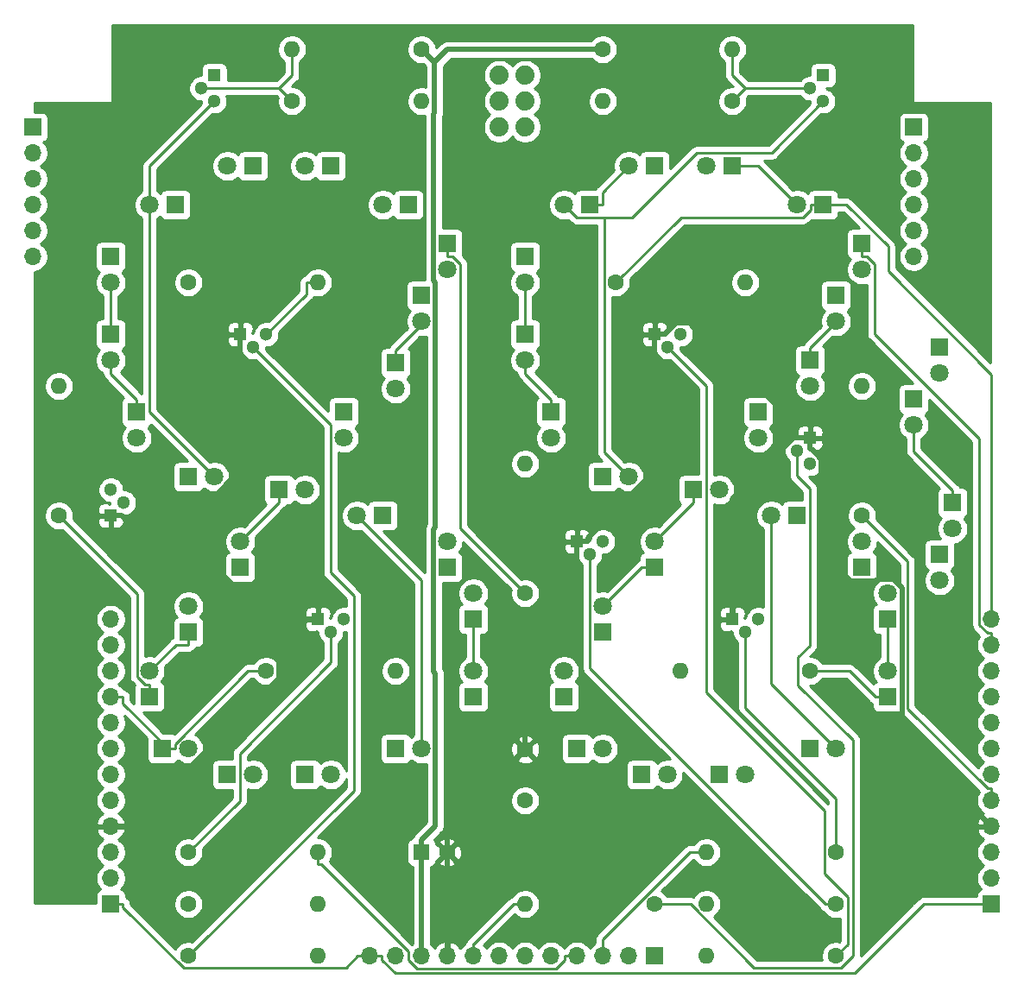
<source format=gbl>
G04 #@! TF.GenerationSoftware,KiCad,Pcbnew,5.1.5-5.1.5*
G04 #@! TF.CreationDate,2020-07-10T19:34:37+10:00*
G04 #@! TF.ProjectId,6segment,36736567-6d65-46e7-942e-6b696361645f,rev?*
G04 #@! TF.SameCoordinates,Original*
G04 #@! TF.FileFunction,Copper,L2,Bot*
G04 #@! TF.FilePolarity,Positive*
%FSLAX46Y46*%
G04 Gerber Fmt 4.6, Leading zero omitted, Abs format (unit mm)*
G04 Created by KiCad (PCBNEW 5.1.5-5.1.5) date 2020-07-10 19:34:37*
%MOMM*%
%LPD*%
G04 APERTURE LIST*
%ADD10O,1.600000X1.600000*%
%ADD11C,1.600000*%
%ADD12R,1.300000X1.300000*%
%ADD13C,1.300000*%
%ADD14O,1.700000X1.700000*%
%ADD15R,1.700000X1.700000*%
%ADD16C,1.800000*%
%ADD17R,1.800000X1.800000*%
%ADD18C,1.879600*%
%ADD19R,1.600000X1.600000*%
%ADD20C,0.500000*%
%ADD21C,0.250000*%
%ADD22C,0.254000*%
G04 APERTURE END LIST*
D10*
X132080000Y-63500000D03*
D11*
X144780000Y-63500000D03*
D10*
X114300000Y-63500000D03*
D11*
X101600000Y-63500000D03*
D10*
X124460000Y-142240000D03*
D11*
X137160000Y-142240000D03*
D10*
X104140000Y-147320000D03*
D11*
X91440000Y-147320000D03*
D10*
X104140000Y-142240000D03*
D11*
X91440000Y-142240000D03*
D10*
X104140000Y-137160000D03*
D11*
X91440000Y-137160000D03*
D10*
X142240000Y-137160000D03*
D11*
X154940000Y-137160000D03*
D10*
X142240000Y-142240000D03*
D11*
X154940000Y-142240000D03*
D10*
X142240000Y-147320000D03*
D11*
X154940000Y-147320000D03*
D10*
X157480000Y-91440000D03*
D11*
X157480000Y-104140000D03*
D10*
X104140000Y-81280000D03*
D11*
X91440000Y-81280000D03*
D10*
X78740000Y-91440000D03*
D11*
X78740000Y-104140000D03*
D10*
X111760000Y-119380000D03*
D11*
X99060000Y-119380000D03*
D10*
X139700000Y-119380000D03*
D11*
X152400000Y-119380000D03*
D10*
X124460000Y-99060000D03*
D11*
X124460000Y-111760000D03*
D10*
X146050000Y-81280000D03*
D11*
X133350000Y-81280000D03*
D12*
X153670000Y-60960000D03*
D13*
X153670000Y-63500000D03*
X152400000Y-62230000D03*
D14*
X76200000Y-78740000D03*
X76200000Y-76200000D03*
X76200000Y-73660000D03*
X76200000Y-71120000D03*
X76200000Y-68580000D03*
D15*
X76200000Y-66040000D03*
D14*
X162560000Y-78740000D03*
X162560000Y-76200000D03*
X162560000Y-73660000D03*
X162560000Y-71120000D03*
X162560000Y-68580000D03*
D15*
X162560000Y-66040000D03*
D16*
X165100000Y-90170000D03*
D17*
X165100000Y-87630000D03*
D16*
X162560000Y-95250000D03*
D17*
X162560000Y-92710000D03*
D16*
X166370000Y-105410000D03*
D17*
X166370000Y-102870000D03*
D16*
X165100000Y-110490000D03*
D17*
X165100000Y-107950000D03*
D16*
X124460000Y-81280000D03*
D17*
X124460000Y-78740000D03*
D16*
X124460000Y-88900000D03*
D17*
X124460000Y-86360000D03*
D16*
X127000000Y-96520000D03*
D17*
X127000000Y-93980000D03*
D16*
X134620000Y-100330000D03*
D17*
X132080000Y-100330000D03*
D16*
X128270000Y-119380000D03*
D17*
X128270000Y-121920000D03*
D16*
X132080000Y-113030000D03*
D17*
X132080000Y-115570000D03*
D16*
X137160000Y-106680000D03*
D17*
X137160000Y-109220000D03*
D16*
X143510000Y-101600000D03*
D17*
X140970000Y-101600000D03*
D16*
X132080000Y-127000000D03*
D17*
X129540000Y-127000000D03*
D16*
X138430000Y-129540000D03*
D17*
X135890000Y-129540000D03*
D16*
X146050000Y-129540000D03*
D17*
X143510000Y-129540000D03*
D16*
X154940000Y-127000000D03*
D17*
X152400000Y-127000000D03*
D16*
X160020000Y-119380000D03*
D17*
X160020000Y-121920000D03*
D12*
X93980000Y-60960000D03*
D13*
X93980000Y-63500000D03*
X92710000Y-62230000D03*
D12*
X152400000Y-96520000D03*
D13*
X152400000Y-99060000D03*
X151130000Y-97790000D03*
D12*
X96520000Y-86360000D03*
D13*
X99060000Y-86360000D03*
X97790000Y-87630000D03*
D12*
X83820000Y-104140000D03*
D13*
X83820000Y-101600000D03*
X85090000Y-102870000D03*
D12*
X104140000Y-114300000D03*
D13*
X106680000Y-114300000D03*
X105410000Y-115570000D03*
D12*
X144780000Y-114300000D03*
D13*
X147320000Y-114300000D03*
X146050000Y-115570000D03*
D12*
X129540000Y-106680000D03*
D13*
X132080000Y-106680000D03*
X130810000Y-107950000D03*
D12*
X137160000Y-86360000D03*
D13*
X139700000Y-86360000D03*
X138430000Y-87630000D03*
D18*
X124460000Y-66040000D03*
X121920000Y-66040000D03*
X124460000Y-63500000D03*
X121920000Y-63500000D03*
X124460000Y-60960000D03*
X121920000Y-60960000D03*
D14*
X109220000Y-147320000D03*
X111760000Y-147320000D03*
X114300000Y-147320000D03*
X116840000Y-147320000D03*
X119380000Y-147320000D03*
X121920000Y-147320000D03*
X124460000Y-147320000D03*
X127000000Y-147320000D03*
X129540000Y-147320000D03*
X132080000Y-147320000D03*
X134620000Y-147320000D03*
D15*
X137160000Y-147320000D03*
D14*
X83820000Y-114300000D03*
X83820000Y-116840000D03*
X83820000Y-119380000D03*
X83820000Y-121920000D03*
X83820000Y-124460000D03*
X83820000Y-127000000D03*
X83820000Y-129540000D03*
X83820000Y-132080000D03*
X83820000Y-134620000D03*
X83820000Y-137160000D03*
X83820000Y-139700000D03*
D15*
X83820000Y-142240000D03*
D14*
X170180000Y-114300000D03*
X170180000Y-116840000D03*
X170180000Y-119380000D03*
X170180000Y-121920000D03*
X170180000Y-124460000D03*
X170180000Y-127000000D03*
X170180000Y-129540000D03*
X170180000Y-132080000D03*
X170180000Y-134620000D03*
X170180000Y-137160000D03*
X170180000Y-139700000D03*
D15*
X170180000Y-142240000D03*
D10*
X144780000Y-58420000D03*
D11*
X132080000Y-58420000D03*
D10*
X101600000Y-58420000D03*
D11*
X114300000Y-58420000D03*
D16*
X160020000Y-111760000D03*
D17*
X160020000Y-114300000D03*
D16*
X157480000Y-106680000D03*
D17*
X157480000Y-109220000D03*
D16*
X148590000Y-104140000D03*
D17*
X151130000Y-104140000D03*
D16*
X157480000Y-80010000D03*
D17*
X157480000Y-77470000D03*
D16*
X154940000Y-85090000D03*
D17*
X154940000Y-82550000D03*
D16*
X152400000Y-91440000D03*
D17*
X152400000Y-88900000D03*
D16*
X147320000Y-96520000D03*
D17*
X147320000Y-93980000D03*
D16*
X151130000Y-73660000D03*
D17*
X153670000Y-73660000D03*
D16*
X142240000Y-69850000D03*
D17*
X144780000Y-69850000D03*
D16*
X134620000Y-69850000D03*
D17*
X137160000Y-69850000D03*
D16*
X128270000Y-73660000D03*
D17*
X130810000Y-73660000D03*
D16*
X83820000Y-81280000D03*
D17*
X83820000Y-78740000D03*
D16*
X83820000Y-88900000D03*
D17*
X83820000Y-86360000D03*
D16*
X86360000Y-96520000D03*
D17*
X86360000Y-93980000D03*
D16*
X93980000Y-100330000D03*
D17*
X91440000Y-100330000D03*
D16*
X87630000Y-119380000D03*
D17*
X87630000Y-121920000D03*
D16*
X91440000Y-113030000D03*
D17*
X91440000Y-115570000D03*
D16*
X96520000Y-106680000D03*
D17*
X96520000Y-109220000D03*
D16*
X102870000Y-101600000D03*
D17*
X100330000Y-101600000D03*
D16*
X91440000Y-127000000D03*
D17*
X88900000Y-127000000D03*
D16*
X97790000Y-129540000D03*
D17*
X95250000Y-129540000D03*
D16*
X105410000Y-129540000D03*
D17*
X102870000Y-129540000D03*
D16*
X114300000Y-127000000D03*
D17*
X111760000Y-127000000D03*
D16*
X119380000Y-119380000D03*
D17*
X119380000Y-121920000D03*
D16*
X119380000Y-111760000D03*
D17*
X119380000Y-114300000D03*
D16*
X116840000Y-106680000D03*
D17*
X116840000Y-109220000D03*
D16*
X107950000Y-104140000D03*
D17*
X110490000Y-104140000D03*
D16*
X116840000Y-80010000D03*
D17*
X116840000Y-77470000D03*
D16*
X114300000Y-85090000D03*
D17*
X114300000Y-82550000D03*
D16*
X111760000Y-91694000D03*
D17*
X111760000Y-89154000D03*
D16*
X106680000Y-96520000D03*
D17*
X106680000Y-93980000D03*
D16*
X110490000Y-73660000D03*
D17*
X113030000Y-73660000D03*
D16*
X102870000Y-69850000D03*
D17*
X105410000Y-69850000D03*
D16*
X95250000Y-69850000D03*
D17*
X97790000Y-69850000D03*
D16*
X87630000Y-73660000D03*
D17*
X90170000Y-73660000D03*
D11*
X116800000Y-137160000D03*
D19*
X114300000Y-137160000D03*
D11*
X124460000Y-127080000D03*
X124460000Y-132080000D03*
D20*
X90537900Y-105688400D02*
X96520000Y-99706300D01*
X96520000Y-99706300D02*
X96520000Y-86360000D01*
X84920300Y-104140000D02*
X86468700Y-105688400D01*
X86468700Y-105688400D02*
X90537900Y-105688400D01*
X100321600Y-114434900D02*
X99284400Y-114434900D01*
X99284400Y-114434900D02*
X90537900Y-105688400D01*
X103039700Y-114300000D02*
X102904800Y-114434900D01*
X102904800Y-114434900D02*
X100321600Y-114434900D01*
X83820000Y-134620000D02*
X85785900Y-134620000D01*
X85785900Y-134620000D02*
X100321600Y-120084300D01*
X100321600Y-120084300D02*
X100321600Y-114434900D01*
X83820000Y-104140000D02*
X84920300Y-104140000D01*
X104140000Y-114300000D02*
X103039700Y-114300000D01*
X137160000Y-86360000D02*
X138260300Y-86360000D01*
X150767600Y-96520000D02*
X144780000Y-102507600D01*
X144780000Y-102507600D02*
X144780000Y-114300000D01*
X151319500Y-96520000D02*
X150767600Y-96520000D01*
X138260300Y-86360000D02*
X138260300Y-86222500D01*
X138260300Y-86222500D02*
X139244600Y-85238200D01*
X139244600Y-85238200D02*
X141016200Y-85238200D01*
X141016200Y-85238200D02*
X150767600Y-94989600D01*
X150767600Y-94989600D02*
X150767600Y-96520000D01*
X130640300Y-106680000D02*
X130640300Y-106293000D01*
X130640300Y-106293000D02*
X137160000Y-99773300D01*
X137160000Y-99773300D02*
X137160000Y-86360000D01*
X152400000Y-96520000D02*
X151319500Y-96520000D01*
X152400000Y-96520000D02*
X152400000Y-97620300D01*
X152400000Y-97620300D02*
X152537700Y-97620300D01*
X152537700Y-97620300D02*
X153500300Y-98582900D01*
X153500300Y-98582900D02*
X153500300Y-107681100D01*
X153500300Y-107681100D02*
X156389600Y-110570400D01*
X156389600Y-110570400D02*
X158814600Y-110570400D01*
X158814600Y-110570400D02*
X159015200Y-110369800D01*
X159015200Y-110369800D02*
X160577400Y-110369800D01*
X160577400Y-110369800D02*
X161405700Y-111198100D01*
X161405700Y-111198100D02*
X161405700Y-125845700D01*
X161405700Y-125845700D02*
X170180000Y-134620000D01*
X129540000Y-106680000D02*
X130640300Y-106680000D01*
X124460000Y-127080000D02*
X124460000Y-119280000D01*
X124460000Y-119280000D02*
X129540000Y-114200000D01*
X129540000Y-114200000D02*
X129540000Y-106680000D01*
X116800000Y-137160000D02*
X116800000Y-134740000D01*
X116800000Y-134740000D02*
X124460000Y-127080000D01*
X116800000Y-137160000D02*
X116840000Y-137200000D01*
X116840000Y-137200000D02*
X116840000Y-147320000D01*
D21*
X107950000Y-104140000D02*
X114300000Y-110490000D01*
X114300000Y-110490000D02*
X114300000Y-127000000D01*
X93980000Y-100330000D02*
X87630000Y-93980000D01*
X87630000Y-93980000D02*
X87630000Y-73660000D01*
X87630000Y-73660000D02*
X87630000Y-69850000D01*
X87630000Y-69850000D02*
X93980000Y-63500000D01*
X111760000Y-89154000D02*
X111760000Y-87928700D01*
X111760000Y-87928700D02*
X114300000Y-85388700D01*
X114300000Y-85388700D02*
X114300000Y-85090000D01*
X119380000Y-114300000D02*
X119380000Y-119380000D01*
X160020000Y-121920000D02*
X158794700Y-121920000D01*
X152400000Y-119380000D02*
X156254700Y-119380000D01*
X156254700Y-119380000D02*
X158794700Y-121920000D01*
X83820000Y-121920000D02*
X84995300Y-121920000D01*
X89462900Y-127000000D02*
X84995300Y-122532400D01*
X84995300Y-122532400D02*
X84995300Y-121920000D01*
X89462900Y-127000000D02*
X90125300Y-127000000D01*
X88900000Y-127000000D02*
X89462900Y-127000000D01*
X99060000Y-119380000D02*
X97285800Y-119380000D01*
X97285800Y-119380000D02*
X90125300Y-126540500D01*
X90125300Y-126540500D02*
X90125300Y-127000000D01*
X100330000Y-101600000D02*
X100330000Y-102825300D01*
X100330000Y-102825300D02*
X96520000Y-106635300D01*
X96520000Y-106635300D02*
X96520000Y-106680000D01*
X91440000Y-115570000D02*
X91440000Y-116795300D01*
X91440000Y-116795300D02*
X90214700Y-116795300D01*
X90214700Y-116795300D02*
X87630000Y-119380000D01*
X87630000Y-121920000D02*
X87630000Y-120694700D01*
X78740000Y-104140000D02*
X86404700Y-111804700D01*
X86404700Y-111804700D02*
X86404700Y-119929000D01*
X86404700Y-119929000D02*
X87170400Y-120694700D01*
X87170400Y-120694700D02*
X87630000Y-120694700D01*
X86360000Y-93980000D02*
X86360000Y-92754700D01*
X86360000Y-92754700D02*
X83820000Y-90214700D01*
X83820000Y-90214700D02*
X83820000Y-88900000D01*
X83820000Y-86360000D02*
X83820000Y-81280000D01*
X148590000Y-104140000D02*
X148590000Y-120650000D01*
X148590000Y-120650000D02*
X154940000Y-127000000D01*
X132217000Y-74888300D02*
X134954600Y-74888300D01*
X134954600Y-74888300D02*
X141283000Y-68559900D01*
X141283000Y-68559900D02*
X148610100Y-68559900D01*
X148610100Y-68559900D02*
X153670000Y-63500000D01*
X128270000Y-73660000D02*
X129498300Y-74888300D01*
X129498300Y-74888300D02*
X132217000Y-74888300D01*
X132217000Y-74888300D02*
X132217000Y-97927000D01*
X132217000Y-97927000D02*
X134620000Y-100330000D01*
X130810000Y-73660000D02*
X132035300Y-73660000D01*
X132035300Y-73660000D02*
X132035300Y-72434700D01*
X132035300Y-72434700D02*
X134620000Y-69850000D01*
X144780000Y-69850000D02*
X147320000Y-69850000D01*
X147320000Y-69850000D02*
X151130000Y-73660000D01*
X152400000Y-88900000D02*
X152400000Y-87674700D01*
X152400000Y-87674700D02*
X154940000Y-85134700D01*
X154940000Y-85134700D02*
X154940000Y-85090000D01*
X160020000Y-114300000D02*
X160020000Y-119380000D01*
X140970000Y-101600000D02*
X140970000Y-102825300D01*
X140970000Y-102825300D02*
X137160000Y-106635300D01*
X137160000Y-106635300D02*
X137160000Y-106680000D01*
X137160000Y-109220000D02*
X135890000Y-109220000D01*
X135890000Y-109220000D02*
X132080000Y-113030000D01*
X127000000Y-93980000D02*
X127000000Y-92754700D01*
X127000000Y-92754700D02*
X124460000Y-90214700D01*
X124460000Y-90214700D02*
X124460000Y-88900000D01*
X124460000Y-86360000D02*
X124460000Y-81280000D01*
X166370000Y-102870000D02*
X166370000Y-101644700D01*
X166370000Y-101644700D02*
X162560000Y-97834700D01*
X162560000Y-97834700D02*
X162560000Y-95250000D01*
X170180000Y-132080000D02*
X170180000Y-130904700D01*
X157480000Y-104140000D02*
X161981100Y-108641100D01*
X161981100Y-108641100D02*
X161981100Y-123073100D01*
X161981100Y-123073100D02*
X169812700Y-130904700D01*
X169812700Y-130904700D02*
X170180000Y-130904700D01*
X109220000Y-147320000D02*
X110395300Y-147320000D01*
X170180000Y-142240000D02*
X163516000Y-142240000D01*
X163516000Y-142240000D02*
X156767100Y-148988900D01*
X156767100Y-148988900D02*
X111696900Y-148988900D01*
X111696900Y-148988900D02*
X110395300Y-147687300D01*
X110395300Y-147687300D02*
X110395300Y-147320000D01*
X83820000Y-142240000D02*
X84995300Y-142240000D01*
X109220000Y-147320000D02*
X108044700Y-147320000D01*
X108044700Y-147320000D02*
X106868900Y-148495800D01*
X106868900Y-148495800D02*
X90957300Y-148495800D01*
X90957300Y-148495800D02*
X84995300Y-142533800D01*
X84995300Y-142533800D02*
X84995300Y-142240000D01*
D20*
X115565300Y-59685300D02*
X116830600Y-58420000D01*
X116830600Y-58420000D02*
X132080000Y-58420000D01*
X115565300Y-59685300D02*
X114300000Y-58420000D01*
X114300000Y-135909700D02*
X115650400Y-134559300D01*
X115650400Y-134559300D02*
X115650400Y-119608300D01*
X115650400Y-119608300D02*
X115478000Y-119435900D01*
X115478000Y-119435900D02*
X115478000Y-105502000D01*
X115478000Y-105502000D02*
X115650400Y-105329600D01*
X115650400Y-105329600D02*
X115650400Y-81215400D01*
X115650400Y-81215400D02*
X115486300Y-81051300D01*
X115486300Y-81051300D02*
X115486300Y-64774500D01*
X115486300Y-64774500D02*
X115565300Y-64695500D01*
X115565300Y-64695500D02*
X115565300Y-59685300D01*
X114300000Y-137160000D02*
X114300000Y-135909700D01*
X114300000Y-147320000D02*
X114300000Y-137160000D01*
D21*
X124460000Y-142240000D02*
X123334700Y-142240000D01*
X119380000Y-147320000D02*
X119380000Y-146144700D01*
X119380000Y-146144700D02*
X119430000Y-146144700D01*
X119430000Y-146144700D02*
X123334700Y-142240000D01*
X104140000Y-137160000D02*
X104140000Y-138285300D01*
X129540000Y-147320000D02*
X128364700Y-147320000D01*
X128364700Y-147320000D02*
X128364700Y-147687300D01*
X128364700Y-147687300D02*
X127524100Y-148527900D01*
X127524100Y-148527900D02*
X113825200Y-148527900D01*
X113825200Y-148527900D02*
X113030000Y-147732700D01*
X113030000Y-147732700D02*
X113030000Y-146894000D01*
X113030000Y-146894000D02*
X104421300Y-138285300D01*
X104421300Y-138285300D02*
X104140000Y-138285300D01*
X132080000Y-147320000D02*
X132080000Y-145673600D01*
X132080000Y-145673600D02*
X140593600Y-137160000D01*
X140593600Y-137160000D02*
X142240000Y-137160000D01*
X138430000Y-87630000D02*
X142195400Y-91395400D01*
X142195400Y-91395400D02*
X142195400Y-121489800D01*
X142195400Y-121489800D02*
X153814600Y-133109000D01*
X153814600Y-133109000D02*
X153814600Y-139277200D01*
X153814600Y-139277200D02*
X156074000Y-141536600D01*
X156074000Y-141536600D02*
X156074000Y-146186000D01*
X156074000Y-146186000D02*
X154940000Y-147320000D01*
X130810000Y-107950000D02*
X130810000Y-119113600D01*
X130810000Y-119113600D02*
X153936400Y-142240000D01*
X153936400Y-142240000D02*
X154940000Y-142240000D01*
X146050000Y-115570000D02*
X146050000Y-122968800D01*
X146050000Y-122968800D02*
X154940000Y-131858800D01*
X154940000Y-131858800D02*
X154940000Y-137160000D01*
X105410000Y-115570000D02*
X105410000Y-118527800D01*
X105410000Y-118527800D02*
X96475400Y-127462400D01*
X96475400Y-127462400D02*
X96475400Y-132124600D01*
X96475400Y-132124600D02*
X91440000Y-137160000D01*
X104140000Y-81280000D02*
X103014700Y-81280000D01*
X99060000Y-86360000D02*
X103014700Y-82405300D01*
X103014700Y-82405300D02*
X103014700Y-81280000D01*
X97790000Y-87630000D02*
X105351900Y-95191900D01*
X105351900Y-95191900D02*
X105351900Y-109705200D01*
X105351900Y-109705200D02*
X107657000Y-112010300D01*
X107657000Y-112010300D02*
X107657000Y-131103000D01*
X107657000Y-131103000D02*
X91440000Y-147320000D01*
X137160000Y-142240000D02*
X140648400Y-142240000D01*
X140648400Y-142240000D02*
X146865100Y-148456700D01*
X146865100Y-148456700D02*
X155416700Y-148456700D01*
X155416700Y-148456700D02*
X156583400Y-147290000D01*
X156583400Y-147290000D02*
X156583400Y-126114400D01*
X156583400Y-126114400D02*
X151230900Y-120761900D01*
X151230900Y-120761900D02*
X151230900Y-118017300D01*
X151230900Y-118017300D02*
X152355400Y-116892800D01*
X152355400Y-116892800D02*
X152355400Y-101475000D01*
X152355400Y-101475000D02*
X151130000Y-100249600D01*
X151130000Y-100249600D02*
X151130000Y-97790000D01*
X100330000Y-62230000D02*
X101600000Y-63500000D01*
X92710000Y-62230000D02*
X100330000Y-62230000D01*
X101600000Y-58420000D02*
X101600000Y-60960000D01*
X101600000Y-60960000D02*
X100330000Y-62230000D01*
X146050000Y-62230000D02*
X144780000Y-63500000D01*
X152400000Y-62230000D02*
X146050000Y-62230000D01*
X144780000Y-58420000D02*
X144780000Y-60960000D01*
X144780000Y-60960000D02*
X146050000Y-62230000D01*
X153670000Y-73660000D02*
X152444700Y-73660000D01*
X133350000Y-81280000D02*
X139744700Y-74885300D01*
X139744700Y-74885300D02*
X151679000Y-74885300D01*
X151679000Y-74885300D02*
X152444700Y-74119600D01*
X152444700Y-74119600D02*
X152444700Y-73660000D01*
X170180000Y-114300000D02*
X170180000Y-90298800D01*
X170180000Y-90298800D02*
X160045000Y-80163800D01*
X160045000Y-80163800D02*
X160045000Y-77739900D01*
X160045000Y-77739900D02*
X155965100Y-73660000D01*
X155965100Y-73660000D02*
X153670000Y-73660000D01*
X157480000Y-77470000D02*
X157480000Y-78695300D01*
X170180000Y-116840000D02*
X170180000Y-115664700D01*
X170180000Y-115664700D02*
X169812600Y-115664700D01*
X169812600Y-115664700D02*
X169004700Y-114856800D01*
X169004700Y-114856800D02*
X169004700Y-96614700D01*
X169004700Y-96614700D02*
X158705300Y-86315300D01*
X158705300Y-86315300D02*
X158705300Y-79461000D01*
X158705300Y-79461000D02*
X157939600Y-78695300D01*
X157939600Y-78695300D02*
X157480000Y-78695300D01*
X116840000Y-77470000D02*
X116840000Y-78695300D01*
X116840000Y-78695300D02*
X117299600Y-78695300D01*
X117299600Y-78695300D02*
X118065300Y-79461000D01*
X118065300Y-79461000D02*
X118065300Y-105365300D01*
X118065300Y-105365300D02*
X124460000Y-111760000D01*
D22*
G36*
X162433000Y-63500000D02*
G01*
X162435440Y-63524776D01*
X162442667Y-63548601D01*
X162454403Y-63570557D01*
X162470197Y-63589803D01*
X162489443Y-63605597D01*
X162511399Y-63617333D01*
X162535224Y-63624560D01*
X162560000Y-63627000D01*
X170053000Y-63627000D01*
X170053000Y-89096997D01*
X160805000Y-79848999D01*
X160805000Y-77777223D01*
X160808676Y-77739900D01*
X160805000Y-77702577D01*
X160805000Y-77702567D01*
X160794003Y-77590914D01*
X160750546Y-77447653D01*
X160682856Y-77321015D01*
X160679974Y-77315623D01*
X160608799Y-77228897D01*
X160585001Y-77199899D01*
X160556003Y-77176101D01*
X156528904Y-73149003D01*
X156505101Y-73119999D01*
X156389376Y-73025026D01*
X156257347Y-72954454D01*
X156114086Y-72910997D01*
X156002433Y-72900000D01*
X156002422Y-72900000D01*
X155965100Y-72896324D01*
X155927778Y-72900000D01*
X155208072Y-72900000D01*
X155208072Y-72760000D01*
X155195812Y-72635518D01*
X155159502Y-72515820D01*
X155100537Y-72405506D01*
X155021185Y-72308815D01*
X154924494Y-72229463D01*
X154814180Y-72170498D01*
X154694482Y-72134188D01*
X154570000Y-72121928D01*
X152770000Y-72121928D01*
X152645518Y-72134188D01*
X152525820Y-72170498D01*
X152415506Y-72229463D01*
X152318815Y-72308815D01*
X152239463Y-72405506D01*
X152180498Y-72515820D01*
X152174944Y-72534127D01*
X152108505Y-72467688D01*
X151857095Y-72299701D01*
X151577743Y-72183989D01*
X151281184Y-72125000D01*
X150978816Y-72125000D01*
X150721070Y-72176269D01*
X147883804Y-69339003D01*
X147868127Y-69319900D01*
X148572778Y-69319900D01*
X148610100Y-69323576D01*
X148647422Y-69319900D01*
X148647433Y-69319900D01*
X148759086Y-69308903D01*
X148902347Y-69265446D01*
X149034376Y-69194874D01*
X149150101Y-69099901D01*
X149173904Y-69070897D01*
X153054801Y-65190000D01*
X161071928Y-65190000D01*
X161071928Y-66890000D01*
X161084188Y-67014482D01*
X161120498Y-67134180D01*
X161179463Y-67244494D01*
X161258815Y-67341185D01*
X161355506Y-67420537D01*
X161465820Y-67479502D01*
X161538380Y-67501513D01*
X161406525Y-67633368D01*
X161244010Y-67876589D01*
X161132068Y-68146842D01*
X161075000Y-68433740D01*
X161075000Y-68726260D01*
X161132068Y-69013158D01*
X161244010Y-69283411D01*
X161406525Y-69526632D01*
X161613368Y-69733475D01*
X161787760Y-69850000D01*
X161613368Y-69966525D01*
X161406525Y-70173368D01*
X161244010Y-70416589D01*
X161132068Y-70686842D01*
X161075000Y-70973740D01*
X161075000Y-71266260D01*
X161132068Y-71553158D01*
X161244010Y-71823411D01*
X161406525Y-72066632D01*
X161613368Y-72273475D01*
X161787760Y-72390000D01*
X161613368Y-72506525D01*
X161406525Y-72713368D01*
X161244010Y-72956589D01*
X161132068Y-73226842D01*
X161075000Y-73513740D01*
X161075000Y-73806260D01*
X161132068Y-74093158D01*
X161244010Y-74363411D01*
X161406525Y-74606632D01*
X161613368Y-74813475D01*
X161787760Y-74930000D01*
X161613368Y-75046525D01*
X161406525Y-75253368D01*
X161244010Y-75496589D01*
X161132068Y-75766842D01*
X161075000Y-76053740D01*
X161075000Y-76346260D01*
X161132068Y-76633158D01*
X161244010Y-76903411D01*
X161406525Y-77146632D01*
X161613368Y-77353475D01*
X161787760Y-77470000D01*
X161613368Y-77586525D01*
X161406525Y-77793368D01*
X161244010Y-78036589D01*
X161132068Y-78306842D01*
X161075000Y-78593740D01*
X161075000Y-78886260D01*
X161132068Y-79173158D01*
X161244010Y-79443411D01*
X161406525Y-79686632D01*
X161613368Y-79893475D01*
X161856589Y-80055990D01*
X162126842Y-80167932D01*
X162413740Y-80225000D01*
X162706260Y-80225000D01*
X162993158Y-80167932D01*
X163263411Y-80055990D01*
X163506632Y-79893475D01*
X163713475Y-79686632D01*
X163875990Y-79443411D01*
X163987932Y-79173158D01*
X164045000Y-78886260D01*
X164045000Y-78593740D01*
X163987932Y-78306842D01*
X163875990Y-78036589D01*
X163713475Y-77793368D01*
X163506632Y-77586525D01*
X163332240Y-77470000D01*
X163506632Y-77353475D01*
X163713475Y-77146632D01*
X163875990Y-76903411D01*
X163987932Y-76633158D01*
X164045000Y-76346260D01*
X164045000Y-76053740D01*
X163987932Y-75766842D01*
X163875990Y-75496589D01*
X163713475Y-75253368D01*
X163506632Y-75046525D01*
X163332240Y-74930000D01*
X163506632Y-74813475D01*
X163713475Y-74606632D01*
X163875990Y-74363411D01*
X163987932Y-74093158D01*
X164045000Y-73806260D01*
X164045000Y-73513740D01*
X163987932Y-73226842D01*
X163875990Y-72956589D01*
X163713475Y-72713368D01*
X163506632Y-72506525D01*
X163332240Y-72390000D01*
X163506632Y-72273475D01*
X163713475Y-72066632D01*
X163875990Y-71823411D01*
X163987932Y-71553158D01*
X164045000Y-71266260D01*
X164045000Y-70973740D01*
X163987932Y-70686842D01*
X163875990Y-70416589D01*
X163713475Y-70173368D01*
X163506632Y-69966525D01*
X163332240Y-69850000D01*
X163506632Y-69733475D01*
X163713475Y-69526632D01*
X163875990Y-69283411D01*
X163987932Y-69013158D01*
X164045000Y-68726260D01*
X164045000Y-68433740D01*
X163987932Y-68146842D01*
X163875990Y-67876589D01*
X163713475Y-67633368D01*
X163581620Y-67501513D01*
X163654180Y-67479502D01*
X163764494Y-67420537D01*
X163861185Y-67341185D01*
X163940537Y-67244494D01*
X163999502Y-67134180D01*
X164035812Y-67014482D01*
X164048072Y-66890000D01*
X164048072Y-65190000D01*
X164035812Y-65065518D01*
X163999502Y-64945820D01*
X163940537Y-64835506D01*
X163861185Y-64738815D01*
X163764494Y-64659463D01*
X163654180Y-64600498D01*
X163534482Y-64564188D01*
X163410000Y-64551928D01*
X161710000Y-64551928D01*
X161585518Y-64564188D01*
X161465820Y-64600498D01*
X161355506Y-64659463D01*
X161258815Y-64738815D01*
X161179463Y-64835506D01*
X161120498Y-64945820D01*
X161084188Y-65065518D01*
X161071928Y-65190000D01*
X153054801Y-65190000D01*
X153473678Y-64771124D01*
X153543439Y-64785000D01*
X153796561Y-64785000D01*
X154044821Y-64735619D01*
X154278676Y-64638753D01*
X154489140Y-64498125D01*
X154668125Y-64319140D01*
X154808753Y-64108676D01*
X154905619Y-63874821D01*
X154955000Y-63626561D01*
X154955000Y-63373439D01*
X154905619Y-63125179D01*
X154808753Y-62891324D01*
X154668125Y-62680860D01*
X154489140Y-62501875D01*
X154278676Y-62361247D01*
X154044821Y-62264381D01*
X153962828Y-62248072D01*
X154320000Y-62248072D01*
X154444482Y-62235812D01*
X154564180Y-62199502D01*
X154674494Y-62140537D01*
X154771185Y-62061185D01*
X154850537Y-61964494D01*
X154909502Y-61854180D01*
X154945812Y-61734482D01*
X154958072Y-61610000D01*
X154958072Y-60310000D01*
X154945812Y-60185518D01*
X154909502Y-60065820D01*
X154850537Y-59955506D01*
X154771185Y-59858815D01*
X154674494Y-59779463D01*
X154564180Y-59720498D01*
X154444482Y-59684188D01*
X154320000Y-59671928D01*
X153020000Y-59671928D01*
X152895518Y-59684188D01*
X152775820Y-59720498D01*
X152665506Y-59779463D01*
X152568815Y-59858815D01*
X152489463Y-59955506D01*
X152430498Y-60065820D01*
X152394188Y-60185518D01*
X152381928Y-60310000D01*
X152381928Y-60945000D01*
X152273439Y-60945000D01*
X152025179Y-60994381D01*
X151791324Y-61091247D01*
X151580860Y-61231875D01*
X151401875Y-61410860D01*
X151362359Y-61470000D01*
X146364802Y-61470000D01*
X145540000Y-60645199D01*
X145540000Y-59638043D01*
X145694759Y-59534637D01*
X145894637Y-59334759D01*
X146051680Y-59099727D01*
X146159853Y-58838574D01*
X146215000Y-58561335D01*
X146215000Y-58278665D01*
X146159853Y-58001426D01*
X146051680Y-57740273D01*
X145894637Y-57505241D01*
X145694759Y-57305363D01*
X145459727Y-57148320D01*
X145198574Y-57040147D01*
X144921335Y-56985000D01*
X144638665Y-56985000D01*
X144361426Y-57040147D01*
X144100273Y-57148320D01*
X143865241Y-57305363D01*
X143665363Y-57505241D01*
X143508320Y-57740273D01*
X143400147Y-58001426D01*
X143345000Y-58278665D01*
X143345000Y-58561335D01*
X143400147Y-58838574D01*
X143508320Y-59099727D01*
X143665363Y-59334759D01*
X143865241Y-59534637D01*
X144020000Y-59638044D01*
X144020001Y-60922668D01*
X144016324Y-60960000D01*
X144020001Y-60997333D01*
X144030998Y-61108986D01*
X144032854Y-61115104D01*
X144074454Y-61252246D01*
X144145026Y-61384276D01*
X144212362Y-61466324D01*
X144240000Y-61500001D01*
X144268998Y-61523799D01*
X144810199Y-62065000D01*
X144638665Y-62065000D01*
X144361426Y-62120147D01*
X144100273Y-62228320D01*
X143865241Y-62385363D01*
X143665363Y-62585241D01*
X143508320Y-62820273D01*
X143400147Y-63081426D01*
X143345000Y-63358665D01*
X143345000Y-63641335D01*
X143400147Y-63918574D01*
X143508320Y-64179727D01*
X143665363Y-64414759D01*
X143865241Y-64614637D01*
X144100273Y-64771680D01*
X144361426Y-64879853D01*
X144638665Y-64935000D01*
X144921335Y-64935000D01*
X145198574Y-64879853D01*
X145459727Y-64771680D01*
X145694759Y-64614637D01*
X145894637Y-64414759D01*
X146051680Y-64179727D01*
X146159853Y-63918574D01*
X146215000Y-63641335D01*
X146215000Y-63358665D01*
X146178688Y-63176114D01*
X146364802Y-62990000D01*
X151362359Y-62990000D01*
X151401875Y-63049140D01*
X151580860Y-63228125D01*
X151791324Y-63368753D01*
X152025179Y-63465619D01*
X152273439Y-63515000D01*
X152385000Y-63515000D01*
X152385000Y-63626561D01*
X152398876Y-63696322D01*
X148295299Y-67799900D01*
X141320322Y-67799900D01*
X141282999Y-67796224D01*
X141245676Y-67799900D01*
X141245667Y-67799900D01*
X141134014Y-67810897D01*
X140990753Y-67854354D01*
X140858723Y-67924926D01*
X140775083Y-67993568D01*
X140742999Y-68019899D01*
X140719201Y-68048897D01*
X138698072Y-70070026D01*
X138698072Y-68950000D01*
X138685812Y-68825518D01*
X138649502Y-68705820D01*
X138590537Y-68595506D01*
X138511185Y-68498815D01*
X138414494Y-68419463D01*
X138304180Y-68360498D01*
X138184482Y-68324188D01*
X138060000Y-68311928D01*
X136260000Y-68311928D01*
X136135518Y-68324188D01*
X136015820Y-68360498D01*
X135905506Y-68419463D01*
X135808815Y-68498815D01*
X135729463Y-68595506D01*
X135670498Y-68705820D01*
X135664944Y-68724127D01*
X135598505Y-68657688D01*
X135347095Y-68489701D01*
X135067743Y-68373989D01*
X134771184Y-68315000D01*
X134468816Y-68315000D01*
X134172257Y-68373989D01*
X133892905Y-68489701D01*
X133641495Y-68657688D01*
X133427688Y-68871495D01*
X133259701Y-69122905D01*
X133143989Y-69402257D01*
X133085000Y-69698816D01*
X133085000Y-70001184D01*
X133136269Y-70258930D01*
X131524298Y-71870901D01*
X131495300Y-71894699D01*
X131471502Y-71923697D01*
X131471501Y-71923698D01*
X131400326Y-72010424D01*
X131340725Y-72121928D01*
X129910000Y-72121928D01*
X129785518Y-72134188D01*
X129665820Y-72170498D01*
X129555506Y-72229463D01*
X129458815Y-72308815D01*
X129379463Y-72405506D01*
X129320498Y-72515820D01*
X129314944Y-72534127D01*
X129248505Y-72467688D01*
X128997095Y-72299701D01*
X128717743Y-72183989D01*
X128421184Y-72125000D01*
X128118816Y-72125000D01*
X127822257Y-72183989D01*
X127542905Y-72299701D01*
X127291495Y-72467688D01*
X127077688Y-72681495D01*
X126909701Y-72932905D01*
X126793989Y-73212257D01*
X126735000Y-73508816D01*
X126735000Y-73811184D01*
X126793989Y-74107743D01*
X126909701Y-74387095D01*
X127077688Y-74638505D01*
X127291495Y-74852312D01*
X127542905Y-75020299D01*
X127822257Y-75136011D01*
X128118816Y-75195000D01*
X128421184Y-75195000D01*
X128678930Y-75143731D01*
X128934501Y-75399303D01*
X128958299Y-75428301D01*
X128987297Y-75452099D01*
X129074024Y-75523274D01*
X129206053Y-75593846D01*
X129349314Y-75637303D01*
X129498300Y-75651977D01*
X129535633Y-75648300D01*
X131457000Y-75648300D01*
X131457001Y-97889667D01*
X131453324Y-97927000D01*
X131467998Y-98075985D01*
X131511454Y-98219246D01*
X131582026Y-98351276D01*
X131620927Y-98398676D01*
X131677000Y-98467001D01*
X131705998Y-98490799D01*
X132007127Y-98791928D01*
X131180000Y-98791928D01*
X131055518Y-98804188D01*
X130935820Y-98840498D01*
X130825506Y-98899463D01*
X130728815Y-98978815D01*
X130649463Y-99075506D01*
X130590498Y-99185820D01*
X130554188Y-99305518D01*
X130541928Y-99430000D01*
X130541928Y-101230000D01*
X130554188Y-101354482D01*
X130590498Y-101474180D01*
X130649463Y-101584494D01*
X130728815Y-101681185D01*
X130825506Y-101760537D01*
X130935820Y-101819502D01*
X131055518Y-101855812D01*
X131180000Y-101868072D01*
X132980000Y-101868072D01*
X133104482Y-101855812D01*
X133224180Y-101819502D01*
X133334494Y-101760537D01*
X133431185Y-101681185D01*
X133510537Y-101584494D01*
X133569502Y-101474180D01*
X133575056Y-101455873D01*
X133641495Y-101522312D01*
X133892905Y-101690299D01*
X134172257Y-101806011D01*
X134468816Y-101865000D01*
X134771184Y-101865000D01*
X135067743Y-101806011D01*
X135347095Y-101690299D01*
X135598505Y-101522312D01*
X135812312Y-101308505D01*
X135980299Y-101057095D01*
X136096011Y-100777743D01*
X136155000Y-100481184D01*
X136155000Y-100178816D01*
X136096011Y-99882257D01*
X135980299Y-99602905D01*
X135812312Y-99351495D01*
X135598505Y-99137688D01*
X135347095Y-98969701D01*
X135067743Y-98853989D01*
X134771184Y-98795000D01*
X134468816Y-98795000D01*
X134211070Y-98846269D01*
X132977000Y-97612199D01*
X132977000Y-85710000D01*
X135871928Y-85710000D01*
X135875000Y-86074250D01*
X136033750Y-86233000D01*
X137033000Y-86233000D01*
X137033000Y-85233750D01*
X136874250Y-85075000D01*
X136510000Y-85071928D01*
X136385518Y-85084188D01*
X136265820Y-85120498D01*
X136155506Y-85179463D01*
X136058815Y-85258815D01*
X135979463Y-85355506D01*
X135920498Y-85465820D01*
X135884188Y-85585518D01*
X135871928Y-85710000D01*
X132977000Y-85710000D01*
X132977000Y-82668918D01*
X133208665Y-82715000D01*
X133491335Y-82715000D01*
X133768574Y-82659853D01*
X134029727Y-82551680D01*
X134264759Y-82394637D01*
X134464637Y-82194759D01*
X134621680Y-81959727D01*
X134729853Y-81698574D01*
X134785000Y-81421335D01*
X134785000Y-81138665D01*
X144615000Y-81138665D01*
X144615000Y-81421335D01*
X144670147Y-81698574D01*
X144778320Y-81959727D01*
X144935363Y-82194759D01*
X145135241Y-82394637D01*
X145370273Y-82551680D01*
X145631426Y-82659853D01*
X145908665Y-82715000D01*
X146191335Y-82715000D01*
X146468574Y-82659853D01*
X146729727Y-82551680D01*
X146964759Y-82394637D01*
X147164637Y-82194759D01*
X147321680Y-81959727D01*
X147429853Y-81698574D01*
X147485000Y-81421335D01*
X147485000Y-81138665D01*
X147429853Y-80861426D01*
X147321680Y-80600273D01*
X147164637Y-80365241D01*
X146964759Y-80165363D01*
X146729727Y-80008320D01*
X146468574Y-79900147D01*
X146191335Y-79845000D01*
X145908665Y-79845000D01*
X145631426Y-79900147D01*
X145370273Y-80008320D01*
X145135241Y-80165363D01*
X144935363Y-80365241D01*
X144778320Y-80600273D01*
X144670147Y-80861426D01*
X144615000Y-81138665D01*
X134785000Y-81138665D01*
X134748688Y-80956114D01*
X140059503Y-75645300D01*
X151641678Y-75645300D01*
X151679000Y-75648976D01*
X151716322Y-75645300D01*
X151716333Y-75645300D01*
X151827986Y-75634303D01*
X151971247Y-75590846D01*
X152103276Y-75520274D01*
X152219001Y-75425301D01*
X152242803Y-75396298D01*
X152502216Y-75136885D01*
X152525820Y-75149502D01*
X152645518Y-75185812D01*
X152770000Y-75198072D01*
X154570000Y-75198072D01*
X154694482Y-75185812D01*
X154814180Y-75149502D01*
X154924494Y-75090537D01*
X155021185Y-75011185D01*
X155100537Y-74914494D01*
X155159502Y-74804180D01*
X155195812Y-74684482D01*
X155208072Y-74560000D01*
X155208072Y-74420000D01*
X155650299Y-74420000D01*
X157162227Y-75931928D01*
X156580000Y-75931928D01*
X156455518Y-75944188D01*
X156335820Y-75980498D01*
X156225506Y-76039463D01*
X156128815Y-76118815D01*
X156049463Y-76215506D01*
X155990498Y-76325820D01*
X155954188Y-76445518D01*
X155941928Y-76570000D01*
X155941928Y-78370000D01*
X155954188Y-78494482D01*
X155990498Y-78614180D01*
X156049463Y-78724494D01*
X156128815Y-78821185D01*
X156225506Y-78900537D01*
X156335820Y-78959502D01*
X156354127Y-78965056D01*
X156287688Y-79031495D01*
X156119701Y-79282905D01*
X156003989Y-79562257D01*
X155945000Y-79858816D01*
X155945000Y-80161184D01*
X156003989Y-80457743D01*
X156119701Y-80737095D01*
X156287688Y-80988505D01*
X156501495Y-81202312D01*
X156752905Y-81370299D01*
X157032257Y-81486011D01*
X157328816Y-81545000D01*
X157631184Y-81545000D01*
X157927743Y-81486011D01*
X157945301Y-81478738D01*
X157945300Y-86277977D01*
X157941624Y-86315300D01*
X157945300Y-86352622D01*
X157945300Y-86352632D01*
X157956297Y-86464285D01*
X157969857Y-86508986D01*
X157999754Y-86607546D01*
X158070326Y-86739576D01*
X158107010Y-86784275D01*
X158165299Y-86855301D01*
X158194303Y-86879104D01*
X162487127Y-91171928D01*
X161660000Y-91171928D01*
X161535518Y-91184188D01*
X161415820Y-91220498D01*
X161305506Y-91279463D01*
X161208815Y-91358815D01*
X161129463Y-91455506D01*
X161070498Y-91565820D01*
X161034188Y-91685518D01*
X161021928Y-91810000D01*
X161021928Y-93610000D01*
X161034188Y-93734482D01*
X161070498Y-93854180D01*
X161129463Y-93964494D01*
X161208815Y-94061185D01*
X161305506Y-94140537D01*
X161415820Y-94199502D01*
X161434127Y-94205056D01*
X161367688Y-94271495D01*
X161199701Y-94522905D01*
X161083989Y-94802257D01*
X161025000Y-95098816D01*
X161025000Y-95401184D01*
X161083989Y-95697743D01*
X161199701Y-95977095D01*
X161367688Y-96228505D01*
X161581495Y-96442312D01*
X161800000Y-96588313D01*
X161800000Y-97797377D01*
X161796324Y-97834700D01*
X161800000Y-97872022D01*
X161800000Y-97872032D01*
X161810997Y-97983685D01*
X161838996Y-98075986D01*
X161854454Y-98126946D01*
X161925026Y-98258976D01*
X161964871Y-98307526D01*
X162019999Y-98374701D01*
X162049003Y-98398504D01*
X165101476Y-101450977D01*
X165018815Y-101518815D01*
X164939463Y-101615506D01*
X164880498Y-101725820D01*
X164844188Y-101845518D01*
X164831928Y-101970000D01*
X164831928Y-103770000D01*
X164844188Y-103894482D01*
X164880498Y-104014180D01*
X164939463Y-104124494D01*
X165018815Y-104221185D01*
X165115506Y-104300537D01*
X165225820Y-104359502D01*
X165244127Y-104365056D01*
X165177688Y-104431495D01*
X165009701Y-104682905D01*
X164893989Y-104962257D01*
X164835000Y-105258816D01*
X164835000Y-105561184D01*
X164893989Y-105857743D01*
X165009701Y-106137095D01*
X165177688Y-106388505D01*
X165201111Y-106411928D01*
X164200000Y-106411928D01*
X164075518Y-106424188D01*
X163955820Y-106460498D01*
X163845506Y-106519463D01*
X163748815Y-106598815D01*
X163669463Y-106695506D01*
X163610498Y-106805820D01*
X163574188Y-106925518D01*
X163561928Y-107050000D01*
X163561928Y-108850000D01*
X163574188Y-108974482D01*
X163610498Y-109094180D01*
X163669463Y-109204494D01*
X163748815Y-109301185D01*
X163845506Y-109380537D01*
X163955820Y-109439502D01*
X163974127Y-109445056D01*
X163907688Y-109511495D01*
X163739701Y-109762905D01*
X163623989Y-110042257D01*
X163565000Y-110338816D01*
X163565000Y-110641184D01*
X163623989Y-110937743D01*
X163739701Y-111217095D01*
X163907688Y-111468505D01*
X164121495Y-111682312D01*
X164372905Y-111850299D01*
X164652257Y-111966011D01*
X164948816Y-112025000D01*
X165251184Y-112025000D01*
X165547743Y-111966011D01*
X165827095Y-111850299D01*
X166078505Y-111682312D01*
X166292312Y-111468505D01*
X166460299Y-111217095D01*
X166576011Y-110937743D01*
X166635000Y-110641184D01*
X166635000Y-110338816D01*
X166576011Y-110042257D01*
X166460299Y-109762905D01*
X166292312Y-109511495D01*
X166225873Y-109445056D01*
X166244180Y-109439502D01*
X166354494Y-109380537D01*
X166451185Y-109301185D01*
X166530537Y-109204494D01*
X166589502Y-109094180D01*
X166625812Y-108974482D01*
X166638072Y-108850000D01*
X166638072Y-107050000D01*
X166625812Y-106925518D01*
X166625432Y-106924264D01*
X166817743Y-106886011D01*
X167097095Y-106770299D01*
X167348505Y-106602312D01*
X167562312Y-106388505D01*
X167730299Y-106137095D01*
X167846011Y-105857743D01*
X167905000Y-105561184D01*
X167905000Y-105258816D01*
X167846011Y-104962257D01*
X167730299Y-104682905D01*
X167562312Y-104431495D01*
X167495873Y-104365056D01*
X167514180Y-104359502D01*
X167624494Y-104300537D01*
X167721185Y-104221185D01*
X167800537Y-104124494D01*
X167859502Y-104014180D01*
X167895812Y-103894482D01*
X167908072Y-103770000D01*
X167908072Y-101970000D01*
X167895812Y-101845518D01*
X167859502Y-101725820D01*
X167800537Y-101615506D01*
X167721185Y-101518815D01*
X167624494Y-101439463D01*
X167514180Y-101380498D01*
X167394482Y-101344188D01*
X167270000Y-101331928D01*
X167064575Y-101331928D01*
X167004974Y-101220424D01*
X166910001Y-101104699D01*
X166881003Y-101080901D01*
X163320000Y-97519899D01*
X163320000Y-96588313D01*
X163538505Y-96442312D01*
X163752312Y-96228505D01*
X163920299Y-95977095D01*
X164036011Y-95697743D01*
X164095000Y-95401184D01*
X164095000Y-95098816D01*
X164036011Y-94802257D01*
X163920299Y-94522905D01*
X163752312Y-94271495D01*
X163685873Y-94205056D01*
X163704180Y-94199502D01*
X163814494Y-94140537D01*
X163911185Y-94061185D01*
X163990537Y-93964494D01*
X164049502Y-93854180D01*
X164085812Y-93734482D01*
X164098072Y-93610000D01*
X164098072Y-92782874D01*
X168244701Y-96929503D01*
X168244700Y-114819478D01*
X168241024Y-114856800D01*
X168244700Y-114894122D01*
X168244700Y-114894132D01*
X168255697Y-115005785D01*
X168276536Y-115074482D01*
X168299154Y-115149046D01*
X168369726Y-115281076D01*
X168383718Y-115298125D01*
X168464699Y-115396801D01*
X168493702Y-115420603D01*
X169002469Y-115929371D01*
X168864010Y-116136589D01*
X168752068Y-116406842D01*
X168695000Y-116693740D01*
X168695000Y-116986260D01*
X168752068Y-117273158D01*
X168864010Y-117543411D01*
X169026525Y-117786632D01*
X169233368Y-117993475D01*
X169407760Y-118110000D01*
X169233368Y-118226525D01*
X169026525Y-118433368D01*
X168864010Y-118676589D01*
X168752068Y-118946842D01*
X168695000Y-119233740D01*
X168695000Y-119526260D01*
X168752068Y-119813158D01*
X168864010Y-120083411D01*
X169026525Y-120326632D01*
X169233368Y-120533475D01*
X169407760Y-120650000D01*
X169233368Y-120766525D01*
X169026525Y-120973368D01*
X168864010Y-121216589D01*
X168752068Y-121486842D01*
X168695000Y-121773740D01*
X168695000Y-122066260D01*
X168752068Y-122353158D01*
X168864010Y-122623411D01*
X169026525Y-122866632D01*
X169233368Y-123073475D01*
X169407760Y-123190000D01*
X169233368Y-123306525D01*
X169026525Y-123513368D01*
X168864010Y-123756589D01*
X168752068Y-124026842D01*
X168695000Y-124313740D01*
X168695000Y-124606260D01*
X168752068Y-124893158D01*
X168864010Y-125163411D01*
X169026525Y-125406632D01*
X169233368Y-125613475D01*
X169407760Y-125730000D01*
X169233368Y-125846525D01*
X169026525Y-126053368D01*
X168864010Y-126296589D01*
X168752068Y-126566842D01*
X168695000Y-126853740D01*
X168695000Y-127146260D01*
X168752068Y-127433158D01*
X168864010Y-127703411D01*
X169026525Y-127946632D01*
X169233368Y-128153475D01*
X169407760Y-128270000D01*
X169233368Y-128386525D01*
X169026525Y-128593368D01*
X168864010Y-128836589D01*
X168850941Y-128868140D01*
X162741100Y-122758299D01*
X162741100Y-108678425D01*
X162744776Y-108641100D01*
X162741100Y-108603775D01*
X162741100Y-108603767D01*
X162730103Y-108492114D01*
X162686646Y-108348853D01*
X162616074Y-108216824D01*
X162521101Y-108101099D01*
X162492104Y-108077302D01*
X158878688Y-104463887D01*
X158915000Y-104281335D01*
X158915000Y-103998665D01*
X158859853Y-103721426D01*
X158751680Y-103460273D01*
X158594637Y-103225241D01*
X158394759Y-103025363D01*
X158159727Y-102868320D01*
X157898574Y-102760147D01*
X157621335Y-102705000D01*
X157338665Y-102705000D01*
X157061426Y-102760147D01*
X156800273Y-102868320D01*
X156565241Y-103025363D01*
X156365363Y-103225241D01*
X156208320Y-103460273D01*
X156100147Y-103721426D01*
X156045000Y-103998665D01*
X156045000Y-104281335D01*
X156100147Y-104558574D01*
X156208320Y-104819727D01*
X156365363Y-105054759D01*
X156565241Y-105254637D01*
X156707761Y-105349865D01*
X156501495Y-105487688D01*
X156287688Y-105701495D01*
X156119701Y-105952905D01*
X156003989Y-106232257D01*
X155945000Y-106528816D01*
X155945000Y-106831184D01*
X156003989Y-107127743D01*
X156119701Y-107407095D01*
X156287688Y-107658505D01*
X156354127Y-107724944D01*
X156335820Y-107730498D01*
X156225506Y-107789463D01*
X156128815Y-107868815D01*
X156049463Y-107965506D01*
X155990498Y-108075820D01*
X155954188Y-108195518D01*
X155941928Y-108320000D01*
X155941928Y-110120000D01*
X155954188Y-110244482D01*
X155990498Y-110364180D01*
X156049463Y-110474494D01*
X156128815Y-110571185D01*
X156225506Y-110650537D01*
X156335820Y-110709502D01*
X156455518Y-110745812D01*
X156580000Y-110758072D01*
X158380000Y-110758072D01*
X158504482Y-110745812D01*
X158624180Y-110709502D01*
X158734494Y-110650537D01*
X158831185Y-110571185D01*
X158910537Y-110474494D01*
X158969502Y-110364180D01*
X159005812Y-110244482D01*
X159018072Y-110120000D01*
X159018072Y-108320000D01*
X159005812Y-108195518D01*
X158969502Y-108075820D01*
X158910537Y-107965506D01*
X158831185Y-107868815D01*
X158734494Y-107789463D01*
X158624180Y-107730498D01*
X158605873Y-107724944D01*
X158672312Y-107658505D01*
X158840299Y-107407095D01*
X158956011Y-107127743D01*
X159015000Y-106831184D01*
X159015000Y-106749801D01*
X161221100Y-108955902D01*
X161221100Y-110794647D01*
X161212312Y-110781495D01*
X160998505Y-110567688D01*
X160747095Y-110399701D01*
X160467743Y-110283989D01*
X160171184Y-110225000D01*
X159868816Y-110225000D01*
X159572257Y-110283989D01*
X159292905Y-110399701D01*
X159041495Y-110567688D01*
X158827688Y-110781495D01*
X158659701Y-111032905D01*
X158543989Y-111312257D01*
X158485000Y-111608816D01*
X158485000Y-111911184D01*
X158543989Y-112207743D01*
X158659701Y-112487095D01*
X158827688Y-112738505D01*
X158894127Y-112804944D01*
X158875820Y-112810498D01*
X158765506Y-112869463D01*
X158668815Y-112948815D01*
X158589463Y-113045506D01*
X158530498Y-113155820D01*
X158494188Y-113275518D01*
X158481928Y-113400000D01*
X158481928Y-115200000D01*
X158494188Y-115324482D01*
X158530498Y-115444180D01*
X158589463Y-115554494D01*
X158668815Y-115651185D01*
X158765506Y-115730537D01*
X158875820Y-115789502D01*
X158995518Y-115825812D01*
X159120000Y-115838072D01*
X159260000Y-115838072D01*
X159260001Y-118041687D01*
X159041495Y-118187688D01*
X158827688Y-118401495D01*
X158659701Y-118652905D01*
X158543989Y-118932257D01*
X158485000Y-119228816D01*
X158485000Y-119531184D01*
X158543989Y-119827743D01*
X158659701Y-120107095D01*
X158827688Y-120358505D01*
X158894127Y-120424944D01*
X158875820Y-120430498D01*
X158765506Y-120489463D01*
X158668815Y-120568815D01*
X158600978Y-120651475D01*
X156818504Y-118869003D01*
X156794701Y-118839999D01*
X156678976Y-118745026D01*
X156546947Y-118674454D01*
X156403686Y-118630997D01*
X156292033Y-118620000D01*
X156292022Y-118620000D01*
X156254700Y-118616324D01*
X156217378Y-118620000D01*
X153618043Y-118620000D01*
X153514637Y-118465241D01*
X153314759Y-118265363D01*
X153079727Y-118108320D01*
X152818574Y-118000147D01*
X152541335Y-117945000D01*
X152378002Y-117945000D01*
X152866404Y-117456598D01*
X152895401Y-117432801D01*
X152938733Y-117380001D01*
X152990374Y-117317077D01*
X153060946Y-117185047D01*
X153076962Y-117132247D01*
X153104403Y-117041786D01*
X153115400Y-116930133D01*
X153115400Y-116930124D01*
X153119076Y-116892801D01*
X153115400Y-116855478D01*
X153115400Y-101512322D01*
X153119076Y-101474999D01*
X153115400Y-101437676D01*
X153115400Y-101437667D01*
X153104403Y-101326014D01*
X153060946Y-101182753D01*
X152990374Y-101050724D01*
X152895401Y-100934999D01*
X152866403Y-100911201D01*
X152300202Y-100345000D01*
X152526561Y-100345000D01*
X152774821Y-100295619D01*
X153008676Y-100198753D01*
X153219140Y-100058125D01*
X153398125Y-99879140D01*
X153538753Y-99668676D01*
X153635619Y-99434821D01*
X153685000Y-99186561D01*
X153685000Y-98933439D01*
X153635619Y-98685179D01*
X153538753Y-98451324D01*
X153398125Y-98240860D01*
X153219140Y-98061875D01*
X153008676Y-97921247D01*
X152774821Y-97824381D01*
X152527002Y-97775088D01*
X152527002Y-97646252D01*
X152685750Y-97805000D01*
X153050000Y-97808072D01*
X153174482Y-97795812D01*
X153294180Y-97759502D01*
X153404494Y-97700537D01*
X153501185Y-97621185D01*
X153580537Y-97524494D01*
X153639502Y-97414180D01*
X153675812Y-97294482D01*
X153688072Y-97170000D01*
X153685000Y-96805750D01*
X153526250Y-96647000D01*
X152527000Y-96647000D01*
X152527000Y-96667000D01*
X152273000Y-96667000D01*
X152273000Y-96647000D01*
X152253000Y-96647000D01*
X152253000Y-96393000D01*
X152273000Y-96393000D01*
X152273000Y-95393750D01*
X152527000Y-95393750D01*
X152527000Y-96393000D01*
X153526250Y-96393000D01*
X153685000Y-96234250D01*
X153688072Y-95870000D01*
X153675812Y-95745518D01*
X153639502Y-95625820D01*
X153580537Y-95515506D01*
X153501185Y-95418815D01*
X153404494Y-95339463D01*
X153294180Y-95280498D01*
X153174482Y-95244188D01*
X153050000Y-95231928D01*
X152685750Y-95235000D01*
X152527000Y-95393750D01*
X152273000Y-95393750D01*
X152114250Y-95235000D01*
X151750000Y-95231928D01*
X151625518Y-95244188D01*
X151505820Y-95280498D01*
X151395506Y-95339463D01*
X151298815Y-95418815D01*
X151219463Y-95515506D01*
X151160498Y-95625820D01*
X151124188Y-95745518D01*
X151111928Y-95870000D01*
X151115000Y-96234250D01*
X151273748Y-96392998D01*
X151115000Y-96392998D01*
X151115000Y-96505000D01*
X151003439Y-96505000D01*
X150755179Y-96554381D01*
X150521324Y-96651247D01*
X150310860Y-96791875D01*
X150131875Y-96970860D01*
X149991247Y-97181324D01*
X149894381Y-97415179D01*
X149845000Y-97663439D01*
X149845000Y-97916561D01*
X149894381Y-98164821D01*
X149991247Y-98398676D01*
X150131875Y-98609140D01*
X150310860Y-98788125D01*
X150370001Y-98827642D01*
X150370000Y-100212277D01*
X150366324Y-100249600D01*
X150370000Y-100286922D01*
X150370000Y-100286932D01*
X150380997Y-100398585D01*
X150405386Y-100478985D01*
X150424454Y-100541846D01*
X150495026Y-100673876D01*
X150516466Y-100700000D01*
X150589999Y-100789601D01*
X150619003Y-100813404D01*
X151595401Y-101789803D01*
X151595401Y-102601928D01*
X150230000Y-102601928D01*
X150105518Y-102614188D01*
X149985820Y-102650498D01*
X149875506Y-102709463D01*
X149778815Y-102788815D01*
X149699463Y-102885506D01*
X149640498Y-102995820D01*
X149634944Y-103014127D01*
X149568505Y-102947688D01*
X149317095Y-102779701D01*
X149037743Y-102663989D01*
X148741184Y-102605000D01*
X148438816Y-102605000D01*
X148142257Y-102663989D01*
X147862905Y-102779701D01*
X147611495Y-102947688D01*
X147397688Y-103161495D01*
X147229701Y-103412905D01*
X147113989Y-103692257D01*
X147055000Y-103988816D01*
X147055000Y-104291184D01*
X147113989Y-104587743D01*
X147229701Y-104867095D01*
X147397688Y-105118505D01*
X147611495Y-105332312D01*
X147830000Y-105478313D01*
X147830001Y-113120374D01*
X147694821Y-113064381D01*
X147446561Y-113015000D01*
X147193439Y-113015000D01*
X146945179Y-113064381D01*
X146711324Y-113161247D01*
X146500860Y-113301875D01*
X146321875Y-113480860D01*
X146181247Y-113691324D01*
X146084381Y-113925179D01*
X146035088Y-114172998D01*
X145906252Y-114172998D01*
X146065000Y-114014250D01*
X146068072Y-113650000D01*
X146055812Y-113525518D01*
X146019502Y-113405820D01*
X145960537Y-113295506D01*
X145881185Y-113198815D01*
X145784494Y-113119463D01*
X145674180Y-113060498D01*
X145554482Y-113024188D01*
X145430000Y-113011928D01*
X145065750Y-113015000D01*
X144907000Y-113173750D01*
X144907000Y-114173000D01*
X144927000Y-114173000D01*
X144927000Y-114427000D01*
X144907000Y-114427000D01*
X144907000Y-114447000D01*
X144653000Y-114447000D01*
X144653000Y-114427000D01*
X143653750Y-114427000D01*
X143495000Y-114585750D01*
X143491928Y-114950000D01*
X143504188Y-115074482D01*
X143540498Y-115194180D01*
X143599463Y-115304494D01*
X143678815Y-115401185D01*
X143775506Y-115480537D01*
X143885820Y-115539502D01*
X144005518Y-115575812D01*
X144130000Y-115588072D01*
X144494250Y-115585000D01*
X144652998Y-115426252D01*
X144652998Y-115585000D01*
X144765000Y-115585000D01*
X144765000Y-115696561D01*
X144814381Y-115944821D01*
X144911247Y-116178676D01*
X145051875Y-116389140D01*
X145230860Y-116568125D01*
X145290000Y-116607641D01*
X145290001Y-122931468D01*
X145286324Y-122968800D01*
X145300998Y-123117785D01*
X145344454Y-123261046D01*
X145415026Y-123393076D01*
X145486201Y-123479802D01*
X145510000Y-123508801D01*
X145538998Y-123532599D01*
X154180000Y-132173602D01*
X154180000Y-132399598D01*
X142955400Y-121174999D01*
X142955400Y-113650000D01*
X143491928Y-113650000D01*
X143495000Y-114014250D01*
X143653750Y-114173000D01*
X144653000Y-114173000D01*
X144653000Y-113173750D01*
X144494250Y-113015000D01*
X144130000Y-113011928D01*
X144005518Y-113024188D01*
X143885820Y-113060498D01*
X143775506Y-113119463D01*
X143678815Y-113198815D01*
X143599463Y-113295506D01*
X143540498Y-113405820D01*
X143504188Y-113525518D01*
X143491928Y-113650000D01*
X142955400Y-113650000D01*
X142955400Y-103031749D01*
X143062257Y-103076011D01*
X143358816Y-103135000D01*
X143661184Y-103135000D01*
X143957743Y-103076011D01*
X144237095Y-102960299D01*
X144488505Y-102792312D01*
X144702312Y-102578505D01*
X144870299Y-102327095D01*
X144986011Y-102047743D01*
X145045000Y-101751184D01*
X145045000Y-101448816D01*
X144986011Y-101152257D01*
X144870299Y-100872905D01*
X144702312Y-100621495D01*
X144488505Y-100407688D01*
X144237095Y-100239701D01*
X143957743Y-100123989D01*
X143661184Y-100065000D01*
X143358816Y-100065000D01*
X143062257Y-100123989D01*
X142955400Y-100168251D01*
X142955400Y-93080000D01*
X145781928Y-93080000D01*
X145781928Y-94880000D01*
X145794188Y-95004482D01*
X145830498Y-95124180D01*
X145889463Y-95234494D01*
X145968815Y-95331185D01*
X146065506Y-95410537D01*
X146175820Y-95469502D01*
X146194127Y-95475056D01*
X146127688Y-95541495D01*
X145959701Y-95792905D01*
X145843989Y-96072257D01*
X145785000Y-96368816D01*
X145785000Y-96671184D01*
X145843989Y-96967743D01*
X145959701Y-97247095D01*
X146127688Y-97498505D01*
X146341495Y-97712312D01*
X146592905Y-97880299D01*
X146872257Y-97996011D01*
X147168816Y-98055000D01*
X147471184Y-98055000D01*
X147767743Y-97996011D01*
X148047095Y-97880299D01*
X148298505Y-97712312D01*
X148512312Y-97498505D01*
X148680299Y-97247095D01*
X148796011Y-96967743D01*
X148855000Y-96671184D01*
X148855000Y-96368816D01*
X148796011Y-96072257D01*
X148680299Y-95792905D01*
X148512312Y-95541495D01*
X148445873Y-95475056D01*
X148464180Y-95469502D01*
X148574494Y-95410537D01*
X148671185Y-95331185D01*
X148750537Y-95234494D01*
X148809502Y-95124180D01*
X148845812Y-95004482D01*
X148858072Y-94880000D01*
X148858072Y-93080000D01*
X148845812Y-92955518D01*
X148809502Y-92835820D01*
X148750537Y-92725506D01*
X148671185Y-92628815D01*
X148574494Y-92549463D01*
X148464180Y-92490498D01*
X148344482Y-92454188D01*
X148220000Y-92441928D01*
X146420000Y-92441928D01*
X146295518Y-92454188D01*
X146175820Y-92490498D01*
X146065506Y-92549463D01*
X145968815Y-92628815D01*
X145889463Y-92725506D01*
X145830498Y-92835820D01*
X145794188Y-92955518D01*
X145781928Y-93080000D01*
X142955400Y-93080000D01*
X142955400Y-91432725D01*
X142959076Y-91395400D01*
X142955400Y-91358075D01*
X142955400Y-91358067D01*
X142944403Y-91246414D01*
X142900946Y-91103153D01*
X142830374Y-90971124D01*
X142735401Y-90855399D01*
X142706404Y-90831602D01*
X139874802Y-88000000D01*
X150861928Y-88000000D01*
X150861928Y-89800000D01*
X150874188Y-89924482D01*
X150910498Y-90044180D01*
X150969463Y-90154494D01*
X151048815Y-90251185D01*
X151145506Y-90330537D01*
X151255820Y-90389502D01*
X151274127Y-90395056D01*
X151207688Y-90461495D01*
X151039701Y-90712905D01*
X150923989Y-90992257D01*
X150865000Y-91288816D01*
X150865000Y-91591184D01*
X150923989Y-91887743D01*
X151039701Y-92167095D01*
X151207688Y-92418505D01*
X151421495Y-92632312D01*
X151672905Y-92800299D01*
X151952257Y-92916011D01*
X152248816Y-92975000D01*
X152551184Y-92975000D01*
X152847743Y-92916011D01*
X153127095Y-92800299D01*
X153378505Y-92632312D01*
X153592312Y-92418505D01*
X153760299Y-92167095D01*
X153876011Y-91887743D01*
X153935000Y-91591184D01*
X153935000Y-91298665D01*
X156045000Y-91298665D01*
X156045000Y-91581335D01*
X156100147Y-91858574D01*
X156208320Y-92119727D01*
X156365363Y-92354759D01*
X156565241Y-92554637D01*
X156800273Y-92711680D01*
X157061426Y-92819853D01*
X157338665Y-92875000D01*
X157621335Y-92875000D01*
X157898574Y-92819853D01*
X158159727Y-92711680D01*
X158394759Y-92554637D01*
X158594637Y-92354759D01*
X158751680Y-92119727D01*
X158859853Y-91858574D01*
X158915000Y-91581335D01*
X158915000Y-91298665D01*
X158859853Y-91021426D01*
X158751680Y-90760273D01*
X158594637Y-90525241D01*
X158394759Y-90325363D01*
X158159727Y-90168320D01*
X157898574Y-90060147D01*
X157621335Y-90005000D01*
X157338665Y-90005000D01*
X157061426Y-90060147D01*
X156800273Y-90168320D01*
X156565241Y-90325363D01*
X156365363Y-90525241D01*
X156208320Y-90760273D01*
X156100147Y-91021426D01*
X156045000Y-91298665D01*
X153935000Y-91298665D01*
X153935000Y-91288816D01*
X153876011Y-90992257D01*
X153760299Y-90712905D01*
X153592312Y-90461495D01*
X153525873Y-90395056D01*
X153544180Y-90389502D01*
X153654494Y-90330537D01*
X153751185Y-90251185D01*
X153830537Y-90154494D01*
X153889502Y-90044180D01*
X153925812Y-89924482D01*
X153938072Y-89800000D01*
X153938072Y-88000000D01*
X153925812Y-87875518D01*
X153889502Y-87755820D01*
X153830537Y-87645506D01*
X153751185Y-87548815D01*
X153668524Y-87480977D01*
X154568355Y-86581148D01*
X154788816Y-86625000D01*
X155091184Y-86625000D01*
X155387743Y-86566011D01*
X155667095Y-86450299D01*
X155918505Y-86282312D01*
X156132312Y-86068505D01*
X156300299Y-85817095D01*
X156416011Y-85537743D01*
X156475000Y-85241184D01*
X156475000Y-84938816D01*
X156416011Y-84642257D01*
X156300299Y-84362905D01*
X156132312Y-84111495D01*
X156065873Y-84045056D01*
X156084180Y-84039502D01*
X156194494Y-83980537D01*
X156291185Y-83901185D01*
X156370537Y-83804494D01*
X156429502Y-83694180D01*
X156465812Y-83574482D01*
X156478072Y-83450000D01*
X156478072Y-81650000D01*
X156465812Y-81525518D01*
X156429502Y-81405820D01*
X156370537Y-81295506D01*
X156291185Y-81198815D01*
X156194494Y-81119463D01*
X156084180Y-81060498D01*
X155964482Y-81024188D01*
X155840000Y-81011928D01*
X154040000Y-81011928D01*
X153915518Y-81024188D01*
X153795820Y-81060498D01*
X153685506Y-81119463D01*
X153588815Y-81198815D01*
X153509463Y-81295506D01*
X153450498Y-81405820D01*
X153414188Y-81525518D01*
X153401928Y-81650000D01*
X153401928Y-83450000D01*
X153414188Y-83574482D01*
X153450498Y-83694180D01*
X153509463Y-83804494D01*
X153588815Y-83901185D01*
X153685506Y-83980537D01*
X153795820Y-84039502D01*
X153814127Y-84045056D01*
X153747688Y-84111495D01*
X153579701Y-84362905D01*
X153463989Y-84642257D01*
X153405000Y-84938816D01*
X153405000Y-85241184D01*
X153463685Y-85536213D01*
X151888998Y-87110901D01*
X151860000Y-87134699D01*
X151836202Y-87163697D01*
X151836201Y-87163698D01*
X151765026Y-87250424D01*
X151705425Y-87361928D01*
X151500000Y-87361928D01*
X151375518Y-87374188D01*
X151255820Y-87410498D01*
X151145506Y-87469463D01*
X151048815Y-87548815D01*
X150969463Y-87645506D01*
X150910498Y-87755820D01*
X150874188Y-87875518D01*
X150861928Y-88000000D01*
X139874802Y-88000000D01*
X139701124Y-87826323D01*
X139715000Y-87756561D01*
X139715000Y-87645000D01*
X139826561Y-87645000D01*
X140074821Y-87595619D01*
X140308676Y-87498753D01*
X140519140Y-87358125D01*
X140698125Y-87179140D01*
X140838753Y-86968676D01*
X140935619Y-86734821D01*
X140985000Y-86486561D01*
X140985000Y-86233439D01*
X140935619Y-85985179D01*
X140838753Y-85751324D01*
X140698125Y-85540860D01*
X140519140Y-85361875D01*
X140308676Y-85221247D01*
X140074821Y-85124381D01*
X139826561Y-85075000D01*
X139573439Y-85075000D01*
X139325179Y-85124381D01*
X139091324Y-85221247D01*
X138880860Y-85361875D01*
X138701875Y-85540860D01*
X138561247Y-85751324D01*
X138464381Y-85985179D01*
X138415088Y-86232998D01*
X138286252Y-86232998D01*
X138445000Y-86074250D01*
X138448072Y-85710000D01*
X138435812Y-85585518D01*
X138399502Y-85465820D01*
X138340537Y-85355506D01*
X138261185Y-85258815D01*
X138164494Y-85179463D01*
X138054180Y-85120498D01*
X137934482Y-85084188D01*
X137810000Y-85071928D01*
X137445750Y-85075000D01*
X137287000Y-85233750D01*
X137287000Y-86233000D01*
X137307000Y-86233000D01*
X137307000Y-86487000D01*
X137287000Y-86487000D01*
X137287000Y-86507000D01*
X137033000Y-86507000D01*
X137033000Y-86487000D01*
X136033750Y-86487000D01*
X135875000Y-86645750D01*
X135871928Y-87010000D01*
X135884188Y-87134482D01*
X135920498Y-87254180D01*
X135979463Y-87364494D01*
X136058815Y-87461185D01*
X136155506Y-87540537D01*
X136265820Y-87599502D01*
X136385518Y-87635812D01*
X136510000Y-87648072D01*
X136874250Y-87645000D01*
X137032998Y-87486252D01*
X137032998Y-87645000D01*
X137145000Y-87645000D01*
X137145000Y-87756561D01*
X137194381Y-88004821D01*
X137291247Y-88238676D01*
X137431875Y-88449140D01*
X137610860Y-88628125D01*
X137821324Y-88768753D01*
X138055179Y-88865619D01*
X138303439Y-88915000D01*
X138556561Y-88915000D01*
X138626323Y-88901124D01*
X141435400Y-91710202D01*
X141435400Y-100061928D01*
X140070000Y-100061928D01*
X139945518Y-100074188D01*
X139825820Y-100110498D01*
X139715506Y-100169463D01*
X139618815Y-100248815D01*
X139539463Y-100345506D01*
X139480498Y-100455820D01*
X139444188Y-100575518D01*
X139431928Y-100700000D01*
X139431928Y-102500000D01*
X139444188Y-102624482D01*
X139480498Y-102744180D01*
X139539463Y-102854494D01*
X139618815Y-102951185D01*
X139701476Y-103019023D01*
X137531646Y-105188852D01*
X137311184Y-105145000D01*
X137008816Y-105145000D01*
X136712257Y-105203989D01*
X136432905Y-105319701D01*
X136181495Y-105487688D01*
X135967688Y-105701495D01*
X135799701Y-105952905D01*
X135683989Y-106232257D01*
X135625000Y-106528816D01*
X135625000Y-106831184D01*
X135683989Y-107127743D01*
X135799701Y-107407095D01*
X135967688Y-107658505D01*
X136034127Y-107724944D01*
X136015820Y-107730498D01*
X135905506Y-107789463D01*
X135808815Y-107868815D01*
X135729463Y-107965506D01*
X135670498Y-108075820D01*
X135634188Y-108195518D01*
X135621928Y-108320000D01*
X135621928Y-108507121D01*
X135597753Y-108514454D01*
X135465724Y-108585026D01*
X135349999Y-108679999D01*
X135326201Y-108708997D01*
X132488930Y-111546269D01*
X132231184Y-111495000D01*
X131928816Y-111495000D01*
X131632257Y-111553989D01*
X131570000Y-111579777D01*
X131570000Y-108987641D01*
X131629140Y-108948125D01*
X131808125Y-108769140D01*
X131948753Y-108558676D01*
X132045619Y-108324821D01*
X132095000Y-108076561D01*
X132095000Y-107965000D01*
X132206561Y-107965000D01*
X132454821Y-107915619D01*
X132688676Y-107818753D01*
X132899140Y-107678125D01*
X133078125Y-107499140D01*
X133218753Y-107288676D01*
X133315619Y-107054821D01*
X133365000Y-106806561D01*
X133365000Y-106553439D01*
X133315619Y-106305179D01*
X133218753Y-106071324D01*
X133078125Y-105860860D01*
X132899140Y-105681875D01*
X132688676Y-105541247D01*
X132454821Y-105444381D01*
X132206561Y-105395000D01*
X131953439Y-105395000D01*
X131705179Y-105444381D01*
X131471324Y-105541247D01*
X131260860Y-105681875D01*
X131081875Y-105860860D01*
X130941247Y-106071324D01*
X130844381Y-106305179D01*
X130795088Y-106552998D01*
X130666252Y-106552998D01*
X130825000Y-106394250D01*
X130828072Y-106030000D01*
X130815812Y-105905518D01*
X130779502Y-105785820D01*
X130720537Y-105675506D01*
X130641185Y-105578815D01*
X130544494Y-105499463D01*
X130434180Y-105440498D01*
X130314482Y-105404188D01*
X130190000Y-105391928D01*
X129825750Y-105395000D01*
X129667000Y-105553750D01*
X129667000Y-106553000D01*
X129687000Y-106553000D01*
X129687000Y-106807000D01*
X129667000Y-106807000D01*
X129667000Y-106827000D01*
X129413000Y-106827000D01*
X129413000Y-106807000D01*
X128413750Y-106807000D01*
X128255000Y-106965750D01*
X128251928Y-107330000D01*
X128264188Y-107454482D01*
X128300498Y-107574180D01*
X128359463Y-107684494D01*
X128438815Y-107781185D01*
X128535506Y-107860537D01*
X128645820Y-107919502D01*
X128765518Y-107955812D01*
X128890000Y-107968072D01*
X129254250Y-107965000D01*
X129412998Y-107806252D01*
X129412998Y-107965000D01*
X129525000Y-107965000D01*
X129525000Y-108076561D01*
X129574381Y-108324821D01*
X129671247Y-108558676D01*
X129811875Y-108769140D01*
X129990860Y-108948125D01*
X130050000Y-108987641D01*
X130050001Y-119076268D01*
X130046324Y-119113600D01*
X130050001Y-119150933D01*
X130060998Y-119262586D01*
X130065311Y-119276803D01*
X130104454Y-119405846D01*
X130175026Y-119537876D01*
X130233716Y-119609389D01*
X130270000Y-119653601D01*
X130298998Y-119677399D01*
X138637875Y-128016277D01*
X138581184Y-128005000D01*
X138278816Y-128005000D01*
X137982257Y-128063989D01*
X137702905Y-128179701D01*
X137451495Y-128347688D01*
X137385056Y-128414127D01*
X137379502Y-128395820D01*
X137320537Y-128285506D01*
X137241185Y-128188815D01*
X137144494Y-128109463D01*
X137034180Y-128050498D01*
X136914482Y-128014188D01*
X136790000Y-128001928D01*
X134990000Y-128001928D01*
X134865518Y-128014188D01*
X134745820Y-128050498D01*
X134635506Y-128109463D01*
X134538815Y-128188815D01*
X134459463Y-128285506D01*
X134400498Y-128395820D01*
X134364188Y-128515518D01*
X134351928Y-128640000D01*
X134351928Y-130440000D01*
X134364188Y-130564482D01*
X134400498Y-130684180D01*
X134459463Y-130794494D01*
X134538815Y-130891185D01*
X134635506Y-130970537D01*
X134745820Y-131029502D01*
X134865518Y-131065812D01*
X134990000Y-131078072D01*
X136790000Y-131078072D01*
X136914482Y-131065812D01*
X137034180Y-131029502D01*
X137144494Y-130970537D01*
X137241185Y-130891185D01*
X137320537Y-130794494D01*
X137379502Y-130684180D01*
X137385056Y-130665873D01*
X137451495Y-130732312D01*
X137702905Y-130900299D01*
X137982257Y-131016011D01*
X138278816Y-131075000D01*
X138581184Y-131075000D01*
X138877743Y-131016011D01*
X139157095Y-130900299D01*
X139408505Y-130732312D01*
X139622312Y-130518505D01*
X139790299Y-130267095D01*
X139906011Y-129987743D01*
X139965000Y-129691184D01*
X139965000Y-129388816D01*
X139953723Y-129332125D01*
X153372600Y-142751002D01*
X153396399Y-142780001D01*
X153425397Y-142803799D01*
X153512124Y-142874974D01*
X153644153Y-142945546D01*
X153696101Y-142961304D01*
X153825363Y-143154759D01*
X154025241Y-143354637D01*
X154260273Y-143511680D01*
X154521426Y-143619853D01*
X154798665Y-143675000D01*
X155081335Y-143675000D01*
X155314000Y-143628719D01*
X155314001Y-145871197D01*
X155263886Y-145921312D01*
X155081335Y-145885000D01*
X154798665Y-145885000D01*
X154521426Y-145940147D01*
X154260273Y-146048320D01*
X154025241Y-146205363D01*
X153825363Y-146405241D01*
X153668320Y-146640273D01*
X153560147Y-146901426D01*
X153505000Y-147178665D01*
X153505000Y-147461335D01*
X153551818Y-147696700D01*
X147179903Y-147696700D01*
X142964779Y-143481577D01*
X143154759Y-143354637D01*
X143354637Y-143154759D01*
X143511680Y-142919727D01*
X143619853Y-142658574D01*
X143675000Y-142381335D01*
X143675000Y-142098665D01*
X143619853Y-141821426D01*
X143511680Y-141560273D01*
X143354637Y-141325241D01*
X143154759Y-141125363D01*
X142919727Y-140968320D01*
X142658574Y-140860147D01*
X142381335Y-140805000D01*
X142098665Y-140805000D01*
X141821426Y-140860147D01*
X141560273Y-140968320D01*
X141325241Y-141125363D01*
X141125363Y-141325241D01*
X140973749Y-141552148D01*
X140940647Y-141534454D01*
X140797386Y-141490997D01*
X140685733Y-141480000D01*
X140685722Y-141480000D01*
X140648400Y-141476324D01*
X140611078Y-141480000D01*
X138378043Y-141480000D01*
X138274637Y-141325241D01*
X138074759Y-141125363D01*
X137851929Y-140976473D01*
X140908402Y-137920000D01*
X141021957Y-137920000D01*
X141125363Y-138074759D01*
X141325241Y-138274637D01*
X141560273Y-138431680D01*
X141821426Y-138539853D01*
X142098665Y-138595000D01*
X142381335Y-138595000D01*
X142658574Y-138539853D01*
X142919727Y-138431680D01*
X143154759Y-138274637D01*
X143354637Y-138074759D01*
X143511680Y-137839727D01*
X143619853Y-137578574D01*
X143675000Y-137301335D01*
X143675000Y-137018665D01*
X143619853Y-136741426D01*
X143511680Y-136480273D01*
X143354637Y-136245241D01*
X143154759Y-136045363D01*
X142919727Y-135888320D01*
X142658574Y-135780147D01*
X142381335Y-135725000D01*
X142098665Y-135725000D01*
X141821426Y-135780147D01*
X141560273Y-135888320D01*
X141325241Y-136045363D01*
X141125363Y-136245241D01*
X141021957Y-136400000D01*
X140630933Y-136400000D01*
X140593600Y-136396323D01*
X140556267Y-136400000D01*
X140444614Y-136410997D01*
X140301353Y-136454454D01*
X140169324Y-136525026D01*
X140053599Y-136619999D01*
X140029801Y-136648997D01*
X131568998Y-145109801D01*
X131540000Y-145133599D01*
X131516202Y-145162597D01*
X131516201Y-145162598D01*
X131445026Y-145249324D01*
X131374454Y-145381354D01*
X131330998Y-145524615D01*
X131316324Y-145673600D01*
X131320001Y-145710932D01*
X131320001Y-146041821D01*
X131133368Y-146166525D01*
X130926525Y-146373368D01*
X130810000Y-146547760D01*
X130693475Y-146373368D01*
X130486632Y-146166525D01*
X130243411Y-146004010D01*
X129973158Y-145892068D01*
X129686260Y-145835000D01*
X129393740Y-145835000D01*
X129106842Y-145892068D01*
X128836589Y-146004010D01*
X128593368Y-146166525D01*
X128386525Y-146373368D01*
X128270000Y-146547760D01*
X128153475Y-146373368D01*
X127946632Y-146166525D01*
X127703411Y-146004010D01*
X127433158Y-145892068D01*
X127146260Y-145835000D01*
X126853740Y-145835000D01*
X126566842Y-145892068D01*
X126296589Y-146004010D01*
X126053368Y-146166525D01*
X125846525Y-146373368D01*
X125730000Y-146547760D01*
X125613475Y-146373368D01*
X125406632Y-146166525D01*
X125163411Y-146004010D01*
X124893158Y-145892068D01*
X124606260Y-145835000D01*
X124313740Y-145835000D01*
X124026842Y-145892068D01*
X123756589Y-146004010D01*
X123513368Y-146166525D01*
X123306525Y-146373368D01*
X123190000Y-146547760D01*
X123073475Y-146373368D01*
X122866632Y-146166525D01*
X122623411Y-146004010D01*
X122353158Y-145892068D01*
X122066260Y-145835000D01*
X121773740Y-145835000D01*
X121486842Y-145892068D01*
X121216589Y-146004010D01*
X120973368Y-146166525D01*
X120766525Y-146373368D01*
X120650000Y-146547760D01*
X120533475Y-146373368D01*
X120404804Y-146244697D01*
X123420053Y-143229449D01*
X123545241Y-143354637D01*
X123780273Y-143511680D01*
X124041426Y-143619853D01*
X124318665Y-143675000D01*
X124601335Y-143675000D01*
X124878574Y-143619853D01*
X125139727Y-143511680D01*
X125374759Y-143354637D01*
X125574637Y-143154759D01*
X125731680Y-142919727D01*
X125839853Y-142658574D01*
X125895000Y-142381335D01*
X125895000Y-142098665D01*
X125839853Y-141821426D01*
X125731680Y-141560273D01*
X125574637Y-141325241D01*
X125374759Y-141125363D01*
X125139727Y-140968320D01*
X124878574Y-140860147D01*
X124601335Y-140805000D01*
X124318665Y-140805000D01*
X124041426Y-140860147D01*
X123780273Y-140968320D01*
X123545241Y-141125363D01*
X123345363Y-141325241D01*
X123238053Y-141485842D01*
X123185714Y-141490997D01*
X123042453Y-141534454D01*
X122910424Y-141605026D01*
X122794699Y-141699999D01*
X122770901Y-141728997D01*
X119029731Y-145470168D01*
X118955724Y-145509726D01*
X118839999Y-145604699D01*
X118745026Y-145720424D01*
X118674454Y-145852453D01*
X118630997Y-145995714D01*
X118626911Y-146037204D01*
X118433368Y-146166525D01*
X118226525Y-146373368D01*
X118104805Y-146555534D01*
X118035178Y-146438645D01*
X117840269Y-146222412D01*
X117606920Y-146048359D01*
X117344099Y-145923175D01*
X117196890Y-145878524D01*
X116967000Y-145999845D01*
X116967000Y-147193000D01*
X116987000Y-147193000D01*
X116987000Y-147447000D01*
X116967000Y-147447000D01*
X116967000Y-147467000D01*
X116713000Y-147467000D01*
X116713000Y-147447000D01*
X116693000Y-147447000D01*
X116693000Y-147193000D01*
X116713000Y-147193000D01*
X116713000Y-145999845D01*
X116483110Y-145878524D01*
X116335901Y-145923175D01*
X116073080Y-146048359D01*
X115839731Y-146222412D01*
X115644822Y-146438645D01*
X115575195Y-146555534D01*
X115453475Y-146373368D01*
X115246632Y-146166525D01*
X115185000Y-146125344D01*
X115185000Y-138589701D01*
X115224482Y-138585812D01*
X115344180Y-138549502D01*
X115454494Y-138490537D01*
X115551185Y-138411185D01*
X115630537Y-138314494D01*
X115689502Y-138204180D01*
X115705117Y-138152702D01*
X115986903Y-138152702D01*
X116058486Y-138396671D01*
X116313996Y-138517571D01*
X116588184Y-138586300D01*
X116870512Y-138600217D01*
X117150130Y-138558787D01*
X117416292Y-138463603D01*
X117541514Y-138396671D01*
X117613097Y-138152702D01*
X116800000Y-137339605D01*
X115986903Y-138152702D01*
X115705117Y-138152702D01*
X115725812Y-138084482D01*
X115738072Y-137960000D01*
X115738072Y-137952785D01*
X115807298Y-137973097D01*
X116620395Y-137160000D01*
X116979605Y-137160000D01*
X117792702Y-137973097D01*
X118036671Y-137901514D01*
X118157571Y-137646004D01*
X118226300Y-137371816D01*
X118240217Y-137089488D01*
X118198787Y-136809870D01*
X118103603Y-136543708D01*
X118036671Y-136418486D01*
X117792702Y-136346903D01*
X116979605Y-137160000D01*
X116620395Y-137160000D01*
X115807298Y-136346903D01*
X115738072Y-136367215D01*
X115738072Y-136360000D01*
X115725812Y-136235518D01*
X115705118Y-136167298D01*
X115986903Y-136167298D01*
X116800000Y-136980395D01*
X117613097Y-136167298D01*
X117541514Y-135923329D01*
X117286004Y-135802429D01*
X117011816Y-135733700D01*
X116729488Y-135719783D01*
X116449870Y-135761213D01*
X116183708Y-135856397D01*
X116058486Y-135923329D01*
X115986903Y-136167298D01*
X115705118Y-136167298D01*
X115689502Y-136115820D01*
X115630537Y-136005506D01*
X115551761Y-135909517D01*
X116245450Y-135215829D01*
X116279217Y-135188117D01*
X116389811Y-135053359D01*
X116471989Y-134899613D01*
X116507243Y-134783397D01*
X116522595Y-134732791D01*
X116524052Y-134717994D01*
X116535400Y-134602777D01*
X116535400Y-134602769D01*
X116539681Y-134559300D01*
X116535400Y-134515831D01*
X116535400Y-131938665D01*
X123025000Y-131938665D01*
X123025000Y-132221335D01*
X123080147Y-132498574D01*
X123188320Y-132759727D01*
X123345363Y-132994759D01*
X123545241Y-133194637D01*
X123780273Y-133351680D01*
X124041426Y-133459853D01*
X124318665Y-133515000D01*
X124601335Y-133515000D01*
X124878574Y-133459853D01*
X125139727Y-133351680D01*
X125374759Y-133194637D01*
X125574637Y-132994759D01*
X125731680Y-132759727D01*
X125839853Y-132498574D01*
X125895000Y-132221335D01*
X125895000Y-131938665D01*
X125839853Y-131661426D01*
X125731680Y-131400273D01*
X125574637Y-131165241D01*
X125374759Y-130965363D01*
X125139727Y-130808320D01*
X124878574Y-130700147D01*
X124601335Y-130645000D01*
X124318665Y-130645000D01*
X124041426Y-130700147D01*
X123780273Y-130808320D01*
X123545241Y-130965363D01*
X123345363Y-131165241D01*
X123188320Y-131400273D01*
X123080147Y-131661426D01*
X123025000Y-131938665D01*
X116535400Y-131938665D01*
X116535400Y-128072702D01*
X123646903Y-128072702D01*
X123718486Y-128316671D01*
X123973996Y-128437571D01*
X124248184Y-128506300D01*
X124530512Y-128520217D01*
X124810130Y-128478787D01*
X125076292Y-128383603D01*
X125201514Y-128316671D01*
X125273097Y-128072702D01*
X124460000Y-127259605D01*
X123646903Y-128072702D01*
X116535400Y-128072702D01*
X116535400Y-127150512D01*
X123019783Y-127150512D01*
X123061213Y-127430130D01*
X123156397Y-127696292D01*
X123223329Y-127821514D01*
X123467298Y-127893097D01*
X124280395Y-127080000D01*
X124639605Y-127080000D01*
X125452702Y-127893097D01*
X125696671Y-127821514D01*
X125817571Y-127566004D01*
X125886300Y-127291816D01*
X125900217Y-127009488D01*
X125858787Y-126729870D01*
X125763603Y-126463708D01*
X125696671Y-126338486D01*
X125452702Y-126266903D01*
X124639605Y-127080000D01*
X124280395Y-127080000D01*
X123467298Y-126266903D01*
X123223329Y-126338486D01*
X123102429Y-126593996D01*
X123033700Y-126868184D01*
X123019783Y-127150512D01*
X116535400Y-127150512D01*
X116535400Y-126087298D01*
X123646903Y-126087298D01*
X124460000Y-126900395D01*
X125260395Y-126100000D01*
X128001928Y-126100000D01*
X128001928Y-127900000D01*
X128014188Y-128024482D01*
X128050498Y-128144180D01*
X128109463Y-128254494D01*
X128188815Y-128351185D01*
X128285506Y-128430537D01*
X128395820Y-128489502D01*
X128515518Y-128525812D01*
X128640000Y-128538072D01*
X130440000Y-128538072D01*
X130564482Y-128525812D01*
X130684180Y-128489502D01*
X130794494Y-128430537D01*
X130891185Y-128351185D01*
X130970537Y-128254494D01*
X131029502Y-128144180D01*
X131035056Y-128125873D01*
X131101495Y-128192312D01*
X131352905Y-128360299D01*
X131632257Y-128476011D01*
X131928816Y-128535000D01*
X132231184Y-128535000D01*
X132527743Y-128476011D01*
X132807095Y-128360299D01*
X133058505Y-128192312D01*
X133272312Y-127978505D01*
X133440299Y-127727095D01*
X133556011Y-127447743D01*
X133615000Y-127151184D01*
X133615000Y-126848816D01*
X133556011Y-126552257D01*
X133440299Y-126272905D01*
X133272312Y-126021495D01*
X133058505Y-125807688D01*
X132807095Y-125639701D01*
X132527743Y-125523989D01*
X132231184Y-125465000D01*
X131928816Y-125465000D01*
X131632257Y-125523989D01*
X131352905Y-125639701D01*
X131101495Y-125807688D01*
X131035056Y-125874127D01*
X131029502Y-125855820D01*
X130970537Y-125745506D01*
X130891185Y-125648815D01*
X130794494Y-125569463D01*
X130684180Y-125510498D01*
X130564482Y-125474188D01*
X130440000Y-125461928D01*
X128640000Y-125461928D01*
X128515518Y-125474188D01*
X128395820Y-125510498D01*
X128285506Y-125569463D01*
X128188815Y-125648815D01*
X128109463Y-125745506D01*
X128050498Y-125855820D01*
X128014188Y-125975518D01*
X128001928Y-126100000D01*
X125260395Y-126100000D01*
X125273097Y-126087298D01*
X125201514Y-125843329D01*
X124946004Y-125722429D01*
X124671816Y-125653700D01*
X124389488Y-125639783D01*
X124109870Y-125681213D01*
X123843708Y-125776397D01*
X123718486Y-125843329D01*
X123646903Y-126087298D01*
X116535400Y-126087298D01*
X116535400Y-119651765D01*
X116539681Y-119608299D01*
X116535400Y-119564833D01*
X116535400Y-119564823D01*
X116522595Y-119434810D01*
X116471989Y-119267987D01*
X116389811Y-119114241D01*
X116363000Y-119081572D01*
X116363000Y-113400000D01*
X117841928Y-113400000D01*
X117841928Y-115200000D01*
X117854188Y-115324482D01*
X117890498Y-115444180D01*
X117949463Y-115554494D01*
X118028815Y-115651185D01*
X118125506Y-115730537D01*
X118235820Y-115789502D01*
X118355518Y-115825812D01*
X118480000Y-115838072D01*
X118620000Y-115838072D01*
X118620001Y-118041687D01*
X118401495Y-118187688D01*
X118187688Y-118401495D01*
X118019701Y-118652905D01*
X117903989Y-118932257D01*
X117845000Y-119228816D01*
X117845000Y-119531184D01*
X117903989Y-119827743D01*
X118019701Y-120107095D01*
X118187688Y-120358505D01*
X118254127Y-120424944D01*
X118235820Y-120430498D01*
X118125506Y-120489463D01*
X118028815Y-120568815D01*
X117949463Y-120665506D01*
X117890498Y-120775820D01*
X117854188Y-120895518D01*
X117841928Y-121020000D01*
X117841928Y-122820000D01*
X117854188Y-122944482D01*
X117890498Y-123064180D01*
X117949463Y-123174494D01*
X118028815Y-123271185D01*
X118125506Y-123350537D01*
X118235820Y-123409502D01*
X118355518Y-123445812D01*
X118480000Y-123458072D01*
X120280000Y-123458072D01*
X120404482Y-123445812D01*
X120524180Y-123409502D01*
X120634494Y-123350537D01*
X120731185Y-123271185D01*
X120810537Y-123174494D01*
X120869502Y-123064180D01*
X120905812Y-122944482D01*
X120918072Y-122820000D01*
X120918072Y-121020000D01*
X126731928Y-121020000D01*
X126731928Y-122820000D01*
X126744188Y-122944482D01*
X126780498Y-123064180D01*
X126839463Y-123174494D01*
X126918815Y-123271185D01*
X127015506Y-123350537D01*
X127125820Y-123409502D01*
X127245518Y-123445812D01*
X127370000Y-123458072D01*
X129170000Y-123458072D01*
X129294482Y-123445812D01*
X129414180Y-123409502D01*
X129524494Y-123350537D01*
X129621185Y-123271185D01*
X129700537Y-123174494D01*
X129759502Y-123064180D01*
X129795812Y-122944482D01*
X129808072Y-122820000D01*
X129808072Y-121020000D01*
X129795812Y-120895518D01*
X129759502Y-120775820D01*
X129700537Y-120665506D01*
X129621185Y-120568815D01*
X129524494Y-120489463D01*
X129414180Y-120430498D01*
X129395873Y-120424944D01*
X129462312Y-120358505D01*
X129630299Y-120107095D01*
X129746011Y-119827743D01*
X129805000Y-119531184D01*
X129805000Y-119228816D01*
X129746011Y-118932257D01*
X129630299Y-118652905D01*
X129462312Y-118401495D01*
X129248505Y-118187688D01*
X128997095Y-118019701D01*
X128717743Y-117903989D01*
X128421184Y-117845000D01*
X128118816Y-117845000D01*
X127822257Y-117903989D01*
X127542905Y-118019701D01*
X127291495Y-118187688D01*
X127077688Y-118401495D01*
X126909701Y-118652905D01*
X126793989Y-118932257D01*
X126735000Y-119228816D01*
X126735000Y-119531184D01*
X126793989Y-119827743D01*
X126909701Y-120107095D01*
X127077688Y-120358505D01*
X127144127Y-120424944D01*
X127125820Y-120430498D01*
X127015506Y-120489463D01*
X126918815Y-120568815D01*
X126839463Y-120665506D01*
X126780498Y-120775820D01*
X126744188Y-120895518D01*
X126731928Y-121020000D01*
X120918072Y-121020000D01*
X120905812Y-120895518D01*
X120869502Y-120775820D01*
X120810537Y-120665506D01*
X120731185Y-120568815D01*
X120634494Y-120489463D01*
X120524180Y-120430498D01*
X120505873Y-120424944D01*
X120572312Y-120358505D01*
X120740299Y-120107095D01*
X120856011Y-119827743D01*
X120915000Y-119531184D01*
X120915000Y-119228816D01*
X120856011Y-118932257D01*
X120740299Y-118652905D01*
X120572312Y-118401495D01*
X120358505Y-118187688D01*
X120140000Y-118041687D01*
X120140000Y-115838072D01*
X120280000Y-115838072D01*
X120404482Y-115825812D01*
X120524180Y-115789502D01*
X120634494Y-115730537D01*
X120731185Y-115651185D01*
X120810537Y-115554494D01*
X120869502Y-115444180D01*
X120905812Y-115324482D01*
X120918072Y-115200000D01*
X120918072Y-113400000D01*
X120905812Y-113275518D01*
X120869502Y-113155820D01*
X120810537Y-113045506D01*
X120731185Y-112948815D01*
X120634494Y-112869463D01*
X120524180Y-112810498D01*
X120505873Y-112804944D01*
X120572312Y-112738505D01*
X120740299Y-112487095D01*
X120856011Y-112207743D01*
X120915000Y-111911184D01*
X120915000Y-111608816D01*
X120856011Y-111312257D01*
X120740299Y-111032905D01*
X120572312Y-110781495D01*
X120358505Y-110567688D01*
X120107095Y-110399701D01*
X119827743Y-110283989D01*
X119531184Y-110225000D01*
X119228816Y-110225000D01*
X118932257Y-110283989D01*
X118652905Y-110399701D01*
X118401495Y-110567688D01*
X118187688Y-110781495D01*
X118019701Y-111032905D01*
X117903989Y-111312257D01*
X117845000Y-111608816D01*
X117845000Y-111911184D01*
X117903989Y-112207743D01*
X118019701Y-112487095D01*
X118187688Y-112738505D01*
X118254127Y-112804944D01*
X118235820Y-112810498D01*
X118125506Y-112869463D01*
X118028815Y-112948815D01*
X117949463Y-113045506D01*
X117890498Y-113155820D01*
X117854188Y-113275518D01*
X117841928Y-113400000D01*
X116363000Y-113400000D01*
X116363000Y-110758072D01*
X117740000Y-110758072D01*
X117864482Y-110745812D01*
X117984180Y-110709502D01*
X118094494Y-110650537D01*
X118191185Y-110571185D01*
X118270537Y-110474494D01*
X118329502Y-110364180D01*
X118365812Y-110244482D01*
X118378072Y-110120000D01*
X118378072Y-108320000D01*
X118365812Y-108195518D01*
X118329502Y-108075820D01*
X118270537Y-107965506D01*
X118191185Y-107868815D01*
X118094494Y-107789463D01*
X117984180Y-107730498D01*
X117965873Y-107724944D01*
X118032312Y-107658505D01*
X118200299Y-107407095D01*
X118316011Y-107127743D01*
X118375000Y-106831184D01*
X118375000Y-106749801D01*
X123061312Y-111436115D01*
X123025000Y-111618665D01*
X123025000Y-111901335D01*
X123080147Y-112178574D01*
X123188320Y-112439727D01*
X123345363Y-112674759D01*
X123545241Y-112874637D01*
X123780273Y-113031680D01*
X124041426Y-113139853D01*
X124318665Y-113195000D01*
X124601335Y-113195000D01*
X124878574Y-113139853D01*
X125139727Y-113031680D01*
X125374759Y-112874637D01*
X125574637Y-112674759D01*
X125731680Y-112439727D01*
X125839853Y-112178574D01*
X125895000Y-111901335D01*
X125895000Y-111618665D01*
X125839853Y-111341426D01*
X125731680Y-111080273D01*
X125574637Y-110845241D01*
X125374759Y-110645363D01*
X125139727Y-110488320D01*
X124878574Y-110380147D01*
X124601335Y-110325000D01*
X124318665Y-110325000D01*
X124136115Y-110361312D01*
X119804802Y-106030000D01*
X128251928Y-106030000D01*
X128255000Y-106394250D01*
X128413750Y-106553000D01*
X129413000Y-106553000D01*
X129413000Y-105553750D01*
X129254250Y-105395000D01*
X128890000Y-105391928D01*
X128765518Y-105404188D01*
X128645820Y-105440498D01*
X128535506Y-105499463D01*
X128438815Y-105578815D01*
X128359463Y-105675506D01*
X128300498Y-105785820D01*
X128264188Y-105905518D01*
X128251928Y-106030000D01*
X119804802Y-106030000D01*
X118825300Y-105050499D01*
X118825300Y-98918665D01*
X123025000Y-98918665D01*
X123025000Y-99201335D01*
X123080147Y-99478574D01*
X123188320Y-99739727D01*
X123345363Y-99974759D01*
X123545241Y-100174637D01*
X123780273Y-100331680D01*
X124041426Y-100439853D01*
X124318665Y-100495000D01*
X124601335Y-100495000D01*
X124878574Y-100439853D01*
X125139727Y-100331680D01*
X125374759Y-100174637D01*
X125574637Y-99974759D01*
X125731680Y-99739727D01*
X125839853Y-99478574D01*
X125895000Y-99201335D01*
X125895000Y-98918665D01*
X125839853Y-98641426D01*
X125731680Y-98380273D01*
X125574637Y-98145241D01*
X125374759Y-97945363D01*
X125139727Y-97788320D01*
X124878574Y-97680147D01*
X124601335Y-97625000D01*
X124318665Y-97625000D01*
X124041426Y-97680147D01*
X123780273Y-97788320D01*
X123545241Y-97945363D01*
X123345363Y-98145241D01*
X123188320Y-98380273D01*
X123080147Y-98641426D01*
X123025000Y-98918665D01*
X118825300Y-98918665D01*
X118825300Y-79498322D01*
X118828976Y-79460999D01*
X118825300Y-79423676D01*
X118825300Y-79423667D01*
X118814303Y-79312014D01*
X118770846Y-79168753D01*
X118700274Y-79036724D01*
X118605301Y-78920999D01*
X118576304Y-78897202D01*
X118316885Y-78637784D01*
X118329502Y-78614180D01*
X118365812Y-78494482D01*
X118378072Y-78370000D01*
X118378072Y-77840000D01*
X122921928Y-77840000D01*
X122921928Y-79640000D01*
X122934188Y-79764482D01*
X122970498Y-79884180D01*
X123029463Y-79994494D01*
X123108815Y-80091185D01*
X123205506Y-80170537D01*
X123315820Y-80229502D01*
X123334127Y-80235056D01*
X123267688Y-80301495D01*
X123099701Y-80552905D01*
X122983989Y-80832257D01*
X122925000Y-81128816D01*
X122925000Y-81431184D01*
X122983989Y-81727743D01*
X123099701Y-82007095D01*
X123267688Y-82258505D01*
X123481495Y-82472312D01*
X123700001Y-82618313D01*
X123700000Y-84821928D01*
X123560000Y-84821928D01*
X123435518Y-84834188D01*
X123315820Y-84870498D01*
X123205506Y-84929463D01*
X123108815Y-85008815D01*
X123029463Y-85105506D01*
X122970498Y-85215820D01*
X122934188Y-85335518D01*
X122921928Y-85460000D01*
X122921928Y-87260000D01*
X122934188Y-87384482D01*
X122970498Y-87504180D01*
X123029463Y-87614494D01*
X123108815Y-87711185D01*
X123205506Y-87790537D01*
X123315820Y-87849502D01*
X123334127Y-87855056D01*
X123267688Y-87921495D01*
X123099701Y-88172905D01*
X122983989Y-88452257D01*
X122925000Y-88748816D01*
X122925000Y-89051184D01*
X122983989Y-89347743D01*
X123099701Y-89627095D01*
X123267688Y-89878505D01*
X123481495Y-90092312D01*
X123698555Y-90237347D01*
X123700000Y-90252022D01*
X123700000Y-90252032D01*
X123710997Y-90363685D01*
X123729843Y-90425812D01*
X123754454Y-90506946D01*
X123825026Y-90638976D01*
X123858540Y-90679812D01*
X123919999Y-90754701D01*
X123949003Y-90778504D01*
X125731475Y-92560978D01*
X125648815Y-92628815D01*
X125569463Y-92725506D01*
X125510498Y-92835820D01*
X125474188Y-92955518D01*
X125461928Y-93080000D01*
X125461928Y-94880000D01*
X125474188Y-95004482D01*
X125510498Y-95124180D01*
X125569463Y-95234494D01*
X125648815Y-95331185D01*
X125745506Y-95410537D01*
X125855820Y-95469502D01*
X125874127Y-95475056D01*
X125807688Y-95541495D01*
X125639701Y-95792905D01*
X125523989Y-96072257D01*
X125465000Y-96368816D01*
X125465000Y-96671184D01*
X125523989Y-96967743D01*
X125639701Y-97247095D01*
X125807688Y-97498505D01*
X126021495Y-97712312D01*
X126272905Y-97880299D01*
X126552257Y-97996011D01*
X126848816Y-98055000D01*
X127151184Y-98055000D01*
X127447743Y-97996011D01*
X127727095Y-97880299D01*
X127978505Y-97712312D01*
X128192312Y-97498505D01*
X128360299Y-97247095D01*
X128476011Y-96967743D01*
X128535000Y-96671184D01*
X128535000Y-96368816D01*
X128476011Y-96072257D01*
X128360299Y-95792905D01*
X128192312Y-95541495D01*
X128125873Y-95475056D01*
X128144180Y-95469502D01*
X128254494Y-95410537D01*
X128351185Y-95331185D01*
X128430537Y-95234494D01*
X128489502Y-95124180D01*
X128525812Y-95004482D01*
X128538072Y-94880000D01*
X128538072Y-93080000D01*
X128525812Y-92955518D01*
X128489502Y-92835820D01*
X128430537Y-92725506D01*
X128351185Y-92628815D01*
X128254494Y-92549463D01*
X128144180Y-92490498D01*
X128024482Y-92454188D01*
X127900000Y-92441928D01*
X127694575Y-92441928D01*
X127634974Y-92330424D01*
X127621811Y-92314385D01*
X127563799Y-92243696D01*
X127563795Y-92243692D01*
X127540001Y-92214699D01*
X127511008Y-92190905D01*
X125422864Y-90102763D01*
X125438505Y-90092312D01*
X125652312Y-89878505D01*
X125820299Y-89627095D01*
X125936011Y-89347743D01*
X125995000Y-89051184D01*
X125995000Y-88748816D01*
X125936011Y-88452257D01*
X125820299Y-88172905D01*
X125652312Y-87921495D01*
X125585873Y-87855056D01*
X125604180Y-87849502D01*
X125714494Y-87790537D01*
X125811185Y-87711185D01*
X125890537Y-87614494D01*
X125949502Y-87504180D01*
X125985812Y-87384482D01*
X125998072Y-87260000D01*
X125998072Y-85460000D01*
X125985812Y-85335518D01*
X125949502Y-85215820D01*
X125890537Y-85105506D01*
X125811185Y-85008815D01*
X125714494Y-84929463D01*
X125604180Y-84870498D01*
X125484482Y-84834188D01*
X125360000Y-84821928D01*
X125220000Y-84821928D01*
X125220000Y-82618313D01*
X125438505Y-82472312D01*
X125652312Y-82258505D01*
X125820299Y-82007095D01*
X125936011Y-81727743D01*
X125995000Y-81431184D01*
X125995000Y-81128816D01*
X125936011Y-80832257D01*
X125820299Y-80552905D01*
X125652312Y-80301495D01*
X125585873Y-80235056D01*
X125604180Y-80229502D01*
X125714494Y-80170537D01*
X125811185Y-80091185D01*
X125890537Y-79994494D01*
X125949502Y-79884180D01*
X125985812Y-79764482D01*
X125998072Y-79640000D01*
X125998072Y-77840000D01*
X125985812Y-77715518D01*
X125949502Y-77595820D01*
X125890537Y-77485506D01*
X125811185Y-77388815D01*
X125714494Y-77309463D01*
X125604180Y-77250498D01*
X125484482Y-77214188D01*
X125360000Y-77201928D01*
X123560000Y-77201928D01*
X123435518Y-77214188D01*
X123315820Y-77250498D01*
X123205506Y-77309463D01*
X123108815Y-77388815D01*
X123029463Y-77485506D01*
X122970498Y-77595820D01*
X122934188Y-77715518D01*
X122921928Y-77840000D01*
X118378072Y-77840000D01*
X118378072Y-76570000D01*
X118365812Y-76445518D01*
X118329502Y-76325820D01*
X118270537Y-76215506D01*
X118191185Y-76118815D01*
X118094494Y-76039463D01*
X117984180Y-75980498D01*
X117864482Y-75944188D01*
X117740000Y-75931928D01*
X116371300Y-75931928D01*
X116371300Y-65064978D01*
X116386889Y-65035813D01*
X116437495Y-64868990D01*
X116450300Y-64738977D01*
X116450300Y-64738969D01*
X116454581Y-64695500D01*
X116450300Y-64652031D01*
X116450300Y-60804896D01*
X120345200Y-60804896D01*
X120345200Y-61115104D01*
X120405718Y-61419352D01*
X120524430Y-61705948D01*
X120696773Y-61963877D01*
X120916123Y-62183227D01*
X120986124Y-62230000D01*
X120916123Y-62276773D01*
X120696773Y-62496123D01*
X120524430Y-62754052D01*
X120405718Y-63040648D01*
X120345200Y-63344896D01*
X120345200Y-63655104D01*
X120405718Y-63959352D01*
X120524430Y-64245948D01*
X120696773Y-64503877D01*
X120916123Y-64723227D01*
X120986124Y-64770000D01*
X120916123Y-64816773D01*
X120696773Y-65036123D01*
X120524430Y-65294052D01*
X120405718Y-65580648D01*
X120345200Y-65884896D01*
X120345200Y-66195104D01*
X120405718Y-66499352D01*
X120524430Y-66785948D01*
X120696773Y-67043877D01*
X120916123Y-67263227D01*
X121174052Y-67435570D01*
X121460648Y-67554282D01*
X121764896Y-67614800D01*
X122075104Y-67614800D01*
X122379352Y-67554282D01*
X122665948Y-67435570D01*
X122923877Y-67263227D01*
X123143227Y-67043877D01*
X123190000Y-66973876D01*
X123236773Y-67043877D01*
X123456123Y-67263227D01*
X123714052Y-67435570D01*
X124000648Y-67554282D01*
X124304896Y-67614800D01*
X124615104Y-67614800D01*
X124919352Y-67554282D01*
X125205948Y-67435570D01*
X125463877Y-67263227D01*
X125683227Y-67043877D01*
X125855570Y-66785948D01*
X125974282Y-66499352D01*
X126034800Y-66195104D01*
X126034800Y-65884896D01*
X125974282Y-65580648D01*
X125855570Y-65294052D01*
X125683227Y-65036123D01*
X125463877Y-64816773D01*
X125393876Y-64770000D01*
X125463877Y-64723227D01*
X125683227Y-64503877D01*
X125855570Y-64245948D01*
X125974282Y-63959352D01*
X126034800Y-63655104D01*
X126034800Y-63358665D01*
X130645000Y-63358665D01*
X130645000Y-63641335D01*
X130700147Y-63918574D01*
X130808320Y-64179727D01*
X130965363Y-64414759D01*
X131165241Y-64614637D01*
X131400273Y-64771680D01*
X131661426Y-64879853D01*
X131938665Y-64935000D01*
X132221335Y-64935000D01*
X132498574Y-64879853D01*
X132759727Y-64771680D01*
X132994759Y-64614637D01*
X133194637Y-64414759D01*
X133351680Y-64179727D01*
X133459853Y-63918574D01*
X133515000Y-63641335D01*
X133515000Y-63358665D01*
X133459853Y-63081426D01*
X133351680Y-62820273D01*
X133194637Y-62585241D01*
X132994759Y-62385363D01*
X132759727Y-62228320D01*
X132498574Y-62120147D01*
X132221335Y-62065000D01*
X131938665Y-62065000D01*
X131661426Y-62120147D01*
X131400273Y-62228320D01*
X131165241Y-62385363D01*
X130965363Y-62585241D01*
X130808320Y-62820273D01*
X130700147Y-63081426D01*
X130645000Y-63358665D01*
X126034800Y-63358665D01*
X126034800Y-63344896D01*
X125974282Y-63040648D01*
X125855570Y-62754052D01*
X125683227Y-62496123D01*
X125463877Y-62276773D01*
X125393876Y-62230000D01*
X125463877Y-62183227D01*
X125683227Y-61963877D01*
X125855570Y-61705948D01*
X125974282Y-61419352D01*
X126034800Y-61115104D01*
X126034800Y-60804896D01*
X125974282Y-60500648D01*
X125855570Y-60214052D01*
X125683227Y-59956123D01*
X125463877Y-59736773D01*
X125205948Y-59564430D01*
X124919352Y-59445718D01*
X124615104Y-59385200D01*
X124304896Y-59385200D01*
X124000648Y-59445718D01*
X123714052Y-59564430D01*
X123456123Y-59736773D01*
X123236773Y-59956123D01*
X123190000Y-60026124D01*
X123143227Y-59956123D01*
X122923877Y-59736773D01*
X122665948Y-59564430D01*
X122379352Y-59445718D01*
X122075104Y-59385200D01*
X121764896Y-59385200D01*
X121460648Y-59445718D01*
X121174052Y-59564430D01*
X120916123Y-59736773D01*
X120696773Y-59956123D01*
X120524430Y-60214052D01*
X120405718Y-60500648D01*
X120345200Y-60804896D01*
X116450300Y-60804896D01*
X116450300Y-60051878D01*
X117197179Y-59305000D01*
X130945479Y-59305000D01*
X130965363Y-59334759D01*
X131165241Y-59534637D01*
X131400273Y-59691680D01*
X131661426Y-59799853D01*
X131938665Y-59855000D01*
X132221335Y-59855000D01*
X132498574Y-59799853D01*
X132759727Y-59691680D01*
X132994759Y-59534637D01*
X133194637Y-59334759D01*
X133351680Y-59099727D01*
X133459853Y-58838574D01*
X133515000Y-58561335D01*
X133515000Y-58278665D01*
X133459853Y-58001426D01*
X133351680Y-57740273D01*
X133194637Y-57505241D01*
X132994759Y-57305363D01*
X132759727Y-57148320D01*
X132498574Y-57040147D01*
X132221335Y-56985000D01*
X131938665Y-56985000D01*
X131661426Y-57040147D01*
X131400273Y-57148320D01*
X131165241Y-57305363D01*
X130965363Y-57505241D01*
X130945479Y-57535000D01*
X116874065Y-57535000D01*
X116830599Y-57530719D01*
X116787133Y-57535000D01*
X116787123Y-57535000D01*
X116657110Y-57547805D01*
X116490287Y-57598411D01*
X116336541Y-57680589D01*
X116336539Y-57680590D01*
X116336540Y-57680590D01*
X116235553Y-57763468D01*
X116235551Y-57763470D01*
X116201783Y-57791183D01*
X116174070Y-57824951D01*
X115732570Y-58266451D01*
X115679853Y-58001426D01*
X115571680Y-57740273D01*
X115414637Y-57505241D01*
X115214759Y-57305363D01*
X114979727Y-57148320D01*
X114718574Y-57040147D01*
X114441335Y-56985000D01*
X114158665Y-56985000D01*
X113881426Y-57040147D01*
X113620273Y-57148320D01*
X113385241Y-57305363D01*
X113185363Y-57505241D01*
X113028320Y-57740273D01*
X112920147Y-58001426D01*
X112865000Y-58278665D01*
X112865000Y-58561335D01*
X112920147Y-58838574D01*
X113028320Y-59099727D01*
X113185363Y-59334759D01*
X113385241Y-59534637D01*
X113620273Y-59691680D01*
X113881426Y-59799853D01*
X114158665Y-59855000D01*
X114441335Y-59855000D01*
X114476439Y-59848017D01*
X114680301Y-60051880D01*
X114680301Y-62112534D01*
X114441335Y-62065000D01*
X114158665Y-62065000D01*
X113881426Y-62120147D01*
X113620273Y-62228320D01*
X113385241Y-62385363D01*
X113185363Y-62585241D01*
X113028320Y-62820273D01*
X112920147Y-63081426D01*
X112865000Y-63358665D01*
X112865000Y-63641335D01*
X112920147Y-63918574D01*
X113028320Y-64179727D01*
X113185363Y-64414759D01*
X113385241Y-64614637D01*
X113620273Y-64771680D01*
X113881426Y-64879853D01*
X114158665Y-64935000D01*
X114441335Y-64935000D01*
X114601301Y-64903180D01*
X114601300Y-81007831D01*
X114600897Y-81011928D01*
X113400000Y-81011928D01*
X113275518Y-81024188D01*
X113155820Y-81060498D01*
X113045506Y-81119463D01*
X112948815Y-81198815D01*
X112869463Y-81295506D01*
X112810498Y-81405820D01*
X112774188Y-81525518D01*
X112761928Y-81650000D01*
X112761928Y-83450000D01*
X112774188Y-83574482D01*
X112810498Y-83694180D01*
X112869463Y-83804494D01*
X112948815Y-83901185D01*
X113045506Y-83980537D01*
X113155820Y-84039502D01*
X113174127Y-84045056D01*
X113107688Y-84111495D01*
X112939701Y-84362905D01*
X112823989Y-84642257D01*
X112765000Y-84938816D01*
X112765000Y-85241184D01*
X112823989Y-85537743D01*
X112897847Y-85716051D01*
X111248998Y-87364901D01*
X111220000Y-87388699D01*
X111196202Y-87417697D01*
X111196201Y-87417698D01*
X111125026Y-87504424D01*
X111065425Y-87615928D01*
X110860000Y-87615928D01*
X110735518Y-87628188D01*
X110615820Y-87664498D01*
X110505506Y-87723463D01*
X110408815Y-87802815D01*
X110329463Y-87899506D01*
X110270498Y-88009820D01*
X110234188Y-88129518D01*
X110221928Y-88254000D01*
X110221928Y-90054000D01*
X110234188Y-90178482D01*
X110270498Y-90298180D01*
X110329463Y-90408494D01*
X110408815Y-90505185D01*
X110505506Y-90584537D01*
X110615820Y-90643502D01*
X110634127Y-90649056D01*
X110567688Y-90715495D01*
X110399701Y-90966905D01*
X110283989Y-91246257D01*
X110225000Y-91542816D01*
X110225000Y-91845184D01*
X110283989Y-92141743D01*
X110399701Y-92421095D01*
X110567688Y-92672505D01*
X110781495Y-92886312D01*
X111032905Y-93054299D01*
X111312257Y-93170011D01*
X111608816Y-93229000D01*
X111911184Y-93229000D01*
X112207743Y-93170011D01*
X112487095Y-93054299D01*
X112738505Y-92886312D01*
X112952312Y-92672505D01*
X113120299Y-92421095D01*
X113236011Y-92141743D01*
X113295000Y-91845184D01*
X113295000Y-91542816D01*
X113236011Y-91246257D01*
X113120299Y-90966905D01*
X112952312Y-90715495D01*
X112885873Y-90649056D01*
X112904180Y-90643502D01*
X113014494Y-90584537D01*
X113111185Y-90505185D01*
X113190537Y-90408494D01*
X113249502Y-90298180D01*
X113285812Y-90178482D01*
X113298072Y-90054000D01*
X113298072Y-88254000D01*
X113285812Y-88129518D01*
X113249502Y-88009820D01*
X113190537Y-87899506D01*
X113111185Y-87802815D01*
X113028524Y-87734977D01*
X114140214Y-86623289D01*
X114148816Y-86625000D01*
X114451184Y-86625000D01*
X114747743Y-86566011D01*
X114765401Y-86558697D01*
X114765400Y-104975273D01*
X114738590Y-105007941D01*
X114656412Y-105161687D01*
X114605805Y-105328510D01*
X114588719Y-105502000D01*
X114593001Y-105545479D01*
X114593001Y-109708199D01*
X110562873Y-105678072D01*
X111390000Y-105678072D01*
X111514482Y-105665812D01*
X111634180Y-105629502D01*
X111744494Y-105570537D01*
X111841185Y-105491185D01*
X111920537Y-105394494D01*
X111979502Y-105284180D01*
X112015812Y-105164482D01*
X112028072Y-105040000D01*
X112028072Y-103240000D01*
X112015812Y-103115518D01*
X111979502Y-102995820D01*
X111920537Y-102885506D01*
X111841185Y-102788815D01*
X111744494Y-102709463D01*
X111634180Y-102650498D01*
X111514482Y-102614188D01*
X111390000Y-102601928D01*
X109590000Y-102601928D01*
X109465518Y-102614188D01*
X109345820Y-102650498D01*
X109235506Y-102709463D01*
X109138815Y-102788815D01*
X109059463Y-102885506D01*
X109000498Y-102995820D01*
X108994944Y-103014127D01*
X108928505Y-102947688D01*
X108677095Y-102779701D01*
X108397743Y-102663989D01*
X108101184Y-102605000D01*
X107798816Y-102605000D01*
X107502257Y-102663989D01*
X107222905Y-102779701D01*
X106971495Y-102947688D01*
X106757688Y-103161495D01*
X106589701Y-103412905D01*
X106473989Y-103692257D01*
X106415000Y-103988816D01*
X106415000Y-104291184D01*
X106473989Y-104587743D01*
X106589701Y-104867095D01*
X106757688Y-105118505D01*
X106971495Y-105332312D01*
X107222905Y-105500299D01*
X107502257Y-105616011D01*
X107798816Y-105675000D01*
X108101184Y-105675000D01*
X108358930Y-105623731D01*
X113540000Y-110804802D01*
X113540001Y-125661687D01*
X113321495Y-125807688D01*
X113255056Y-125874127D01*
X113249502Y-125855820D01*
X113190537Y-125745506D01*
X113111185Y-125648815D01*
X113014494Y-125569463D01*
X112904180Y-125510498D01*
X112784482Y-125474188D01*
X112660000Y-125461928D01*
X110860000Y-125461928D01*
X110735518Y-125474188D01*
X110615820Y-125510498D01*
X110505506Y-125569463D01*
X110408815Y-125648815D01*
X110329463Y-125745506D01*
X110270498Y-125855820D01*
X110234188Y-125975518D01*
X110221928Y-126100000D01*
X110221928Y-127900000D01*
X110234188Y-128024482D01*
X110270498Y-128144180D01*
X110329463Y-128254494D01*
X110408815Y-128351185D01*
X110505506Y-128430537D01*
X110615820Y-128489502D01*
X110735518Y-128525812D01*
X110860000Y-128538072D01*
X112660000Y-128538072D01*
X112784482Y-128525812D01*
X112904180Y-128489502D01*
X113014494Y-128430537D01*
X113111185Y-128351185D01*
X113190537Y-128254494D01*
X113249502Y-128144180D01*
X113255056Y-128125873D01*
X113321495Y-128192312D01*
X113572905Y-128360299D01*
X113852257Y-128476011D01*
X114148816Y-128535000D01*
X114451184Y-128535000D01*
X114747743Y-128476011D01*
X114765400Y-128468697D01*
X114765400Y-134192721D01*
X113704951Y-135253171D01*
X113671184Y-135280883D01*
X113643471Y-135314651D01*
X113643468Y-135314654D01*
X113560590Y-135415641D01*
X113478412Y-135569387D01*
X113430048Y-135728817D01*
X113375518Y-135734188D01*
X113255820Y-135770498D01*
X113145506Y-135829463D01*
X113048815Y-135908815D01*
X112969463Y-136005506D01*
X112910498Y-136115820D01*
X112874188Y-136235518D01*
X112861928Y-136360000D01*
X112861928Y-137960000D01*
X112874188Y-138084482D01*
X112910498Y-138204180D01*
X112969463Y-138314494D01*
X113048815Y-138411185D01*
X113145506Y-138490537D01*
X113255820Y-138549502D01*
X113375518Y-138585812D01*
X113415001Y-138589701D01*
X113415000Y-146125344D01*
X113367730Y-146156928D01*
X105267023Y-138056222D01*
X105411680Y-137839727D01*
X105519853Y-137578574D01*
X105575000Y-137301335D01*
X105575000Y-137018665D01*
X105519853Y-136741426D01*
X105411680Y-136480273D01*
X105254637Y-136245241D01*
X105054759Y-136045363D01*
X104819727Y-135888320D01*
X104558574Y-135780147D01*
X104281335Y-135725000D01*
X104109802Y-135725000D01*
X108168003Y-131666799D01*
X108197001Y-131643001D01*
X108291974Y-131527276D01*
X108362546Y-131395247D01*
X108406003Y-131251986D01*
X108417000Y-131140333D01*
X108417000Y-131140324D01*
X108420676Y-131103001D01*
X108417000Y-131065678D01*
X108417000Y-119238665D01*
X110325000Y-119238665D01*
X110325000Y-119521335D01*
X110380147Y-119798574D01*
X110488320Y-120059727D01*
X110645363Y-120294759D01*
X110845241Y-120494637D01*
X111080273Y-120651680D01*
X111341426Y-120759853D01*
X111618665Y-120815000D01*
X111901335Y-120815000D01*
X112178574Y-120759853D01*
X112439727Y-120651680D01*
X112674759Y-120494637D01*
X112874637Y-120294759D01*
X113031680Y-120059727D01*
X113139853Y-119798574D01*
X113195000Y-119521335D01*
X113195000Y-119238665D01*
X113139853Y-118961426D01*
X113031680Y-118700273D01*
X112874637Y-118465241D01*
X112674759Y-118265363D01*
X112439727Y-118108320D01*
X112178574Y-118000147D01*
X111901335Y-117945000D01*
X111618665Y-117945000D01*
X111341426Y-118000147D01*
X111080273Y-118108320D01*
X110845241Y-118265363D01*
X110645363Y-118465241D01*
X110488320Y-118700273D01*
X110380147Y-118961426D01*
X110325000Y-119238665D01*
X108417000Y-119238665D01*
X108417000Y-112047625D01*
X108420676Y-112010300D01*
X108417000Y-111972975D01*
X108417000Y-111972967D01*
X108406003Y-111861314D01*
X108362546Y-111718053D01*
X108291974Y-111586024D01*
X108197001Y-111470299D01*
X108168004Y-111446502D01*
X106111900Y-109390399D01*
X106111900Y-97946157D01*
X106232257Y-97996011D01*
X106528816Y-98055000D01*
X106831184Y-98055000D01*
X107127743Y-97996011D01*
X107407095Y-97880299D01*
X107658505Y-97712312D01*
X107872312Y-97498505D01*
X108040299Y-97247095D01*
X108156011Y-96967743D01*
X108215000Y-96671184D01*
X108215000Y-96368816D01*
X108156011Y-96072257D01*
X108040299Y-95792905D01*
X107872312Y-95541495D01*
X107805873Y-95475056D01*
X107824180Y-95469502D01*
X107934494Y-95410537D01*
X108031185Y-95331185D01*
X108110537Y-95234494D01*
X108169502Y-95124180D01*
X108205812Y-95004482D01*
X108218072Y-94880000D01*
X108218072Y-93080000D01*
X108205812Y-92955518D01*
X108169502Y-92835820D01*
X108110537Y-92725506D01*
X108031185Y-92628815D01*
X107934494Y-92549463D01*
X107824180Y-92490498D01*
X107704482Y-92454188D01*
X107580000Y-92441928D01*
X105780000Y-92441928D01*
X105655518Y-92454188D01*
X105535820Y-92490498D01*
X105425506Y-92549463D01*
X105328815Y-92628815D01*
X105249463Y-92725506D01*
X105190498Y-92835820D01*
X105154188Y-92955518D01*
X105141928Y-93080000D01*
X105141928Y-93907126D01*
X99061124Y-87826323D01*
X99075000Y-87756561D01*
X99075000Y-87645000D01*
X99186561Y-87645000D01*
X99434821Y-87595619D01*
X99668676Y-87498753D01*
X99879140Y-87358125D01*
X100058125Y-87179140D01*
X100198753Y-86968676D01*
X100295619Y-86734821D01*
X100345000Y-86486561D01*
X100345000Y-86233439D01*
X100331124Y-86163678D01*
X103525709Y-82969094D01*
X103554701Y-82945301D01*
X103578495Y-82916308D01*
X103578499Y-82916304D01*
X103649673Y-82829577D01*
X103649674Y-82829576D01*
X103720246Y-82697547D01*
X103731097Y-82661777D01*
X103998665Y-82715000D01*
X104281335Y-82715000D01*
X104558574Y-82659853D01*
X104819727Y-82551680D01*
X105054759Y-82394637D01*
X105254637Y-82194759D01*
X105411680Y-81959727D01*
X105519853Y-81698574D01*
X105575000Y-81421335D01*
X105575000Y-81138665D01*
X105519853Y-80861426D01*
X105411680Y-80600273D01*
X105254637Y-80365241D01*
X105054759Y-80165363D01*
X104819727Y-80008320D01*
X104558574Y-79900147D01*
X104281335Y-79845000D01*
X103998665Y-79845000D01*
X103721426Y-79900147D01*
X103460273Y-80008320D01*
X103225241Y-80165363D01*
X103025363Y-80365241D01*
X102918053Y-80525842D01*
X102865714Y-80530997D01*
X102722453Y-80574454D01*
X102590424Y-80645026D01*
X102474699Y-80739999D01*
X102379726Y-80855724D01*
X102309154Y-80987753D01*
X102265697Y-81131014D01*
X102251023Y-81280000D01*
X102254701Y-81317342D01*
X102254700Y-82090497D01*
X99256322Y-85088876D01*
X99186561Y-85075000D01*
X98933439Y-85075000D01*
X98685179Y-85124381D01*
X98451324Y-85221247D01*
X98240860Y-85361875D01*
X98061875Y-85540860D01*
X97921247Y-85751324D01*
X97824381Y-85985179D01*
X97775088Y-86232998D01*
X97646252Y-86232998D01*
X97805000Y-86074250D01*
X97808072Y-85710000D01*
X97795812Y-85585518D01*
X97759502Y-85465820D01*
X97700537Y-85355506D01*
X97621185Y-85258815D01*
X97524494Y-85179463D01*
X97414180Y-85120498D01*
X97294482Y-85084188D01*
X97170000Y-85071928D01*
X96805750Y-85075000D01*
X96647000Y-85233750D01*
X96647000Y-86233000D01*
X96667000Y-86233000D01*
X96667000Y-86487000D01*
X96647000Y-86487000D01*
X96647000Y-86507000D01*
X96393000Y-86507000D01*
X96393000Y-86487000D01*
X95393750Y-86487000D01*
X95235000Y-86645750D01*
X95231928Y-87010000D01*
X95244188Y-87134482D01*
X95280498Y-87254180D01*
X95339463Y-87364494D01*
X95418815Y-87461185D01*
X95515506Y-87540537D01*
X95625820Y-87599502D01*
X95745518Y-87635812D01*
X95870000Y-87648072D01*
X96234250Y-87645000D01*
X96392998Y-87486252D01*
X96392998Y-87645000D01*
X96505000Y-87645000D01*
X96505000Y-87756561D01*
X96554381Y-88004821D01*
X96651247Y-88238676D01*
X96791875Y-88449140D01*
X96970860Y-88628125D01*
X97181324Y-88768753D01*
X97415179Y-88865619D01*
X97663439Y-88915000D01*
X97916561Y-88915000D01*
X97986323Y-88901124D01*
X104591900Y-95506702D01*
X104591901Y-109667868D01*
X104588224Y-109705200D01*
X104591901Y-109742533D01*
X104593908Y-109762905D01*
X104602898Y-109854185D01*
X104646354Y-109997446D01*
X104716926Y-110129476D01*
X104772960Y-110197753D01*
X104811900Y-110245201D01*
X104840898Y-110268999D01*
X106897000Y-112325102D01*
X106897000Y-113032989D01*
X106806561Y-113015000D01*
X106553439Y-113015000D01*
X106305179Y-113064381D01*
X106071324Y-113161247D01*
X105860860Y-113301875D01*
X105681875Y-113480860D01*
X105541247Y-113691324D01*
X105444381Y-113925179D01*
X105395088Y-114172998D01*
X105266252Y-114172998D01*
X105425000Y-114014250D01*
X105428072Y-113650000D01*
X105415812Y-113525518D01*
X105379502Y-113405820D01*
X105320537Y-113295506D01*
X105241185Y-113198815D01*
X105144494Y-113119463D01*
X105034180Y-113060498D01*
X104914482Y-113024188D01*
X104790000Y-113011928D01*
X104425750Y-113015000D01*
X104267000Y-113173750D01*
X104267000Y-114173000D01*
X104287000Y-114173000D01*
X104287000Y-114427000D01*
X104267000Y-114427000D01*
X104267000Y-114447000D01*
X104013000Y-114447000D01*
X104013000Y-114427000D01*
X103013750Y-114427000D01*
X102855000Y-114585750D01*
X102851928Y-114950000D01*
X102864188Y-115074482D01*
X102900498Y-115194180D01*
X102959463Y-115304494D01*
X103038815Y-115401185D01*
X103135506Y-115480537D01*
X103245820Y-115539502D01*
X103365518Y-115575812D01*
X103490000Y-115588072D01*
X103854250Y-115585000D01*
X104012998Y-115426252D01*
X104012998Y-115585000D01*
X104125000Y-115585000D01*
X104125000Y-115696561D01*
X104174381Y-115944821D01*
X104271247Y-116178676D01*
X104411875Y-116389140D01*
X104590860Y-116568125D01*
X104650000Y-116607641D01*
X104650001Y-118212996D01*
X95964403Y-126898596D01*
X95935399Y-126922399D01*
X95880271Y-126989574D01*
X95840426Y-127038124D01*
X95782626Y-127146260D01*
X95769854Y-127170154D01*
X95726397Y-127313415D01*
X95715400Y-127425068D01*
X95715400Y-127425078D01*
X95711724Y-127462400D01*
X95715400Y-127499723D01*
X95715400Y-128001928D01*
X94350000Y-128001928D01*
X94225518Y-128014188D01*
X94105820Y-128050498D01*
X93995506Y-128109463D01*
X93898815Y-128188815D01*
X93819463Y-128285506D01*
X93760498Y-128395820D01*
X93724188Y-128515518D01*
X93711928Y-128640000D01*
X93711928Y-130440000D01*
X93724188Y-130564482D01*
X93760498Y-130684180D01*
X93819463Y-130794494D01*
X93898815Y-130891185D01*
X93995506Y-130970537D01*
X94105820Y-131029502D01*
X94225518Y-131065812D01*
X94350000Y-131078072D01*
X95715401Y-131078072D01*
X95715401Y-131809797D01*
X91763887Y-135761312D01*
X91581335Y-135725000D01*
X91298665Y-135725000D01*
X91021426Y-135780147D01*
X90760273Y-135888320D01*
X90525241Y-136045363D01*
X90325363Y-136245241D01*
X90168320Y-136480273D01*
X90060147Y-136741426D01*
X90005000Y-137018665D01*
X90005000Y-137301335D01*
X90060147Y-137578574D01*
X90168320Y-137839727D01*
X90325363Y-138074759D01*
X90525241Y-138274637D01*
X90760273Y-138431680D01*
X91021426Y-138539853D01*
X91298665Y-138595000D01*
X91581335Y-138595000D01*
X91858574Y-138539853D01*
X92119727Y-138431680D01*
X92354759Y-138274637D01*
X92554637Y-138074759D01*
X92711680Y-137839727D01*
X92819853Y-137578574D01*
X92875000Y-137301335D01*
X92875000Y-137018665D01*
X92838688Y-136836113D01*
X96986403Y-132688399D01*
X97015401Y-132664601D01*
X97062014Y-132607803D01*
X97110374Y-132548877D01*
X97180946Y-132416847D01*
X97202642Y-132345323D01*
X97224403Y-132273586D01*
X97235400Y-132161933D01*
X97235400Y-132161923D01*
X97239076Y-132124600D01*
X97235400Y-132087277D01*
X97235400Y-130971749D01*
X97342257Y-131016011D01*
X97638816Y-131075000D01*
X97941184Y-131075000D01*
X98237743Y-131016011D01*
X98517095Y-130900299D01*
X98768505Y-130732312D01*
X98982312Y-130518505D01*
X99150299Y-130267095D01*
X99266011Y-129987743D01*
X99325000Y-129691184D01*
X99325000Y-129388816D01*
X99266011Y-129092257D01*
X99150299Y-128812905D01*
X98982312Y-128561495D01*
X98768505Y-128347688D01*
X98517095Y-128179701D01*
X98237743Y-128063989D01*
X97941184Y-128005000D01*
X97638816Y-128005000D01*
X97342257Y-128063989D01*
X97235400Y-128108251D01*
X97235400Y-127777201D01*
X105921008Y-119091595D01*
X105950001Y-119067801D01*
X105973795Y-119038808D01*
X105973799Y-119038804D01*
X106031811Y-118968115D01*
X106044974Y-118952076D01*
X106115546Y-118820047D01*
X106159003Y-118676786D01*
X106170000Y-118565133D01*
X106170000Y-118565124D01*
X106173676Y-118527801D01*
X106170000Y-118490478D01*
X106170000Y-116607641D01*
X106229140Y-116568125D01*
X106408125Y-116389140D01*
X106548753Y-116178676D01*
X106645619Y-115944821D01*
X106695000Y-115696561D01*
X106695000Y-115585000D01*
X106806561Y-115585000D01*
X106897000Y-115567011D01*
X106897001Y-129147507D01*
X106886011Y-129092257D01*
X106770299Y-128812905D01*
X106602312Y-128561495D01*
X106388505Y-128347688D01*
X106137095Y-128179701D01*
X105857743Y-128063989D01*
X105561184Y-128005000D01*
X105258816Y-128005000D01*
X104962257Y-128063989D01*
X104682905Y-128179701D01*
X104431495Y-128347688D01*
X104365056Y-128414127D01*
X104359502Y-128395820D01*
X104300537Y-128285506D01*
X104221185Y-128188815D01*
X104124494Y-128109463D01*
X104014180Y-128050498D01*
X103894482Y-128014188D01*
X103770000Y-128001928D01*
X101970000Y-128001928D01*
X101845518Y-128014188D01*
X101725820Y-128050498D01*
X101615506Y-128109463D01*
X101518815Y-128188815D01*
X101439463Y-128285506D01*
X101380498Y-128395820D01*
X101344188Y-128515518D01*
X101331928Y-128640000D01*
X101331928Y-130440000D01*
X101344188Y-130564482D01*
X101380498Y-130684180D01*
X101439463Y-130794494D01*
X101518815Y-130891185D01*
X101615506Y-130970537D01*
X101725820Y-131029502D01*
X101845518Y-131065812D01*
X101970000Y-131078072D01*
X103770000Y-131078072D01*
X103894482Y-131065812D01*
X104014180Y-131029502D01*
X104124494Y-130970537D01*
X104221185Y-130891185D01*
X104300537Y-130794494D01*
X104359502Y-130684180D01*
X104365056Y-130665873D01*
X104431495Y-130732312D01*
X104682905Y-130900299D01*
X104962257Y-131016011D01*
X105258816Y-131075000D01*
X105561184Y-131075000D01*
X105857743Y-131016011D01*
X106137095Y-130900299D01*
X106388505Y-130732312D01*
X106602312Y-130518505D01*
X106770299Y-130267095D01*
X106886011Y-129987743D01*
X106897001Y-129932493D01*
X106897001Y-130788197D01*
X91763887Y-145921312D01*
X91581335Y-145885000D01*
X91298665Y-145885000D01*
X91021426Y-145940147D01*
X90760273Y-146048320D01*
X90525241Y-146205363D01*
X90325363Y-146405241D01*
X90171626Y-146635325D01*
X85757084Y-142220783D01*
X85745057Y-142098665D01*
X90005000Y-142098665D01*
X90005000Y-142381335D01*
X90060147Y-142658574D01*
X90168320Y-142919727D01*
X90325363Y-143154759D01*
X90525241Y-143354637D01*
X90760273Y-143511680D01*
X91021426Y-143619853D01*
X91298665Y-143675000D01*
X91581335Y-143675000D01*
X91858574Y-143619853D01*
X92119727Y-143511680D01*
X92354759Y-143354637D01*
X92554637Y-143154759D01*
X92711680Y-142919727D01*
X92819853Y-142658574D01*
X92875000Y-142381335D01*
X92875000Y-142098665D01*
X92819853Y-141821426D01*
X92711680Y-141560273D01*
X92554637Y-141325241D01*
X92354759Y-141125363D01*
X92119727Y-140968320D01*
X91858574Y-140860147D01*
X91581335Y-140805000D01*
X91298665Y-140805000D01*
X91021426Y-140860147D01*
X90760273Y-140968320D01*
X90525241Y-141125363D01*
X90325363Y-141325241D01*
X90168320Y-141560273D01*
X90060147Y-141821426D01*
X90005000Y-142098665D01*
X85745057Y-142098665D01*
X85744303Y-142091014D01*
X85700846Y-141947753D01*
X85630274Y-141815724D01*
X85535301Y-141699999D01*
X85419576Y-141605026D01*
X85308072Y-141545425D01*
X85308072Y-141390000D01*
X85295812Y-141265518D01*
X85259502Y-141145820D01*
X85200537Y-141035506D01*
X85121185Y-140938815D01*
X85024494Y-140859463D01*
X84914180Y-140800498D01*
X84841620Y-140778487D01*
X84973475Y-140646632D01*
X85135990Y-140403411D01*
X85247932Y-140133158D01*
X85305000Y-139846260D01*
X85305000Y-139553740D01*
X85247932Y-139266842D01*
X85135990Y-138996589D01*
X84973475Y-138753368D01*
X84766632Y-138546525D01*
X84592240Y-138430000D01*
X84766632Y-138313475D01*
X84973475Y-138106632D01*
X85135990Y-137863411D01*
X85247932Y-137593158D01*
X85305000Y-137306260D01*
X85305000Y-137013740D01*
X85247932Y-136726842D01*
X85135990Y-136456589D01*
X84973475Y-136213368D01*
X84766632Y-136006525D01*
X84584466Y-135884805D01*
X84701355Y-135815178D01*
X84917588Y-135620269D01*
X85091641Y-135386920D01*
X85216825Y-135124099D01*
X85261476Y-134976890D01*
X85140155Y-134747000D01*
X83947000Y-134747000D01*
X83947000Y-134767000D01*
X83693000Y-134767000D01*
X83693000Y-134747000D01*
X82499845Y-134747000D01*
X82378524Y-134976890D01*
X82423175Y-135124099D01*
X82548359Y-135386920D01*
X82722412Y-135620269D01*
X82938645Y-135815178D01*
X83055534Y-135884805D01*
X82873368Y-136006525D01*
X82666525Y-136213368D01*
X82504010Y-136456589D01*
X82392068Y-136726842D01*
X82335000Y-137013740D01*
X82335000Y-137306260D01*
X82392068Y-137593158D01*
X82504010Y-137863411D01*
X82666525Y-138106632D01*
X82873368Y-138313475D01*
X83047760Y-138430000D01*
X82873368Y-138546525D01*
X82666525Y-138753368D01*
X82504010Y-138996589D01*
X82392068Y-139266842D01*
X82335000Y-139553740D01*
X82335000Y-139846260D01*
X82392068Y-140133158D01*
X82504010Y-140403411D01*
X82666525Y-140646632D01*
X82798380Y-140778487D01*
X82725820Y-140800498D01*
X82615506Y-140859463D01*
X82518815Y-140938815D01*
X82439463Y-141035506D01*
X82380498Y-141145820D01*
X82344188Y-141265518D01*
X82331928Y-141390000D01*
X82331928Y-142113000D01*
X76327000Y-142113000D01*
X76327000Y-103998665D01*
X77305000Y-103998665D01*
X77305000Y-104281335D01*
X77360147Y-104558574D01*
X77468320Y-104819727D01*
X77625363Y-105054759D01*
X77825241Y-105254637D01*
X78060273Y-105411680D01*
X78321426Y-105519853D01*
X78598665Y-105575000D01*
X78881335Y-105575000D01*
X79063887Y-105538688D01*
X85644700Y-112119502D01*
X85644701Y-119891668D01*
X85641024Y-119929000D01*
X85644701Y-119966333D01*
X85655698Y-120077986D01*
X85658190Y-120086201D01*
X85699154Y-120221246D01*
X85769726Y-120353276D01*
X85810085Y-120402453D01*
X85864700Y-120469001D01*
X85893698Y-120492799D01*
X86153115Y-120752216D01*
X86140498Y-120775820D01*
X86104188Y-120895518D01*
X86091928Y-121020000D01*
X86091928Y-122554227D01*
X85755300Y-122217599D01*
X85755300Y-121957332D01*
X85758977Y-121920000D01*
X85744303Y-121771014D01*
X85700846Y-121627753D01*
X85630274Y-121495724D01*
X85535301Y-121379999D01*
X85419576Y-121285026D01*
X85287547Y-121214454D01*
X85144286Y-121170997D01*
X85102796Y-121166911D01*
X84973475Y-120973368D01*
X84766632Y-120766525D01*
X84592240Y-120650000D01*
X84766632Y-120533475D01*
X84973475Y-120326632D01*
X85135990Y-120083411D01*
X85247932Y-119813158D01*
X85305000Y-119526260D01*
X85305000Y-119233740D01*
X85247932Y-118946842D01*
X85135990Y-118676589D01*
X84973475Y-118433368D01*
X84766632Y-118226525D01*
X84592240Y-118110000D01*
X84766632Y-117993475D01*
X84973475Y-117786632D01*
X85135990Y-117543411D01*
X85247932Y-117273158D01*
X85305000Y-116986260D01*
X85305000Y-116693740D01*
X85247932Y-116406842D01*
X85135990Y-116136589D01*
X84973475Y-115893368D01*
X84766632Y-115686525D01*
X84592240Y-115570000D01*
X84766632Y-115453475D01*
X84973475Y-115246632D01*
X85135990Y-115003411D01*
X85247932Y-114733158D01*
X85305000Y-114446260D01*
X85305000Y-114153740D01*
X85247932Y-113866842D01*
X85135990Y-113596589D01*
X84973475Y-113353368D01*
X84766632Y-113146525D01*
X84523411Y-112984010D01*
X84253158Y-112872068D01*
X83966260Y-112815000D01*
X83673740Y-112815000D01*
X83386842Y-112872068D01*
X83116589Y-112984010D01*
X82873368Y-113146525D01*
X82666525Y-113353368D01*
X82504010Y-113596589D01*
X82392068Y-113866842D01*
X82335000Y-114153740D01*
X82335000Y-114446260D01*
X82392068Y-114733158D01*
X82504010Y-115003411D01*
X82666525Y-115246632D01*
X82873368Y-115453475D01*
X83047760Y-115570000D01*
X82873368Y-115686525D01*
X82666525Y-115893368D01*
X82504010Y-116136589D01*
X82392068Y-116406842D01*
X82335000Y-116693740D01*
X82335000Y-116986260D01*
X82392068Y-117273158D01*
X82504010Y-117543411D01*
X82666525Y-117786632D01*
X82873368Y-117993475D01*
X83047760Y-118110000D01*
X82873368Y-118226525D01*
X82666525Y-118433368D01*
X82504010Y-118676589D01*
X82392068Y-118946842D01*
X82335000Y-119233740D01*
X82335000Y-119526260D01*
X82392068Y-119813158D01*
X82504010Y-120083411D01*
X82666525Y-120326632D01*
X82873368Y-120533475D01*
X83047760Y-120650000D01*
X82873368Y-120766525D01*
X82666525Y-120973368D01*
X82504010Y-121216589D01*
X82392068Y-121486842D01*
X82335000Y-121773740D01*
X82335000Y-122066260D01*
X82392068Y-122353158D01*
X82504010Y-122623411D01*
X82666525Y-122866632D01*
X82873368Y-123073475D01*
X83047760Y-123190000D01*
X82873368Y-123306525D01*
X82666525Y-123513368D01*
X82504010Y-123756589D01*
X82392068Y-124026842D01*
X82335000Y-124313740D01*
X82335000Y-124606260D01*
X82392068Y-124893158D01*
X82504010Y-125163411D01*
X82666525Y-125406632D01*
X82873368Y-125613475D01*
X83047760Y-125730000D01*
X82873368Y-125846525D01*
X82666525Y-126053368D01*
X82504010Y-126296589D01*
X82392068Y-126566842D01*
X82335000Y-126853740D01*
X82335000Y-127146260D01*
X82392068Y-127433158D01*
X82504010Y-127703411D01*
X82666525Y-127946632D01*
X82873368Y-128153475D01*
X83047760Y-128270000D01*
X82873368Y-128386525D01*
X82666525Y-128593368D01*
X82504010Y-128836589D01*
X82392068Y-129106842D01*
X82335000Y-129393740D01*
X82335000Y-129686260D01*
X82392068Y-129973158D01*
X82504010Y-130243411D01*
X82666525Y-130486632D01*
X82873368Y-130693475D01*
X83047760Y-130810000D01*
X82873368Y-130926525D01*
X82666525Y-131133368D01*
X82504010Y-131376589D01*
X82392068Y-131646842D01*
X82335000Y-131933740D01*
X82335000Y-132226260D01*
X82392068Y-132513158D01*
X82504010Y-132783411D01*
X82666525Y-133026632D01*
X82873368Y-133233475D01*
X83055534Y-133355195D01*
X82938645Y-133424822D01*
X82722412Y-133619731D01*
X82548359Y-133853080D01*
X82423175Y-134115901D01*
X82378524Y-134263110D01*
X82499845Y-134493000D01*
X83693000Y-134493000D01*
X83693000Y-134473000D01*
X83947000Y-134473000D01*
X83947000Y-134493000D01*
X85140155Y-134493000D01*
X85261476Y-134263110D01*
X85216825Y-134115901D01*
X85091641Y-133853080D01*
X84917588Y-133619731D01*
X84701355Y-133424822D01*
X84584466Y-133355195D01*
X84766632Y-133233475D01*
X84973475Y-133026632D01*
X85135990Y-132783411D01*
X85247932Y-132513158D01*
X85305000Y-132226260D01*
X85305000Y-131933740D01*
X85247932Y-131646842D01*
X85135990Y-131376589D01*
X84973475Y-131133368D01*
X84766632Y-130926525D01*
X84592240Y-130810000D01*
X84766632Y-130693475D01*
X84973475Y-130486632D01*
X85135990Y-130243411D01*
X85247932Y-129973158D01*
X85305000Y-129686260D01*
X85305000Y-129393740D01*
X85247932Y-129106842D01*
X85135990Y-128836589D01*
X84973475Y-128593368D01*
X84766632Y-128386525D01*
X84592240Y-128270000D01*
X84766632Y-128153475D01*
X84973475Y-127946632D01*
X85135990Y-127703411D01*
X85247932Y-127433158D01*
X85305000Y-127146260D01*
X85305000Y-126853740D01*
X85247932Y-126566842D01*
X85135990Y-126296589D01*
X84973475Y-126053368D01*
X84766632Y-125846525D01*
X84592240Y-125730000D01*
X84766632Y-125613475D01*
X84973475Y-125406632D01*
X85135990Y-125163411D01*
X85247932Y-124893158D01*
X85305000Y-124606260D01*
X85305000Y-124313740D01*
X85247932Y-124026842D01*
X85135990Y-123756589D01*
X85118475Y-123730377D01*
X87373240Y-125985142D01*
X87361928Y-126100000D01*
X87361928Y-127900000D01*
X87374188Y-128024482D01*
X87410498Y-128144180D01*
X87469463Y-128254494D01*
X87548815Y-128351185D01*
X87645506Y-128430537D01*
X87755820Y-128489502D01*
X87875518Y-128525812D01*
X88000000Y-128538072D01*
X89800000Y-128538072D01*
X89924482Y-128525812D01*
X90044180Y-128489502D01*
X90154494Y-128430537D01*
X90251185Y-128351185D01*
X90330537Y-128254494D01*
X90389502Y-128144180D01*
X90395056Y-128125873D01*
X90461495Y-128192312D01*
X90712905Y-128360299D01*
X90992257Y-128476011D01*
X91288816Y-128535000D01*
X91591184Y-128535000D01*
X91887743Y-128476011D01*
X92167095Y-128360299D01*
X92418505Y-128192312D01*
X92632312Y-127978505D01*
X92800299Y-127727095D01*
X92916011Y-127447743D01*
X92975000Y-127151184D01*
X92975000Y-126848816D01*
X92916011Y-126552257D01*
X92800299Y-126272905D01*
X92632312Y-126021495D01*
X92418505Y-125807688D01*
X92167095Y-125639701D01*
X92120288Y-125620313D01*
X97600602Y-120140000D01*
X97841957Y-120140000D01*
X97945363Y-120294759D01*
X98145241Y-120494637D01*
X98380273Y-120651680D01*
X98641426Y-120759853D01*
X98918665Y-120815000D01*
X99201335Y-120815000D01*
X99478574Y-120759853D01*
X99739727Y-120651680D01*
X99974759Y-120494637D01*
X100174637Y-120294759D01*
X100331680Y-120059727D01*
X100439853Y-119798574D01*
X100495000Y-119521335D01*
X100495000Y-119238665D01*
X100439853Y-118961426D01*
X100331680Y-118700273D01*
X100174637Y-118465241D01*
X99974759Y-118265363D01*
X99739727Y-118108320D01*
X99478574Y-118000147D01*
X99201335Y-117945000D01*
X98918665Y-117945000D01*
X98641426Y-118000147D01*
X98380273Y-118108320D01*
X98145241Y-118265363D01*
X97945363Y-118465241D01*
X97841957Y-118620000D01*
X97323122Y-118620000D01*
X97285799Y-118616324D01*
X97248476Y-118620000D01*
X97248467Y-118620000D01*
X97136814Y-118630997D01*
X96993553Y-118674454D01*
X96861524Y-118745026D01*
X96745799Y-118839999D01*
X96722001Y-118868997D01*
X90067849Y-125523150D01*
X90044180Y-125510498D01*
X89924482Y-125474188D01*
X89800000Y-125461928D01*
X88999630Y-125461928D01*
X86995773Y-123458072D01*
X88530000Y-123458072D01*
X88654482Y-123445812D01*
X88774180Y-123409502D01*
X88884494Y-123350537D01*
X88981185Y-123271185D01*
X89060537Y-123174494D01*
X89119502Y-123064180D01*
X89155812Y-122944482D01*
X89168072Y-122820000D01*
X89168072Y-121020000D01*
X89155812Y-120895518D01*
X89119502Y-120775820D01*
X89060537Y-120665506D01*
X88981185Y-120568815D01*
X88884494Y-120489463D01*
X88774180Y-120430498D01*
X88755873Y-120424944D01*
X88822312Y-120358505D01*
X88990299Y-120107095D01*
X89106011Y-119827743D01*
X89165000Y-119531184D01*
X89165000Y-119228816D01*
X89113731Y-118971070D01*
X90529502Y-117555300D01*
X91402667Y-117555300D01*
X91440000Y-117558977D01*
X91588986Y-117544303D01*
X91732247Y-117500846D01*
X91864276Y-117430274D01*
X91980001Y-117335301D01*
X92074974Y-117219576D01*
X92134575Y-117108072D01*
X92340000Y-117108072D01*
X92464482Y-117095812D01*
X92584180Y-117059502D01*
X92694494Y-117000537D01*
X92791185Y-116921185D01*
X92870537Y-116824494D01*
X92929502Y-116714180D01*
X92965812Y-116594482D01*
X92978072Y-116470000D01*
X92978072Y-114670000D01*
X92965812Y-114545518D01*
X92929502Y-114425820D01*
X92870537Y-114315506D01*
X92791185Y-114218815D01*
X92694494Y-114139463D01*
X92584180Y-114080498D01*
X92565873Y-114074944D01*
X92632312Y-114008505D01*
X92800299Y-113757095D01*
X92844659Y-113650000D01*
X102851928Y-113650000D01*
X102855000Y-114014250D01*
X103013750Y-114173000D01*
X104013000Y-114173000D01*
X104013000Y-113173750D01*
X103854250Y-113015000D01*
X103490000Y-113011928D01*
X103365518Y-113024188D01*
X103245820Y-113060498D01*
X103135506Y-113119463D01*
X103038815Y-113198815D01*
X102959463Y-113295506D01*
X102900498Y-113405820D01*
X102864188Y-113525518D01*
X102851928Y-113650000D01*
X92844659Y-113650000D01*
X92916011Y-113477743D01*
X92975000Y-113181184D01*
X92975000Y-112878816D01*
X92916011Y-112582257D01*
X92800299Y-112302905D01*
X92632312Y-112051495D01*
X92418505Y-111837688D01*
X92167095Y-111669701D01*
X91887743Y-111553989D01*
X91591184Y-111495000D01*
X91288816Y-111495000D01*
X90992257Y-111553989D01*
X90712905Y-111669701D01*
X90461495Y-111837688D01*
X90247688Y-112051495D01*
X90079701Y-112302905D01*
X89963989Y-112582257D01*
X89905000Y-112878816D01*
X89905000Y-113181184D01*
X89963989Y-113477743D01*
X90079701Y-113757095D01*
X90247688Y-114008505D01*
X90314127Y-114074944D01*
X90295820Y-114080498D01*
X90185506Y-114139463D01*
X90088815Y-114218815D01*
X90009463Y-114315506D01*
X89950498Y-114425820D01*
X89914188Y-114545518D01*
X89901928Y-114670000D01*
X89901928Y-116100725D01*
X89790424Y-116160326D01*
X89674699Y-116255299D01*
X89650901Y-116284297D01*
X88038930Y-117896269D01*
X87781184Y-117845000D01*
X87478816Y-117845000D01*
X87182257Y-117903989D01*
X87164700Y-117911261D01*
X87164700Y-111842025D01*
X87168376Y-111804700D01*
X87164700Y-111767375D01*
X87164700Y-111767367D01*
X87153703Y-111655714D01*
X87110246Y-111512453D01*
X87039674Y-111380424D01*
X86944701Y-111264699D01*
X86915704Y-111240902D01*
X83994802Y-108320000D01*
X94981928Y-108320000D01*
X94981928Y-110120000D01*
X94994188Y-110244482D01*
X95030498Y-110364180D01*
X95089463Y-110474494D01*
X95168815Y-110571185D01*
X95265506Y-110650537D01*
X95375820Y-110709502D01*
X95495518Y-110745812D01*
X95620000Y-110758072D01*
X97420000Y-110758072D01*
X97544482Y-110745812D01*
X97664180Y-110709502D01*
X97774494Y-110650537D01*
X97871185Y-110571185D01*
X97950537Y-110474494D01*
X98009502Y-110364180D01*
X98045812Y-110244482D01*
X98058072Y-110120000D01*
X98058072Y-108320000D01*
X98045812Y-108195518D01*
X98009502Y-108075820D01*
X97950537Y-107965506D01*
X97871185Y-107868815D01*
X97774494Y-107789463D01*
X97664180Y-107730498D01*
X97645873Y-107724944D01*
X97712312Y-107658505D01*
X97880299Y-107407095D01*
X97996011Y-107127743D01*
X98055000Y-106831184D01*
X98055000Y-106528816D01*
X97996315Y-106233786D01*
X100841003Y-103389099D01*
X100870001Y-103365301D01*
X100964974Y-103249576D01*
X101024575Y-103138072D01*
X101230000Y-103138072D01*
X101354482Y-103125812D01*
X101474180Y-103089502D01*
X101584494Y-103030537D01*
X101681185Y-102951185D01*
X101760537Y-102854494D01*
X101819502Y-102744180D01*
X101825056Y-102725873D01*
X101891495Y-102792312D01*
X102142905Y-102960299D01*
X102422257Y-103076011D01*
X102718816Y-103135000D01*
X103021184Y-103135000D01*
X103317743Y-103076011D01*
X103597095Y-102960299D01*
X103848505Y-102792312D01*
X104062312Y-102578505D01*
X104230299Y-102327095D01*
X104346011Y-102047743D01*
X104405000Y-101751184D01*
X104405000Y-101448816D01*
X104346011Y-101152257D01*
X104230299Y-100872905D01*
X104062312Y-100621495D01*
X103848505Y-100407688D01*
X103597095Y-100239701D01*
X103317743Y-100123989D01*
X103021184Y-100065000D01*
X102718816Y-100065000D01*
X102422257Y-100123989D01*
X102142905Y-100239701D01*
X101891495Y-100407688D01*
X101825056Y-100474127D01*
X101819502Y-100455820D01*
X101760537Y-100345506D01*
X101681185Y-100248815D01*
X101584494Y-100169463D01*
X101474180Y-100110498D01*
X101354482Y-100074188D01*
X101230000Y-100061928D01*
X99430000Y-100061928D01*
X99305518Y-100074188D01*
X99185820Y-100110498D01*
X99075506Y-100169463D01*
X98978815Y-100248815D01*
X98899463Y-100345506D01*
X98840498Y-100455820D01*
X98804188Y-100575518D01*
X98791928Y-100700000D01*
X98791928Y-102500000D01*
X98804188Y-102624482D01*
X98840498Y-102744180D01*
X98899463Y-102854494D01*
X98978815Y-102951185D01*
X99061476Y-103019023D01*
X96891646Y-105188852D01*
X96671184Y-105145000D01*
X96368816Y-105145000D01*
X96072257Y-105203989D01*
X95792905Y-105319701D01*
X95541495Y-105487688D01*
X95327688Y-105701495D01*
X95159701Y-105952905D01*
X95043989Y-106232257D01*
X94985000Y-106528816D01*
X94985000Y-106831184D01*
X95043989Y-107127743D01*
X95159701Y-107407095D01*
X95327688Y-107658505D01*
X95394127Y-107724944D01*
X95375820Y-107730498D01*
X95265506Y-107789463D01*
X95168815Y-107868815D01*
X95089463Y-107965506D01*
X95030498Y-108075820D01*
X94994188Y-108195518D01*
X94981928Y-108320000D01*
X83994802Y-108320000D01*
X80464802Y-104790000D01*
X82531928Y-104790000D01*
X82544188Y-104914482D01*
X82580498Y-105034180D01*
X82639463Y-105144494D01*
X82718815Y-105241185D01*
X82815506Y-105320537D01*
X82925820Y-105379502D01*
X83045518Y-105415812D01*
X83170000Y-105428072D01*
X83534250Y-105425000D01*
X83693000Y-105266250D01*
X83693000Y-104267000D01*
X82693750Y-104267000D01*
X82535000Y-104425750D01*
X82531928Y-104790000D01*
X80464802Y-104790000D01*
X80138688Y-104463887D01*
X80175000Y-104281335D01*
X80175000Y-103998665D01*
X80119853Y-103721426D01*
X80023994Y-103490000D01*
X82531928Y-103490000D01*
X82535000Y-103854250D01*
X82693750Y-104013000D01*
X83693000Y-104013000D01*
X83693000Y-103993000D01*
X83947000Y-103993000D01*
X83947000Y-104013000D01*
X83967000Y-104013000D01*
X83967000Y-104267000D01*
X83947000Y-104267000D01*
X83947000Y-105266250D01*
X84105750Y-105425000D01*
X84470000Y-105428072D01*
X84594482Y-105415812D01*
X84714180Y-105379502D01*
X84824494Y-105320537D01*
X84921185Y-105241185D01*
X85000537Y-105144494D01*
X85059502Y-105034180D01*
X85095812Y-104914482D01*
X85108072Y-104790000D01*
X85105000Y-104425750D01*
X84946252Y-104267002D01*
X85105000Y-104267002D01*
X85105000Y-104155000D01*
X85216561Y-104155000D01*
X85464821Y-104105619D01*
X85698676Y-104008753D01*
X85909140Y-103868125D01*
X86088125Y-103689140D01*
X86228753Y-103478676D01*
X86325619Y-103244821D01*
X86375000Y-102996561D01*
X86375000Y-102743439D01*
X86325619Y-102495179D01*
X86228753Y-102261324D01*
X86088125Y-102050860D01*
X85909140Y-101871875D01*
X85698676Y-101731247D01*
X85464821Y-101634381D01*
X85216561Y-101585000D01*
X85105000Y-101585000D01*
X85105000Y-101473439D01*
X85055619Y-101225179D01*
X84958753Y-100991324D01*
X84818125Y-100780860D01*
X84639140Y-100601875D01*
X84428676Y-100461247D01*
X84194821Y-100364381D01*
X83946561Y-100315000D01*
X83693439Y-100315000D01*
X83445179Y-100364381D01*
X83211324Y-100461247D01*
X83000860Y-100601875D01*
X82821875Y-100780860D01*
X82681247Y-100991324D01*
X82584381Y-101225179D01*
X82535000Y-101473439D01*
X82535000Y-101726561D01*
X82584381Y-101974821D01*
X82681247Y-102208676D01*
X82821875Y-102419140D01*
X83000860Y-102598125D01*
X83211324Y-102738753D01*
X83445179Y-102835619D01*
X83692998Y-102884912D01*
X83692998Y-103013748D01*
X83534250Y-102855000D01*
X83170000Y-102851928D01*
X83045518Y-102864188D01*
X82925820Y-102900498D01*
X82815506Y-102959463D01*
X82718815Y-103038815D01*
X82639463Y-103135506D01*
X82580498Y-103245820D01*
X82544188Y-103365518D01*
X82531928Y-103490000D01*
X80023994Y-103490000D01*
X80011680Y-103460273D01*
X79854637Y-103225241D01*
X79654759Y-103025363D01*
X79419727Y-102868320D01*
X79158574Y-102760147D01*
X78881335Y-102705000D01*
X78598665Y-102705000D01*
X78321426Y-102760147D01*
X78060273Y-102868320D01*
X77825241Y-103025363D01*
X77625363Y-103225241D01*
X77468320Y-103460273D01*
X77360147Y-103721426D01*
X77305000Y-103998665D01*
X76327000Y-103998665D01*
X76327000Y-91298665D01*
X77305000Y-91298665D01*
X77305000Y-91581335D01*
X77360147Y-91858574D01*
X77468320Y-92119727D01*
X77625363Y-92354759D01*
X77825241Y-92554637D01*
X78060273Y-92711680D01*
X78321426Y-92819853D01*
X78598665Y-92875000D01*
X78881335Y-92875000D01*
X79158574Y-92819853D01*
X79419727Y-92711680D01*
X79654759Y-92554637D01*
X79854637Y-92354759D01*
X80011680Y-92119727D01*
X80119853Y-91858574D01*
X80175000Y-91581335D01*
X80175000Y-91298665D01*
X80119853Y-91021426D01*
X80011680Y-90760273D01*
X79854637Y-90525241D01*
X79654759Y-90325363D01*
X79419727Y-90168320D01*
X79158574Y-90060147D01*
X78881335Y-90005000D01*
X78598665Y-90005000D01*
X78321426Y-90060147D01*
X78060273Y-90168320D01*
X77825241Y-90325363D01*
X77625363Y-90525241D01*
X77468320Y-90760273D01*
X77360147Y-91021426D01*
X77305000Y-91298665D01*
X76327000Y-91298665D01*
X76327000Y-80225000D01*
X76346260Y-80225000D01*
X76633158Y-80167932D01*
X76903411Y-80055990D01*
X77146632Y-79893475D01*
X77353475Y-79686632D01*
X77515990Y-79443411D01*
X77627932Y-79173158D01*
X77685000Y-78886260D01*
X77685000Y-78593740D01*
X77627932Y-78306842D01*
X77515990Y-78036589D01*
X77384634Y-77840000D01*
X82281928Y-77840000D01*
X82281928Y-79640000D01*
X82294188Y-79764482D01*
X82330498Y-79884180D01*
X82389463Y-79994494D01*
X82468815Y-80091185D01*
X82565506Y-80170537D01*
X82675820Y-80229502D01*
X82694127Y-80235056D01*
X82627688Y-80301495D01*
X82459701Y-80552905D01*
X82343989Y-80832257D01*
X82285000Y-81128816D01*
X82285000Y-81431184D01*
X82343989Y-81727743D01*
X82459701Y-82007095D01*
X82627688Y-82258505D01*
X82841495Y-82472312D01*
X83060001Y-82618313D01*
X83060000Y-84821928D01*
X82920000Y-84821928D01*
X82795518Y-84834188D01*
X82675820Y-84870498D01*
X82565506Y-84929463D01*
X82468815Y-85008815D01*
X82389463Y-85105506D01*
X82330498Y-85215820D01*
X82294188Y-85335518D01*
X82281928Y-85460000D01*
X82281928Y-87260000D01*
X82294188Y-87384482D01*
X82330498Y-87504180D01*
X82389463Y-87614494D01*
X82468815Y-87711185D01*
X82565506Y-87790537D01*
X82675820Y-87849502D01*
X82694127Y-87855056D01*
X82627688Y-87921495D01*
X82459701Y-88172905D01*
X82343989Y-88452257D01*
X82285000Y-88748816D01*
X82285000Y-89051184D01*
X82343989Y-89347743D01*
X82459701Y-89627095D01*
X82627688Y-89878505D01*
X82841495Y-90092312D01*
X83058555Y-90237347D01*
X83060000Y-90252022D01*
X83060000Y-90252032D01*
X83070997Y-90363685D01*
X83089843Y-90425812D01*
X83114454Y-90506946D01*
X83185026Y-90638976D01*
X83218540Y-90679812D01*
X83279999Y-90754701D01*
X83309003Y-90778504D01*
X85091475Y-92560978D01*
X85008815Y-92628815D01*
X84929463Y-92725506D01*
X84870498Y-92835820D01*
X84834188Y-92955518D01*
X84821928Y-93080000D01*
X84821928Y-94880000D01*
X84834188Y-95004482D01*
X84870498Y-95124180D01*
X84929463Y-95234494D01*
X85008815Y-95331185D01*
X85105506Y-95410537D01*
X85215820Y-95469502D01*
X85234127Y-95475056D01*
X85167688Y-95541495D01*
X84999701Y-95792905D01*
X84883989Y-96072257D01*
X84825000Y-96368816D01*
X84825000Y-96671184D01*
X84883989Y-96967743D01*
X84999701Y-97247095D01*
X85167688Y-97498505D01*
X85381495Y-97712312D01*
X85632905Y-97880299D01*
X85912257Y-97996011D01*
X86208816Y-98055000D01*
X86511184Y-98055000D01*
X86807743Y-97996011D01*
X87087095Y-97880299D01*
X87338505Y-97712312D01*
X87552312Y-97498505D01*
X87720299Y-97247095D01*
X87836011Y-96967743D01*
X87895000Y-96671184D01*
X87895000Y-96368816D01*
X87836011Y-96072257D01*
X87720299Y-95792905D01*
X87552312Y-95541495D01*
X87485873Y-95475056D01*
X87504180Y-95469502D01*
X87614494Y-95410537D01*
X87711185Y-95331185D01*
X87790537Y-95234494D01*
X87797210Y-95222011D01*
X91367126Y-98791928D01*
X90540000Y-98791928D01*
X90415518Y-98804188D01*
X90295820Y-98840498D01*
X90185506Y-98899463D01*
X90088815Y-98978815D01*
X90009463Y-99075506D01*
X89950498Y-99185820D01*
X89914188Y-99305518D01*
X89901928Y-99430000D01*
X89901928Y-101230000D01*
X89914188Y-101354482D01*
X89950498Y-101474180D01*
X90009463Y-101584494D01*
X90088815Y-101681185D01*
X90185506Y-101760537D01*
X90295820Y-101819502D01*
X90415518Y-101855812D01*
X90540000Y-101868072D01*
X92340000Y-101868072D01*
X92464482Y-101855812D01*
X92584180Y-101819502D01*
X92694494Y-101760537D01*
X92791185Y-101681185D01*
X92870537Y-101584494D01*
X92929502Y-101474180D01*
X92935056Y-101455873D01*
X93001495Y-101522312D01*
X93252905Y-101690299D01*
X93532257Y-101806011D01*
X93828816Y-101865000D01*
X94131184Y-101865000D01*
X94427743Y-101806011D01*
X94707095Y-101690299D01*
X94958505Y-101522312D01*
X95172312Y-101308505D01*
X95340299Y-101057095D01*
X95456011Y-100777743D01*
X95515000Y-100481184D01*
X95515000Y-100178816D01*
X95456011Y-99882257D01*
X95340299Y-99602905D01*
X95172312Y-99351495D01*
X94958505Y-99137688D01*
X94707095Y-98969701D01*
X94427743Y-98853989D01*
X94131184Y-98795000D01*
X93828816Y-98795000D01*
X93571070Y-98846269D01*
X88390000Y-93665199D01*
X88390000Y-85710000D01*
X95231928Y-85710000D01*
X95235000Y-86074250D01*
X95393750Y-86233000D01*
X96393000Y-86233000D01*
X96393000Y-85233750D01*
X96234250Y-85075000D01*
X95870000Y-85071928D01*
X95745518Y-85084188D01*
X95625820Y-85120498D01*
X95515506Y-85179463D01*
X95418815Y-85258815D01*
X95339463Y-85355506D01*
X95280498Y-85465820D01*
X95244188Y-85585518D01*
X95231928Y-85710000D01*
X88390000Y-85710000D01*
X88390000Y-81138665D01*
X90005000Y-81138665D01*
X90005000Y-81421335D01*
X90060147Y-81698574D01*
X90168320Y-81959727D01*
X90325363Y-82194759D01*
X90525241Y-82394637D01*
X90760273Y-82551680D01*
X91021426Y-82659853D01*
X91298665Y-82715000D01*
X91581335Y-82715000D01*
X91858574Y-82659853D01*
X92119727Y-82551680D01*
X92354759Y-82394637D01*
X92554637Y-82194759D01*
X92711680Y-81959727D01*
X92819853Y-81698574D01*
X92875000Y-81421335D01*
X92875000Y-81138665D01*
X92819853Y-80861426D01*
X92711680Y-80600273D01*
X92554637Y-80365241D01*
X92354759Y-80165363D01*
X92119727Y-80008320D01*
X91858574Y-79900147D01*
X91581335Y-79845000D01*
X91298665Y-79845000D01*
X91021426Y-79900147D01*
X90760273Y-80008320D01*
X90525241Y-80165363D01*
X90325363Y-80365241D01*
X90168320Y-80600273D01*
X90060147Y-80861426D01*
X90005000Y-81138665D01*
X88390000Y-81138665D01*
X88390000Y-74998313D01*
X88608505Y-74852312D01*
X88674944Y-74785873D01*
X88680498Y-74804180D01*
X88739463Y-74914494D01*
X88818815Y-75011185D01*
X88915506Y-75090537D01*
X89025820Y-75149502D01*
X89145518Y-75185812D01*
X89270000Y-75198072D01*
X91070000Y-75198072D01*
X91194482Y-75185812D01*
X91314180Y-75149502D01*
X91424494Y-75090537D01*
X91521185Y-75011185D01*
X91600537Y-74914494D01*
X91659502Y-74804180D01*
X91695812Y-74684482D01*
X91708072Y-74560000D01*
X91708072Y-73508816D01*
X108955000Y-73508816D01*
X108955000Y-73811184D01*
X109013989Y-74107743D01*
X109129701Y-74387095D01*
X109297688Y-74638505D01*
X109511495Y-74852312D01*
X109762905Y-75020299D01*
X110042257Y-75136011D01*
X110338816Y-75195000D01*
X110641184Y-75195000D01*
X110937743Y-75136011D01*
X111217095Y-75020299D01*
X111468505Y-74852312D01*
X111534944Y-74785873D01*
X111540498Y-74804180D01*
X111599463Y-74914494D01*
X111678815Y-75011185D01*
X111775506Y-75090537D01*
X111885820Y-75149502D01*
X112005518Y-75185812D01*
X112130000Y-75198072D01*
X113930000Y-75198072D01*
X114054482Y-75185812D01*
X114174180Y-75149502D01*
X114284494Y-75090537D01*
X114381185Y-75011185D01*
X114460537Y-74914494D01*
X114519502Y-74804180D01*
X114555812Y-74684482D01*
X114568072Y-74560000D01*
X114568072Y-72760000D01*
X114555812Y-72635518D01*
X114519502Y-72515820D01*
X114460537Y-72405506D01*
X114381185Y-72308815D01*
X114284494Y-72229463D01*
X114174180Y-72170498D01*
X114054482Y-72134188D01*
X113930000Y-72121928D01*
X112130000Y-72121928D01*
X112005518Y-72134188D01*
X111885820Y-72170498D01*
X111775506Y-72229463D01*
X111678815Y-72308815D01*
X111599463Y-72405506D01*
X111540498Y-72515820D01*
X111534944Y-72534127D01*
X111468505Y-72467688D01*
X111217095Y-72299701D01*
X110937743Y-72183989D01*
X110641184Y-72125000D01*
X110338816Y-72125000D01*
X110042257Y-72183989D01*
X109762905Y-72299701D01*
X109511495Y-72467688D01*
X109297688Y-72681495D01*
X109129701Y-72932905D01*
X109013989Y-73212257D01*
X108955000Y-73508816D01*
X91708072Y-73508816D01*
X91708072Y-72760000D01*
X91695812Y-72635518D01*
X91659502Y-72515820D01*
X91600537Y-72405506D01*
X91521185Y-72308815D01*
X91424494Y-72229463D01*
X91314180Y-72170498D01*
X91194482Y-72134188D01*
X91070000Y-72121928D01*
X89270000Y-72121928D01*
X89145518Y-72134188D01*
X89025820Y-72170498D01*
X88915506Y-72229463D01*
X88818815Y-72308815D01*
X88739463Y-72405506D01*
X88680498Y-72515820D01*
X88674944Y-72534127D01*
X88608505Y-72467688D01*
X88390000Y-72321687D01*
X88390000Y-70164801D01*
X88855985Y-69698816D01*
X93715000Y-69698816D01*
X93715000Y-70001184D01*
X93773989Y-70297743D01*
X93889701Y-70577095D01*
X94057688Y-70828505D01*
X94271495Y-71042312D01*
X94522905Y-71210299D01*
X94802257Y-71326011D01*
X95098816Y-71385000D01*
X95401184Y-71385000D01*
X95697743Y-71326011D01*
X95977095Y-71210299D01*
X96228505Y-71042312D01*
X96294944Y-70975873D01*
X96300498Y-70994180D01*
X96359463Y-71104494D01*
X96438815Y-71201185D01*
X96535506Y-71280537D01*
X96645820Y-71339502D01*
X96765518Y-71375812D01*
X96890000Y-71388072D01*
X98690000Y-71388072D01*
X98814482Y-71375812D01*
X98934180Y-71339502D01*
X99044494Y-71280537D01*
X99141185Y-71201185D01*
X99220537Y-71104494D01*
X99279502Y-70994180D01*
X99315812Y-70874482D01*
X99328072Y-70750000D01*
X99328072Y-69698816D01*
X101335000Y-69698816D01*
X101335000Y-70001184D01*
X101393989Y-70297743D01*
X101509701Y-70577095D01*
X101677688Y-70828505D01*
X101891495Y-71042312D01*
X102142905Y-71210299D01*
X102422257Y-71326011D01*
X102718816Y-71385000D01*
X103021184Y-71385000D01*
X103317743Y-71326011D01*
X103597095Y-71210299D01*
X103848505Y-71042312D01*
X103914944Y-70975873D01*
X103920498Y-70994180D01*
X103979463Y-71104494D01*
X104058815Y-71201185D01*
X104155506Y-71280537D01*
X104265820Y-71339502D01*
X104385518Y-71375812D01*
X104510000Y-71388072D01*
X106310000Y-71388072D01*
X106434482Y-71375812D01*
X106554180Y-71339502D01*
X106664494Y-71280537D01*
X106761185Y-71201185D01*
X106840537Y-71104494D01*
X106899502Y-70994180D01*
X106935812Y-70874482D01*
X106948072Y-70750000D01*
X106948072Y-68950000D01*
X106935812Y-68825518D01*
X106899502Y-68705820D01*
X106840537Y-68595506D01*
X106761185Y-68498815D01*
X106664494Y-68419463D01*
X106554180Y-68360498D01*
X106434482Y-68324188D01*
X106310000Y-68311928D01*
X104510000Y-68311928D01*
X104385518Y-68324188D01*
X104265820Y-68360498D01*
X104155506Y-68419463D01*
X104058815Y-68498815D01*
X103979463Y-68595506D01*
X103920498Y-68705820D01*
X103914944Y-68724127D01*
X103848505Y-68657688D01*
X103597095Y-68489701D01*
X103317743Y-68373989D01*
X103021184Y-68315000D01*
X102718816Y-68315000D01*
X102422257Y-68373989D01*
X102142905Y-68489701D01*
X101891495Y-68657688D01*
X101677688Y-68871495D01*
X101509701Y-69122905D01*
X101393989Y-69402257D01*
X101335000Y-69698816D01*
X99328072Y-69698816D01*
X99328072Y-68950000D01*
X99315812Y-68825518D01*
X99279502Y-68705820D01*
X99220537Y-68595506D01*
X99141185Y-68498815D01*
X99044494Y-68419463D01*
X98934180Y-68360498D01*
X98814482Y-68324188D01*
X98690000Y-68311928D01*
X96890000Y-68311928D01*
X96765518Y-68324188D01*
X96645820Y-68360498D01*
X96535506Y-68419463D01*
X96438815Y-68498815D01*
X96359463Y-68595506D01*
X96300498Y-68705820D01*
X96294944Y-68724127D01*
X96228505Y-68657688D01*
X95977095Y-68489701D01*
X95697743Y-68373989D01*
X95401184Y-68315000D01*
X95098816Y-68315000D01*
X94802257Y-68373989D01*
X94522905Y-68489701D01*
X94271495Y-68657688D01*
X94057688Y-68871495D01*
X93889701Y-69122905D01*
X93773989Y-69402257D01*
X93715000Y-69698816D01*
X88855985Y-69698816D01*
X93783678Y-64771124D01*
X93853439Y-64785000D01*
X94106561Y-64785000D01*
X94354821Y-64735619D01*
X94588676Y-64638753D01*
X94799140Y-64498125D01*
X94978125Y-64319140D01*
X95118753Y-64108676D01*
X95215619Y-63874821D01*
X95265000Y-63626561D01*
X95265000Y-63373439D01*
X95215619Y-63125179D01*
X95159626Y-62990000D01*
X100015199Y-62990000D01*
X100201312Y-63176114D01*
X100165000Y-63358665D01*
X100165000Y-63641335D01*
X100220147Y-63918574D01*
X100328320Y-64179727D01*
X100485363Y-64414759D01*
X100685241Y-64614637D01*
X100920273Y-64771680D01*
X101181426Y-64879853D01*
X101458665Y-64935000D01*
X101741335Y-64935000D01*
X102018574Y-64879853D01*
X102279727Y-64771680D01*
X102514759Y-64614637D01*
X102714637Y-64414759D01*
X102871680Y-64179727D01*
X102979853Y-63918574D01*
X103035000Y-63641335D01*
X103035000Y-63358665D01*
X102979853Y-63081426D01*
X102871680Y-62820273D01*
X102714637Y-62585241D01*
X102514759Y-62385363D01*
X102279727Y-62228320D01*
X102018574Y-62120147D01*
X101741335Y-62065000D01*
X101569802Y-62065000D01*
X102111003Y-61523799D01*
X102140001Y-61500001D01*
X102234974Y-61384276D01*
X102305546Y-61252247D01*
X102349003Y-61108986D01*
X102360000Y-60997333D01*
X102360000Y-60997324D01*
X102363676Y-60960001D01*
X102360000Y-60922678D01*
X102360000Y-59638043D01*
X102514759Y-59534637D01*
X102714637Y-59334759D01*
X102871680Y-59099727D01*
X102979853Y-58838574D01*
X103035000Y-58561335D01*
X103035000Y-58278665D01*
X102979853Y-58001426D01*
X102871680Y-57740273D01*
X102714637Y-57505241D01*
X102514759Y-57305363D01*
X102279727Y-57148320D01*
X102018574Y-57040147D01*
X101741335Y-56985000D01*
X101458665Y-56985000D01*
X101181426Y-57040147D01*
X100920273Y-57148320D01*
X100685241Y-57305363D01*
X100485363Y-57505241D01*
X100328320Y-57740273D01*
X100220147Y-58001426D01*
X100165000Y-58278665D01*
X100165000Y-58561335D01*
X100220147Y-58838574D01*
X100328320Y-59099727D01*
X100485363Y-59334759D01*
X100685241Y-59534637D01*
X100840000Y-59638044D01*
X100840001Y-60645197D01*
X100015199Y-61470000D01*
X95268072Y-61470000D01*
X95268072Y-60310000D01*
X95255812Y-60185518D01*
X95219502Y-60065820D01*
X95160537Y-59955506D01*
X95081185Y-59858815D01*
X94984494Y-59779463D01*
X94874180Y-59720498D01*
X94754482Y-59684188D01*
X94630000Y-59671928D01*
X93330000Y-59671928D01*
X93205518Y-59684188D01*
X93085820Y-59720498D01*
X92975506Y-59779463D01*
X92878815Y-59858815D01*
X92799463Y-59955506D01*
X92740498Y-60065820D01*
X92704188Y-60185518D01*
X92691928Y-60310000D01*
X92691928Y-60945000D01*
X92583439Y-60945000D01*
X92335179Y-60994381D01*
X92101324Y-61091247D01*
X91890860Y-61231875D01*
X91711875Y-61410860D01*
X91571247Y-61621324D01*
X91474381Y-61855179D01*
X91425000Y-62103439D01*
X91425000Y-62356561D01*
X91474381Y-62604821D01*
X91571247Y-62838676D01*
X91711875Y-63049140D01*
X91890860Y-63228125D01*
X92101324Y-63368753D01*
X92335179Y-63465619D01*
X92583439Y-63515000D01*
X92695000Y-63515000D01*
X92695000Y-63626561D01*
X92708876Y-63696322D01*
X87118998Y-69286201D01*
X87090000Y-69309999D01*
X87066202Y-69338997D01*
X87066201Y-69338998D01*
X86995026Y-69425724D01*
X86924454Y-69557754D01*
X86880998Y-69701015D01*
X86866324Y-69850000D01*
X86870001Y-69887332D01*
X86870000Y-72321687D01*
X86651495Y-72467688D01*
X86437688Y-72681495D01*
X86269701Y-72932905D01*
X86153989Y-73212257D01*
X86095000Y-73508816D01*
X86095000Y-73811184D01*
X86153989Y-74107743D01*
X86269701Y-74387095D01*
X86437688Y-74638505D01*
X86651495Y-74852312D01*
X86870001Y-74998313D01*
X86870000Y-92189897D01*
X84782864Y-90102763D01*
X84798505Y-90092312D01*
X85012312Y-89878505D01*
X85180299Y-89627095D01*
X85296011Y-89347743D01*
X85355000Y-89051184D01*
X85355000Y-88748816D01*
X85296011Y-88452257D01*
X85180299Y-88172905D01*
X85012312Y-87921495D01*
X84945873Y-87855056D01*
X84964180Y-87849502D01*
X85074494Y-87790537D01*
X85171185Y-87711185D01*
X85250537Y-87614494D01*
X85309502Y-87504180D01*
X85345812Y-87384482D01*
X85358072Y-87260000D01*
X85358072Y-85460000D01*
X85345812Y-85335518D01*
X85309502Y-85215820D01*
X85250537Y-85105506D01*
X85171185Y-85008815D01*
X85074494Y-84929463D01*
X84964180Y-84870498D01*
X84844482Y-84834188D01*
X84720000Y-84821928D01*
X84580000Y-84821928D01*
X84580000Y-82618313D01*
X84798505Y-82472312D01*
X85012312Y-82258505D01*
X85180299Y-82007095D01*
X85296011Y-81727743D01*
X85355000Y-81431184D01*
X85355000Y-81128816D01*
X85296011Y-80832257D01*
X85180299Y-80552905D01*
X85012312Y-80301495D01*
X84945873Y-80235056D01*
X84964180Y-80229502D01*
X85074494Y-80170537D01*
X85171185Y-80091185D01*
X85250537Y-79994494D01*
X85309502Y-79884180D01*
X85345812Y-79764482D01*
X85358072Y-79640000D01*
X85358072Y-77840000D01*
X85345812Y-77715518D01*
X85309502Y-77595820D01*
X85250537Y-77485506D01*
X85171185Y-77388815D01*
X85074494Y-77309463D01*
X84964180Y-77250498D01*
X84844482Y-77214188D01*
X84720000Y-77201928D01*
X82920000Y-77201928D01*
X82795518Y-77214188D01*
X82675820Y-77250498D01*
X82565506Y-77309463D01*
X82468815Y-77388815D01*
X82389463Y-77485506D01*
X82330498Y-77595820D01*
X82294188Y-77715518D01*
X82281928Y-77840000D01*
X77384634Y-77840000D01*
X77353475Y-77793368D01*
X77146632Y-77586525D01*
X76972240Y-77470000D01*
X77146632Y-77353475D01*
X77353475Y-77146632D01*
X77515990Y-76903411D01*
X77627932Y-76633158D01*
X77685000Y-76346260D01*
X77685000Y-76053740D01*
X77627932Y-75766842D01*
X77515990Y-75496589D01*
X77353475Y-75253368D01*
X77146632Y-75046525D01*
X76972240Y-74930000D01*
X77146632Y-74813475D01*
X77353475Y-74606632D01*
X77515990Y-74363411D01*
X77627932Y-74093158D01*
X77685000Y-73806260D01*
X77685000Y-73513740D01*
X77627932Y-73226842D01*
X77515990Y-72956589D01*
X77353475Y-72713368D01*
X77146632Y-72506525D01*
X76972240Y-72390000D01*
X77146632Y-72273475D01*
X77353475Y-72066632D01*
X77515990Y-71823411D01*
X77627932Y-71553158D01*
X77685000Y-71266260D01*
X77685000Y-70973740D01*
X77627932Y-70686842D01*
X77515990Y-70416589D01*
X77353475Y-70173368D01*
X77146632Y-69966525D01*
X76972240Y-69850000D01*
X77146632Y-69733475D01*
X77353475Y-69526632D01*
X77515990Y-69283411D01*
X77627932Y-69013158D01*
X77685000Y-68726260D01*
X77685000Y-68433740D01*
X77627932Y-68146842D01*
X77515990Y-67876589D01*
X77353475Y-67633368D01*
X77221620Y-67501513D01*
X77294180Y-67479502D01*
X77404494Y-67420537D01*
X77501185Y-67341185D01*
X77580537Y-67244494D01*
X77639502Y-67134180D01*
X77675812Y-67014482D01*
X77688072Y-66890000D01*
X77688072Y-65190000D01*
X77675812Y-65065518D01*
X77639502Y-64945820D01*
X77580537Y-64835506D01*
X77501185Y-64738815D01*
X77404494Y-64659463D01*
X77294180Y-64600498D01*
X77174482Y-64564188D01*
X77050000Y-64551928D01*
X76327000Y-64551928D01*
X76327000Y-63627000D01*
X83820000Y-63627000D01*
X83844776Y-63624560D01*
X83868601Y-63617333D01*
X83890557Y-63605597D01*
X83909803Y-63589803D01*
X83925597Y-63570557D01*
X83937333Y-63548601D01*
X83944560Y-63524776D01*
X83947000Y-63500000D01*
X83947000Y-56007000D01*
X162433000Y-56007000D01*
X162433000Y-63500000D01*
G37*
X162433000Y-63500000D02*
X162435440Y-63524776D01*
X162442667Y-63548601D01*
X162454403Y-63570557D01*
X162470197Y-63589803D01*
X162489443Y-63605597D01*
X162511399Y-63617333D01*
X162535224Y-63624560D01*
X162560000Y-63627000D01*
X170053000Y-63627000D01*
X170053000Y-89096997D01*
X160805000Y-79848999D01*
X160805000Y-77777223D01*
X160808676Y-77739900D01*
X160805000Y-77702577D01*
X160805000Y-77702567D01*
X160794003Y-77590914D01*
X160750546Y-77447653D01*
X160682856Y-77321015D01*
X160679974Y-77315623D01*
X160608799Y-77228897D01*
X160585001Y-77199899D01*
X160556003Y-77176101D01*
X156528904Y-73149003D01*
X156505101Y-73119999D01*
X156389376Y-73025026D01*
X156257347Y-72954454D01*
X156114086Y-72910997D01*
X156002433Y-72900000D01*
X156002422Y-72900000D01*
X155965100Y-72896324D01*
X155927778Y-72900000D01*
X155208072Y-72900000D01*
X155208072Y-72760000D01*
X155195812Y-72635518D01*
X155159502Y-72515820D01*
X155100537Y-72405506D01*
X155021185Y-72308815D01*
X154924494Y-72229463D01*
X154814180Y-72170498D01*
X154694482Y-72134188D01*
X154570000Y-72121928D01*
X152770000Y-72121928D01*
X152645518Y-72134188D01*
X152525820Y-72170498D01*
X152415506Y-72229463D01*
X152318815Y-72308815D01*
X152239463Y-72405506D01*
X152180498Y-72515820D01*
X152174944Y-72534127D01*
X152108505Y-72467688D01*
X151857095Y-72299701D01*
X151577743Y-72183989D01*
X151281184Y-72125000D01*
X150978816Y-72125000D01*
X150721070Y-72176269D01*
X147883804Y-69339003D01*
X147868127Y-69319900D01*
X148572778Y-69319900D01*
X148610100Y-69323576D01*
X148647422Y-69319900D01*
X148647433Y-69319900D01*
X148759086Y-69308903D01*
X148902347Y-69265446D01*
X149034376Y-69194874D01*
X149150101Y-69099901D01*
X149173904Y-69070897D01*
X153054801Y-65190000D01*
X161071928Y-65190000D01*
X161071928Y-66890000D01*
X161084188Y-67014482D01*
X161120498Y-67134180D01*
X161179463Y-67244494D01*
X161258815Y-67341185D01*
X161355506Y-67420537D01*
X161465820Y-67479502D01*
X161538380Y-67501513D01*
X161406525Y-67633368D01*
X161244010Y-67876589D01*
X161132068Y-68146842D01*
X161075000Y-68433740D01*
X161075000Y-68726260D01*
X161132068Y-69013158D01*
X161244010Y-69283411D01*
X161406525Y-69526632D01*
X161613368Y-69733475D01*
X161787760Y-69850000D01*
X161613368Y-69966525D01*
X161406525Y-70173368D01*
X161244010Y-70416589D01*
X161132068Y-70686842D01*
X161075000Y-70973740D01*
X161075000Y-71266260D01*
X161132068Y-71553158D01*
X161244010Y-71823411D01*
X161406525Y-72066632D01*
X161613368Y-72273475D01*
X161787760Y-72390000D01*
X161613368Y-72506525D01*
X161406525Y-72713368D01*
X161244010Y-72956589D01*
X161132068Y-73226842D01*
X161075000Y-73513740D01*
X161075000Y-73806260D01*
X161132068Y-74093158D01*
X161244010Y-74363411D01*
X161406525Y-74606632D01*
X161613368Y-74813475D01*
X161787760Y-74930000D01*
X161613368Y-75046525D01*
X161406525Y-75253368D01*
X161244010Y-75496589D01*
X161132068Y-75766842D01*
X161075000Y-76053740D01*
X161075000Y-76346260D01*
X161132068Y-76633158D01*
X161244010Y-76903411D01*
X161406525Y-77146632D01*
X161613368Y-77353475D01*
X161787760Y-77470000D01*
X161613368Y-77586525D01*
X161406525Y-77793368D01*
X161244010Y-78036589D01*
X161132068Y-78306842D01*
X161075000Y-78593740D01*
X161075000Y-78886260D01*
X161132068Y-79173158D01*
X161244010Y-79443411D01*
X161406525Y-79686632D01*
X161613368Y-79893475D01*
X161856589Y-80055990D01*
X162126842Y-80167932D01*
X162413740Y-80225000D01*
X162706260Y-80225000D01*
X162993158Y-80167932D01*
X163263411Y-80055990D01*
X163506632Y-79893475D01*
X163713475Y-79686632D01*
X163875990Y-79443411D01*
X163987932Y-79173158D01*
X164045000Y-78886260D01*
X164045000Y-78593740D01*
X163987932Y-78306842D01*
X163875990Y-78036589D01*
X163713475Y-77793368D01*
X163506632Y-77586525D01*
X163332240Y-77470000D01*
X163506632Y-77353475D01*
X163713475Y-77146632D01*
X163875990Y-76903411D01*
X163987932Y-76633158D01*
X164045000Y-76346260D01*
X164045000Y-76053740D01*
X163987932Y-75766842D01*
X163875990Y-75496589D01*
X163713475Y-75253368D01*
X163506632Y-75046525D01*
X163332240Y-74930000D01*
X163506632Y-74813475D01*
X163713475Y-74606632D01*
X163875990Y-74363411D01*
X163987932Y-74093158D01*
X164045000Y-73806260D01*
X164045000Y-73513740D01*
X163987932Y-73226842D01*
X163875990Y-72956589D01*
X163713475Y-72713368D01*
X163506632Y-72506525D01*
X163332240Y-72390000D01*
X163506632Y-72273475D01*
X163713475Y-72066632D01*
X163875990Y-71823411D01*
X163987932Y-71553158D01*
X164045000Y-71266260D01*
X164045000Y-70973740D01*
X163987932Y-70686842D01*
X163875990Y-70416589D01*
X163713475Y-70173368D01*
X163506632Y-69966525D01*
X163332240Y-69850000D01*
X163506632Y-69733475D01*
X163713475Y-69526632D01*
X163875990Y-69283411D01*
X163987932Y-69013158D01*
X164045000Y-68726260D01*
X164045000Y-68433740D01*
X163987932Y-68146842D01*
X163875990Y-67876589D01*
X163713475Y-67633368D01*
X163581620Y-67501513D01*
X163654180Y-67479502D01*
X163764494Y-67420537D01*
X163861185Y-67341185D01*
X163940537Y-67244494D01*
X163999502Y-67134180D01*
X164035812Y-67014482D01*
X164048072Y-66890000D01*
X164048072Y-65190000D01*
X164035812Y-65065518D01*
X163999502Y-64945820D01*
X163940537Y-64835506D01*
X163861185Y-64738815D01*
X163764494Y-64659463D01*
X163654180Y-64600498D01*
X163534482Y-64564188D01*
X163410000Y-64551928D01*
X161710000Y-64551928D01*
X161585518Y-64564188D01*
X161465820Y-64600498D01*
X161355506Y-64659463D01*
X161258815Y-64738815D01*
X161179463Y-64835506D01*
X161120498Y-64945820D01*
X161084188Y-65065518D01*
X161071928Y-65190000D01*
X153054801Y-65190000D01*
X153473678Y-64771124D01*
X153543439Y-64785000D01*
X153796561Y-64785000D01*
X154044821Y-64735619D01*
X154278676Y-64638753D01*
X154489140Y-64498125D01*
X154668125Y-64319140D01*
X154808753Y-64108676D01*
X154905619Y-63874821D01*
X154955000Y-63626561D01*
X154955000Y-63373439D01*
X154905619Y-63125179D01*
X154808753Y-62891324D01*
X154668125Y-62680860D01*
X154489140Y-62501875D01*
X154278676Y-62361247D01*
X154044821Y-62264381D01*
X153962828Y-62248072D01*
X154320000Y-62248072D01*
X154444482Y-62235812D01*
X154564180Y-62199502D01*
X154674494Y-62140537D01*
X154771185Y-62061185D01*
X154850537Y-61964494D01*
X154909502Y-61854180D01*
X154945812Y-61734482D01*
X154958072Y-61610000D01*
X154958072Y-60310000D01*
X154945812Y-60185518D01*
X154909502Y-60065820D01*
X154850537Y-59955506D01*
X154771185Y-59858815D01*
X154674494Y-59779463D01*
X154564180Y-59720498D01*
X154444482Y-59684188D01*
X154320000Y-59671928D01*
X153020000Y-59671928D01*
X152895518Y-59684188D01*
X152775820Y-59720498D01*
X152665506Y-59779463D01*
X152568815Y-59858815D01*
X152489463Y-59955506D01*
X152430498Y-60065820D01*
X152394188Y-60185518D01*
X152381928Y-60310000D01*
X152381928Y-60945000D01*
X152273439Y-60945000D01*
X152025179Y-60994381D01*
X151791324Y-61091247D01*
X151580860Y-61231875D01*
X151401875Y-61410860D01*
X151362359Y-61470000D01*
X146364802Y-61470000D01*
X145540000Y-60645199D01*
X145540000Y-59638043D01*
X145694759Y-59534637D01*
X145894637Y-59334759D01*
X146051680Y-59099727D01*
X146159853Y-58838574D01*
X146215000Y-58561335D01*
X146215000Y-58278665D01*
X146159853Y-58001426D01*
X146051680Y-57740273D01*
X145894637Y-57505241D01*
X145694759Y-57305363D01*
X145459727Y-57148320D01*
X145198574Y-57040147D01*
X144921335Y-56985000D01*
X144638665Y-56985000D01*
X144361426Y-57040147D01*
X144100273Y-57148320D01*
X143865241Y-57305363D01*
X143665363Y-57505241D01*
X143508320Y-57740273D01*
X143400147Y-58001426D01*
X143345000Y-58278665D01*
X143345000Y-58561335D01*
X143400147Y-58838574D01*
X143508320Y-59099727D01*
X143665363Y-59334759D01*
X143865241Y-59534637D01*
X144020000Y-59638044D01*
X144020001Y-60922668D01*
X144016324Y-60960000D01*
X144020001Y-60997333D01*
X144030998Y-61108986D01*
X144032854Y-61115104D01*
X144074454Y-61252246D01*
X144145026Y-61384276D01*
X144212362Y-61466324D01*
X144240000Y-61500001D01*
X144268998Y-61523799D01*
X144810199Y-62065000D01*
X144638665Y-62065000D01*
X144361426Y-62120147D01*
X144100273Y-62228320D01*
X143865241Y-62385363D01*
X143665363Y-62585241D01*
X143508320Y-62820273D01*
X143400147Y-63081426D01*
X143345000Y-63358665D01*
X143345000Y-63641335D01*
X143400147Y-63918574D01*
X143508320Y-64179727D01*
X143665363Y-64414759D01*
X143865241Y-64614637D01*
X144100273Y-64771680D01*
X144361426Y-64879853D01*
X144638665Y-64935000D01*
X144921335Y-64935000D01*
X145198574Y-64879853D01*
X145459727Y-64771680D01*
X145694759Y-64614637D01*
X145894637Y-64414759D01*
X146051680Y-64179727D01*
X146159853Y-63918574D01*
X146215000Y-63641335D01*
X146215000Y-63358665D01*
X146178688Y-63176114D01*
X146364802Y-62990000D01*
X151362359Y-62990000D01*
X151401875Y-63049140D01*
X151580860Y-63228125D01*
X151791324Y-63368753D01*
X152025179Y-63465619D01*
X152273439Y-63515000D01*
X152385000Y-63515000D01*
X152385000Y-63626561D01*
X152398876Y-63696322D01*
X148295299Y-67799900D01*
X141320322Y-67799900D01*
X141282999Y-67796224D01*
X141245676Y-67799900D01*
X141245667Y-67799900D01*
X141134014Y-67810897D01*
X140990753Y-67854354D01*
X140858723Y-67924926D01*
X140775083Y-67993568D01*
X140742999Y-68019899D01*
X140719201Y-68048897D01*
X138698072Y-70070026D01*
X138698072Y-68950000D01*
X138685812Y-68825518D01*
X138649502Y-68705820D01*
X138590537Y-68595506D01*
X138511185Y-68498815D01*
X138414494Y-68419463D01*
X138304180Y-68360498D01*
X138184482Y-68324188D01*
X138060000Y-68311928D01*
X136260000Y-68311928D01*
X136135518Y-68324188D01*
X136015820Y-68360498D01*
X135905506Y-68419463D01*
X135808815Y-68498815D01*
X135729463Y-68595506D01*
X135670498Y-68705820D01*
X135664944Y-68724127D01*
X135598505Y-68657688D01*
X135347095Y-68489701D01*
X135067743Y-68373989D01*
X134771184Y-68315000D01*
X134468816Y-68315000D01*
X134172257Y-68373989D01*
X133892905Y-68489701D01*
X133641495Y-68657688D01*
X133427688Y-68871495D01*
X133259701Y-69122905D01*
X133143989Y-69402257D01*
X133085000Y-69698816D01*
X133085000Y-70001184D01*
X133136269Y-70258930D01*
X131524298Y-71870901D01*
X131495300Y-71894699D01*
X131471502Y-71923697D01*
X131471501Y-71923698D01*
X131400326Y-72010424D01*
X131340725Y-72121928D01*
X129910000Y-72121928D01*
X129785518Y-72134188D01*
X129665820Y-72170498D01*
X129555506Y-72229463D01*
X129458815Y-72308815D01*
X129379463Y-72405506D01*
X129320498Y-72515820D01*
X129314944Y-72534127D01*
X129248505Y-72467688D01*
X128997095Y-72299701D01*
X128717743Y-72183989D01*
X128421184Y-72125000D01*
X128118816Y-72125000D01*
X127822257Y-72183989D01*
X127542905Y-72299701D01*
X127291495Y-72467688D01*
X127077688Y-72681495D01*
X126909701Y-72932905D01*
X126793989Y-73212257D01*
X126735000Y-73508816D01*
X126735000Y-73811184D01*
X126793989Y-74107743D01*
X126909701Y-74387095D01*
X127077688Y-74638505D01*
X127291495Y-74852312D01*
X127542905Y-75020299D01*
X127822257Y-75136011D01*
X128118816Y-75195000D01*
X128421184Y-75195000D01*
X128678930Y-75143731D01*
X128934501Y-75399303D01*
X128958299Y-75428301D01*
X128987297Y-75452099D01*
X129074024Y-75523274D01*
X129206053Y-75593846D01*
X129349314Y-75637303D01*
X129498300Y-75651977D01*
X129535633Y-75648300D01*
X131457000Y-75648300D01*
X131457001Y-97889667D01*
X131453324Y-97927000D01*
X131467998Y-98075985D01*
X131511454Y-98219246D01*
X131582026Y-98351276D01*
X131620927Y-98398676D01*
X131677000Y-98467001D01*
X131705998Y-98490799D01*
X132007127Y-98791928D01*
X131180000Y-98791928D01*
X131055518Y-98804188D01*
X130935820Y-98840498D01*
X130825506Y-98899463D01*
X130728815Y-98978815D01*
X130649463Y-99075506D01*
X130590498Y-99185820D01*
X130554188Y-99305518D01*
X130541928Y-99430000D01*
X130541928Y-101230000D01*
X130554188Y-101354482D01*
X130590498Y-101474180D01*
X130649463Y-101584494D01*
X130728815Y-101681185D01*
X130825506Y-101760537D01*
X130935820Y-101819502D01*
X131055518Y-101855812D01*
X131180000Y-101868072D01*
X132980000Y-101868072D01*
X133104482Y-101855812D01*
X133224180Y-101819502D01*
X133334494Y-101760537D01*
X133431185Y-101681185D01*
X133510537Y-101584494D01*
X133569502Y-101474180D01*
X133575056Y-101455873D01*
X133641495Y-101522312D01*
X133892905Y-101690299D01*
X134172257Y-101806011D01*
X134468816Y-101865000D01*
X134771184Y-101865000D01*
X135067743Y-101806011D01*
X135347095Y-101690299D01*
X135598505Y-101522312D01*
X135812312Y-101308505D01*
X135980299Y-101057095D01*
X136096011Y-100777743D01*
X136155000Y-100481184D01*
X136155000Y-100178816D01*
X136096011Y-99882257D01*
X135980299Y-99602905D01*
X135812312Y-99351495D01*
X135598505Y-99137688D01*
X135347095Y-98969701D01*
X135067743Y-98853989D01*
X134771184Y-98795000D01*
X134468816Y-98795000D01*
X134211070Y-98846269D01*
X132977000Y-97612199D01*
X132977000Y-85710000D01*
X135871928Y-85710000D01*
X135875000Y-86074250D01*
X136033750Y-86233000D01*
X137033000Y-86233000D01*
X137033000Y-85233750D01*
X136874250Y-85075000D01*
X136510000Y-85071928D01*
X136385518Y-85084188D01*
X136265820Y-85120498D01*
X136155506Y-85179463D01*
X136058815Y-85258815D01*
X135979463Y-85355506D01*
X135920498Y-85465820D01*
X135884188Y-85585518D01*
X135871928Y-85710000D01*
X132977000Y-85710000D01*
X132977000Y-82668918D01*
X133208665Y-82715000D01*
X133491335Y-82715000D01*
X133768574Y-82659853D01*
X134029727Y-82551680D01*
X134264759Y-82394637D01*
X134464637Y-82194759D01*
X134621680Y-81959727D01*
X134729853Y-81698574D01*
X134785000Y-81421335D01*
X134785000Y-81138665D01*
X144615000Y-81138665D01*
X144615000Y-81421335D01*
X144670147Y-81698574D01*
X144778320Y-81959727D01*
X144935363Y-82194759D01*
X145135241Y-82394637D01*
X145370273Y-82551680D01*
X145631426Y-82659853D01*
X145908665Y-82715000D01*
X146191335Y-82715000D01*
X146468574Y-82659853D01*
X146729727Y-82551680D01*
X146964759Y-82394637D01*
X147164637Y-82194759D01*
X147321680Y-81959727D01*
X147429853Y-81698574D01*
X147485000Y-81421335D01*
X147485000Y-81138665D01*
X147429853Y-80861426D01*
X147321680Y-80600273D01*
X147164637Y-80365241D01*
X146964759Y-80165363D01*
X146729727Y-80008320D01*
X146468574Y-79900147D01*
X146191335Y-79845000D01*
X145908665Y-79845000D01*
X145631426Y-79900147D01*
X145370273Y-80008320D01*
X145135241Y-80165363D01*
X144935363Y-80365241D01*
X144778320Y-80600273D01*
X144670147Y-80861426D01*
X144615000Y-81138665D01*
X134785000Y-81138665D01*
X134748688Y-80956114D01*
X140059503Y-75645300D01*
X151641678Y-75645300D01*
X151679000Y-75648976D01*
X151716322Y-75645300D01*
X151716333Y-75645300D01*
X151827986Y-75634303D01*
X151971247Y-75590846D01*
X152103276Y-75520274D01*
X152219001Y-75425301D01*
X152242803Y-75396298D01*
X152502216Y-75136885D01*
X152525820Y-75149502D01*
X152645518Y-75185812D01*
X152770000Y-75198072D01*
X154570000Y-75198072D01*
X154694482Y-75185812D01*
X154814180Y-75149502D01*
X154924494Y-75090537D01*
X155021185Y-75011185D01*
X155100537Y-74914494D01*
X155159502Y-74804180D01*
X155195812Y-74684482D01*
X155208072Y-74560000D01*
X155208072Y-74420000D01*
X155650299Y-74420000D01*
X157162227Y-75931928D01*
X156580000Y-75931928D01*
X156455518Y-75944188D01*
X156335820Y-75980498D01*
X156225506Y-76039463D01*
X156128815Y-76118815D01*
X156049463Y-76215506D01*
X155990498Y-76325820D01*
X155954188Y-76445518D01*
X155941928Y-76570000D01*
X155941928Y-78370000D01*
X155954188Y-78494482D01*
X155990498Y-78614180D01*
X156049463Y-78724494D01*
X156128815Y-78821185D01*
X156225506Y-78900537D01*
X156335820Y-78959502D01*
X156354127Y-78965056D01*
X156287688Y-79031495D01*
X156119701Y-79282905D01*
X156003989Y-79562257D01*
X155945000Y-79858816D01*
X155945000Y-80161184D01*
X156003989Y-80457743D01*
X156119701Y-80737095D01*
X156287688Y-80988505D01*
X156501495Y-81202312D01*
X156752905Y-81370299D01*
X157032257Y-81486011D01*
X157328816Y-81545000D01*
X157631184Y-81545000D01*
X157927743Y-81486011D01*
X157945301Y-81478738D01*
X157945300Y-86277977D01*
X157941624Y-86315300D01*
X157945300Y-86352622D01*
X157945300Y-86352632D01*
X157956297Y-86464285D01*
X157969857Y-86508986D01*
X157999754Y-86607546D01*
X158070326Y-86739576D01*
X158107010Y-86784275D01*
X158165299Y-86855301D01*
X158194303Y-86879104D01*
X162487127Y-91171928D01*
X161660000Y-91171928D01*
X161535518Y-91184188D01*
X161415820Y-91220498D01*
X161305506Y-91279463D01*
X161208815Y-91358815D01*
X161129463Y-91455506D01*
X161070498Y-91565820D01*
X161034188Y-91685518D01*
X161021928Y-91810000D01*
X161021928Y-93610000D01*
X161034188Y-93734482D01*
X161070498Y-93854180D01*
X161129463Y-93964494D01*
X161208815Y-94061185D01*
X161305506Y-94140537D01*
X161415820Y-94199502D01*
X161434127Y-94205056D01*
X161367688Y-94271495D01*
X161199701Y-94522905D01*
X161083989Y-94802257D01*
X161025000Y-95098816D01*
X161025000Y-95401184D01*
X161083989Y-95697743D01*
X161199701Y-95977095D01*
X161367688Y-96228505D01*
X161581495Y-96442312D01*
X161800000Y-96588313D01*
X161800000Y-97797377D01*
X161796324Y-97834700D01*
X161800000Y-97872022D01*
X161800000Y-97872032D01*
X161810997Y-97983685D01*
X161838996Y-98075986D01*
X161854454Y-98126946D01*
X161925026Y-98258976D01*
X161964871Y-98307526D01*
X162019999Y-98374701D01*
X162049003Y-98398504D01*
X165101476Y-101450977D01*
X165018815Y-101518815D01*
X164939463Y-101615506D01*
X164880498Y-101725820D01*
X164844188Y-101845518D01*
X164831928Y-101970000D01*
X164831928Y-103770000D01*
X164844188Y-103894482D01*
X164880498Y-104014180D01*
X164939463Y-104124494D01*
X165018815Y-104221185D01*
X165115506Y-104300537D01*
X165225820Y-104359502D01*
X165244127Y-104365056D01*
X165177688Y-104431495D01*
X165009701Y-104682905D01*
X164893989Y-104962257D01*
X164835000Y-105258816D01*
X164835000Y-105561184D01*
X164893989Y-105857743D01*
X165009701Y-106137095D01*
X165177688Y-106388505D01*
X165201111Y-106411928D01*
X164200000Y-106411928D01*
X164075518Y-106424188D01*
X163955820Y-106460498D01*
X163845506Y-106519463D01*
X163748815Y-106598815D01*
X163669463Y-106695506D01*
X163610498Y-106805820D01*
X163574188Y-106925518D01*
X163561928Y-107050000D01*
X163561928Y-108850000D01*
X163574188Y-108974482D01*
X163610498Y-109094180D01*
X163669463Y-109204494D01*
X163748815Y-109301185D01*
X163845506Y-109380537D01*
X163955820Y-109439502D01*
X163974127Y-109445056D01*
X163907688Y-109511495D01*
X163739701Y-109762905D01*
X163623989Y-110042257D01*
X163565000Y-110338816D01*
X163565000Y-110641184D01*
X163623989Y-110937743D01*
X163739701Y-111217095D01*
X163907688Y-111468505D01*
X164121495Y-111682312D01*
X164372905Y-111850299D01*
X164652257Y-111966011D01*
X164948816Y-112025000D01*
X165251184Y-112025000D01*
X165547743Y-111966011D01*
X165827095Y-111850299D01*
X166078505Y-111682312D01*
X166292312Y-111468505D01*
X166460299Y-111217095D01*
X166576011Y-110937743D01*
X166635000Y-110641184D01*
X166635000Y-110338816D01*
X166576011Y-110042257D01*
X166460299Y-109762905D01*
X166292312Y-109511495D01*
X166225873Y-109445056D01*
X166244180Y-109439502D01*
X166354494Y-109380537D01*
X166451185Y-109301185D01*
X166530537Y-109204494D01*
X166589502Y-109094180D01*
X166625812Y-108974482D01*
X166638072Y-108850000D01*
X166638072Y-107050000D01*
X166625812Y-106925518D01*
X166625432Y-106924264D01*
X166817743Y-106886011D01*
X167097095Y-106770299D01*
X167348505Y-106602312D01*
X167562312Y-106388505D01*
X167730299Y-106137095D01*
X167846011Y-105857743D01*
X167905000Y-105561184D01*
X167905000Y-105258816D01*
X167846011Y-104962257D01*
X167730299Y-104682905D01*
X167562312Y-104431495D01*
X167495873Y-104365056D01*
X167514180Y-104359502D01*
X167624494Y-104300537D01*
X167721185Y-104221185D01*
X167800537Y-104124494D01*
X167859502Y-104014180D01*
X167895812Y-103894482D01*
X167908072Y-103770000D01*
X167908072Y-101970000D01*
X167895812Y-101845518D01*
X167859502Y-101725820D01*
X167800537Y-101615506D01*
X167721185Y-101518815D01*
X167624494Y-101439463D01*
X167514180Y-101380498D01*
X167394482Y-101344188D01*
X167270000Y-101331928D01*
X167064575Y-101331928D01*
X167004974Y-101220424D01*
X166910001Y-101104699D01*
X166881003Y-101080901D01*
X163320000Y-97519899D01*
X163320000Y-96588313D01*
X163538505Y-96442312D01*
X163752312Y-96228505D01*
X163920299Y-95977095D01*
X164036011Y-95697743D01*
X164095000Y-95401184D01*
X164095000Y-95098816D01*
X164036011Y-94802257D01*
X163920299Y-94522905D01*
X163752312Y-94271495D01*
X163685873Y-94205056D01*
X163704180Y-94199502D01*
X163814494Y-94140537D01*
X163911185Y-94061185D01*
X163990537Y-93964494D01*
X164049502Y-93854180D01*
X164085812Y-93734482D01*
X164098072Y-93610000D01*
X164098072Y-92782874D01*
X168244701Y-96929503D01*
X168244700Y-114819478D01*
X168241024Y-114856800D01*
X168244700Y-114894122D01*
X168244700Y-114894132D01*
X168255697Y-115005785D01*
X168276536Y-115074482D01*
X168299154Y-115149046D01*
X168369726Y-115281076D01*
X168383718Y-115298125D01*
X168464699Y-115396801D01*
X168493702Y-115420603D01*
X169002469Y-115929371D01*
X168864010Y-116136589D01*
X168752068Y-116406842D01*
X168695000Y-116693740D01*
X168695000Y-116986260D01*
X168752068Y-117273158D01*
X168864010Y-117543411D01*
X169026525Y-117786632D01*
X169233368Y-117993475D01*
X169407760Y-118110000D01*
X169233368Y-118226525D01*
X169026525Y-118433368D01*
X168864010Y-118676589D01*
X168752068Y-118946842D01*
X168695000Y-119233740D01*
X168695000Y-119526260D01*
X168752068Y-119813158D01*
X168864010Y-120083411D01*
X169026525Y-120326632D01*
X169233368Y-120533475D01*
X169407760Y-120650000D01*
X169233368Y-120766525D01*
X169026525Y-120973368D01*
X168864010Y-121216589D01*
X168752068Y-121486842D01*
X168695000Y-121773740D01*
X168695000Y-122066260D01*
X168752068Y-122353158D01*
X168864010Y-122623411D01*
X169026525Y-122866632D01*
X169233368Y-123073475D01*
X169407760Y-123190000D01*
X169233368Y-123306525D01*
X169026525Y-123513368D01*
X168864010Y-123756589D01*
X168752068Y-124026842D01*
X168695000Y-124313740D01*
X168695000Y-124606260D01*
X168752068Y-124893158D01*
X168864010Y-125163411D01*
X169026525Y-125406632D01*
X169233368Y-125613475D01*
X169407760Y-125730000D01*
X169233368Y-125846525D01*
X169026525Y-126053368D01*
X168864010Y-126296589D01*
X168752068Y-126566842D01*
X168695000Y-126853740D01*
X168695000Y-127146260D01*
X168752068Y-127433158D01*
X168864010Y-127703411D01*
X169026525Y-127946632D01*
X169233368Y-128153475D01*
X169407760Y-128270000D01*
X169233368Y-128386525D01*
X169026525Y-128593368D01*
X168864010Y-128836589D01*
X168850941Y-128868140D01*
X162741100Y-122758299D01*
X162741100Y-108678425D01*
X162744776Y-108641100D01*
X162741100Y-108603775D01*
X162741100Y-108603767D01*
X162730103Y-108492114D01*
X162686646Y-108348853D01*
X162616074Y-108216824D01*
X162521101Y-108101099D01*
X162492104Y-108077302D01*
X158878688Y-104463887D01*
X158915000Y-104281335D01*
X158915000Y-103998665D01*
X158859853Y-103721426D01*
X158751680Y-103460273D01*
X158594637Y-103225241D01*
X158394759Y-103025363D01*
X158159727Y-102868320D01*
X157898574Y-102760147D01*
X157621335Y-102705000D01*
X157338665Y-102705000D01*
X157061426Y-102760147D01*
X156800273Y-102868320D01*
X156565241Y-103025363D01*
X156365363Y-103225241D01*
X156208320Y-103460273D01*
X156100147Y-103721426D01*
X156045000Y-103998665D01*
X156045000Y-104281335D01*
X156100147Y-104558574D01*
X156208320Y-104819727D01*
X156365363Y-105054759D01*
X156565241Y-105254637D01*
X156707761Y-105349865D01*
X156501495Y-105487688D01*
X156287688Y-105701495D01*
X156119701Y-105952905D01*
X156003989Y-106232257D01*
X155945000Y-106528816D01*
X155945000Y-106831184D01*
X156003989Y-107127743D01*
X156119701Y-107407095D01*
X156287688Y-107658505D01*
X156354127Y-107724944D01*
X156335820Y-107730498D01*
X156225506Y-107789463D01*
X156128815Y-107868815D01*
X156049463Y-107965506D01*
X155990498Y-108075820D01*
X155954188Y-108195518D01*
X155941928Y-108320000D01*
X155941928Y-110120000D01*
X155954188Y-110244482D01*
X155990498Y-110364180D01*
X156049463Y-110474494D01*
X156128815Y-110571185D01*
X156225506Y-110650537D01*
X156335820Y-110709502D01*
X156455518Y-110745812D01*
X156580000Y-110758072D01*
X158380000Y-110758072D01*
X158504482Y-110745812D01*
X158624180Y-110709502D01*
X158734494Y-110650537D01*
X158831185Y-110571185D01*
X158910537Y-110474494D01*
X158969502Y-110364180D01*
X159005812Y-110244482D01*
X159018072Y-110120000D01*
X159018072Y-108320000D01*
X159005812Y-108195518D01*
X158969502Y-108075820D01*
X158910537Y-107965506D01*
X158831185Y-107868815D01*
X158734494Y-107789463D01*
X158624180Y-107730498D01*
X158605873Y-107724944D01*
X158672312Y-107658505D01*
X158840299Y-107407095D01*
X158956011Y-107127743D01*
X159015000Y-106831184D01*
X159015000Y-106749801D01*
X161221100Y-108955902D01*
X161221100Y-110794647D01*
X161212312Y-110781495D01*
X160998505Y-110567688D01*
X160747095Y-110399701D01*
X160467743Y-110283989D01*
X160171184Y-110225000D01*
X159868816Y-110225000D01*
X159572257Y-110283989D01*
X159292905Y-110399701D01*
X159041495Y-110567688D01*
X158827688Y-110781495D01*
X158659701Y-111032905D01*
X158543989Y-111312257D01*
X158485000Y-111608816D01*
X158485000Y-111911184D01*
X158543989Y-112207743D01*
X158659701Y-112487095D01*
X158827688Y-112738505D01*
X158894127Y-112804944D01*
X158875820Y-112810498D01*
X158765506Y-112869463D01*
X158668815Y-112948815D01*
X158589463Y-113045506D01*
X158530498Y-113155820D01*
X158494188Y-113275518D01*
X158481928Y-113400000D01*
X158481928Y-115200000D01*
X158494188Y-115324482D01*
X158530498Y-115444180D01*
X158589463Y-115554494D01*
X158668815Y-115651185D01*
X158765506Y-115730537D01*
X158875820Y-115789502D01*
X158995518Y-115825812D01*
X159120000Y-115838072D01*
X159260000Y-115838072D01*
X159260001Y-118041687D01*
X159041495Y-118187688D01*
X158827688Y-118401495D01*
X158659701Y-118652905D01*
X158543989Y-118932257D01*
X158485000Y-119228816D01*
X158485000Y-119531184D01*
X158543989Y-119827743D01*
X158659701Y-120107095D01*
X158827688Y-120358505D01*
X158894127Y-120424944D01*
X158875820Y-120430498D01*
X158765506Y-120489463D01*
X158668815Y-120568815D01*
X158600978Y-120651475D01*
X156818504Y-118869003D01*
X156794701Y-118839999D01*
X156678976Y-118745026D01*
X156546947Y-118674454D01*
X156403686Y-118630997D01*
X156292033Y-118620000D01*
X156292022Y-118620000D01*
X156254700Y-118616324D01*
X156217378Y-118620000D01*
X153618043Y-118620000D01*
X153514637Y-118465241D01*
X153314759Y-118265363D01*
X153079727Y-118108320D01*
X152818574Y-118000147D01*
X152541335Y-117945000D01*
X152378002Y-117945000D01*
X152866404Y-117456598D01*
X152895401Y-117432801D01*
X152938733Y-117380001D01*
X152990374Y-117317077D01*
X153060946Y-117185047D01*
X153076962Y-117132247D01*
X153104403Y-117041786D01*
X153115400Y-116930133D01*
X153115400Y-116930124D01*
X153119076Y-116892801D01*
X153115400Y-116855478D01*
X153115400Y-101512322D01*
X153119076Y-101474999D01*
X153115400Y-101437676D01*
X153115400Y-101437667D01*
X153104403Y-101326014D01*
X153060946Y-101182753D01*
X152990374Y-101050724D01*
X152895401Y-100934999D01*
X152866403Y-100911201D01*
X152300202Y-100345000D01*
X152526561Y-100345000D01*
X152774821Y-100295619D01*
X153008676Y-100198753D01*
X153219140Y-100058125D01*
X153398125Y-99879140D01*
X153538753Y-99668676D01*
X153635619Y-99434821D01*
X153685000Y-99186561D01*
X153685000Y-98933439D01*
X153635619Y-98685179D01*
X153538753Y-98451324D01*
X153398125Y-98240860D01*
X153219140Y-98061875D01*
X153008676Y-97921247D01*
X152774821Y-97824381D01*
X152527002Y-97775088D01*
X152527002Y-97646252D01*
X152685750Y-97805000D01*
X153050000Y-97808072D01*
X153174482Y-97795812D01*
X153294180Y-97759502D01*
X153404494Y-97700537D01*
X153501185Y-97621185D01*
X153580537Y-97524494D01*
X153639502Y-97414180D01*
X153675812Y-97294482D01*
X153688072Y-97170000D01*
X153685000Y-96805750D01*
X153526250Y-96647000D01*
X152527000Y-96647000D01*
X152527000Y-96667000D01*
X152273000Y-96667000D01*
X152273000Y-96647000D01*
X152253000Y-96647000D01*
X152253000Y-96393000D01*
X152273000Y-96393000D01*
X152273000Y-95393750D01*
X152527000Y-95393750D01*
X152527000Y-96393000D01*
X153526250Y-96393000D01*
X153685000Y-96234250D01*
X153688072Y-95870000D01*
X153675812Y-95745518D01*
X153639502Y-95625820D01*
X153580537Y-95515506D01*
X153501185Y-95418815D01*
X153404494Y-95339463D01*
X153294180Y-95280498D01*
X153174482Y-95244188D01*
X153050000Y-95231928D01*
X152685750Y-95235000D01*
X152527000Y-95393750D01*
X152273000Y-95393750D01*
X152114250Y-95235000D01*
X151750000Y-95231928D01*
X151625518Y-95244188D01*
X151505820Y-95280498D01*
X151395506Y-95339463D01*
X151298815Y-95418815D01*
X151219463Y-95515506D01*
X151160498Y-95625820D01*
X151124188Y-95745518D01*
X151111928Y-95870000D01*
X151115000Y-96234250D01*
X151273748Y-96392998D01*
X151115000Y-96392998D01*
X151115000Y-96505000D01*
X151003439Y-96505000D01*
X150755179Y-96554381D01*
X150521324Y-96651247D01*
X150310860Y-96791875D01*
X150131875Y-96970860D01*
X149991247Y-97181324D01*
X149894381Y-97415179D01*
X149845000Y-97663439D01*
X149845000Y-97916561D01*
X149894381Y-98164821D01*
X149991247Y-98398676D01*
X150131875Y-98609140D01*
X150310860Y-98788125D01*
X150370001Y-98827642D01*
X150370000Y-100212277D01*
X150366324Y-100249600D01*
X150370000Y-100286922D01*
X150370000Y-100286932D01*
X150380997Y-100398585D01*
X150405386Y-100478985D01*
X150424454Y-100541846D01*
X150495026Y-100673876D01*
X150516466Y-100700000D01*
X150589999Y-100789601D01*
X150619003Y-100813404D01*
X151595401Y-101789803D01*
X151595401Y-102601928D01*
X150230000Y-102601928D01*
X150105518Y-102614188D01*
X149985820Y-102650498D01*
X149875506Y-102709463D01*
X149778815Y-102788815D01*
X149699463Y-102885506D01*
X149640498Y-102995820D01*
X149634944Y-103014127D01*
X149568505Y-102947688D01*
X149317095Y-102779701D01*
X149037743Y-102663989D01*
X148741184Y-102605000D01*
X148438816Y-102605000D01*
X148142257Y-102663989D01*
X147862905Y-102779701D01*
X147611495Y-102947688D01*
X147397688Y-103161495D01*
X147229701Y-103412905D01*
X147113989Y-103692257D01*
X147055000Y-103988816D01*
X147055000Y-104291184D01*
X147113989Y-104587743D01*
X147229701Y-104867095D01*
X147397688Y-105118505D01*
X147611495Y-105332312D01*
X147830000Y-105478313D01*
X147830001Y-113120374D01*
X147694821Y-113064381D01*
X147446561Y-113015000D01*
X147193439Y-113015000D01*
X146945179Y-113064381D01*
X146711324Y-113161247D01*
X146500860Y-113301875D01*
X146321875Y-113480860D01*
X146181247Y-113691324D01*
X146084381Y-113925179D01*
X146035088Y-114172998D01*
X145906252Y-114172998D01*
X146065000Y-114014250D01*
X146068072Y-113650000D01*
X146055812Y-113525518D01*
X146019502Y-113405820D01*
X145960537Y-113295506D01*
X145881185Y-113198815D01*
X145784494Y-113119463D01*
X145674180Y-113060498D01*
X145554482Y-113024188D01*
X145430000Y-113011928D01*
X145065750Y-113015000D01*
X144907000Y-113173750D01*
X144907000Y-114173000D01*
X144927000Y-114173000D01*
X144927000Y-114427000D01*
X144907000Y-114427000D01*
X144907000Y-114447000D01*
X144653000Y-114447000D01*
X144653000Y-114427000D01*
X143653750Y-114427000D01*
X143495000Y-114585750D01*
X143491928Y-114950000D01*
X143504188Y-115074482D01*
X143540498Y-115194180D01*
X143599463Y-115304494D01*
X143678815Y-115401185D01*
X143775506Y-115480537D01*
X143885820Y-115539502D01*
X144005518Y-115575812D01*
X144130000Y-115588072D01*
X144494250Y-115585000D01*
X144652998Y-115426252D01*
X144652998Y-115585000D01*
X144765000Y-115585000D01*
X144765000Y-115696561D01*
X144814381Y-115944821D01*
X144911247Y-116178676D01*
X145051875Y-116389140D01*
X145230860Y-116568125D01*
X145290000Y-116607641D01*
X145290001Y-122931468D01*
X145286324Y-122968800D01*
X145300998Y-123117785D01*
X145344454Y-123261046D01*
X145415026Y-123393076D01*
X145486201Y-123479802D01*
X145510000Y-123508801D01*
X145538998Y-123532599D01*
X154180000Y-132173602D01*
X154180000Y-132399598D01*
X142955400Y-121174999D01*
X142955400Y-113650000D01*
X143491928Y-113650000D01*
X143495000Y-114014250D01*
X143653750Y-114173000D01*
X144653000Y-114173000D01*
X144653000Y-113173750D01*
X144494250Y-113015000D01*
X144130000Y-113011928D01*
X144005518Y-113024188D01*
X143885820Y-113060498D01*
X143775506Y-113119463D01*
X143678815Y-113198815D01*
X143599463Y-113295506D01*
X143540498Y-113405820D01*
X143504188Y-113525518D01*
X143491928Y-113650000D01*
X142955400Y-113650000D01*
X142955400Y-103031749D01*
X143062257Y-103076011D01*
X143358816Y-103135000D01*
X143661184Y-103135000D01*
X143957743Y-103076011D01*
X144237095Y-102960299D01*
X144488505Y-102792312D01*
X144702312Y-102578505D01*
X144870299Y-102327095D01*
X144986011Y-102047743D01*
X145045000Y-101751184D01*
X145045000Y-101448816D01*
X144986011Y-101152257D01*
X144870299Y-100872905D01*
X144702312Y-100621495D01*
X144488505Y-100407688D01*
X144237095Y-100239701D01*
X143957743Y-100123989D01*
X143661184Y-100065000D01*
X143358816Y-100065000D01*
X143062257Y-100123989D01*
X142955400Y-100168251D01*
X142955400Y-93080000D01*
X145781928Y-93080000D01*
X145781928Y-94880000D01*
X145794188Y-95004482D01*
X145830498Y-95124180D01*
X145889463Y-95234494D01*
X145968815Y-95331185D01*
X146065506Y-95410537D01*
X146175820Y-95469502D01*
X146194127Y-95475056D01*
X146127688Y-95541495D01*
X145959701Y-95792905D01*
X145843989Y-96072257D01*
X145785000Y-96368816D01*
X145785000Y-96671184D01*
X145843989Y-96967743D01*
X145959701Y-97247095D01*
X146127688Y-97498505D01*
X146341495Y-97712312D01*
X146592905Y-97880299D01*
X146872257Y-97996011D01*
X147168816Y-98055000D01*
X147471184Y-98055000D01*
X147767743Y-97996011D01*
X148047095Y-97880299D01*
X148298505Y-97712312D01*
X148512312Y-97498505D01*
X148680299Y-97247095D01*
X148796011Y-96967743D01*
X148855000Y-96671184D01*
X148855000Y-96368816D01*
X148796011Y-96072257D01*
X148680299Y-95792905D01*
X148512312Y-95541495D01*
X148445873Y-95475056D01*
X148464180Y-95469502D01*
X148574494Y-95410537D01*
X148671185Y-95331185D01*
X148750537Y-95234494D01*
X148809502Y-95124180D01*
X148845812Y-95004482D01*
X148858072Y-94880000D01*
X148858072Y-93080000D01*
X148845812Y-92955518D01*
X148809502Y-92835820D01*
X148750537Y-92725506D01*
X148671185Y-92628815D01*
X148574494Y-92549463D01*
X148464180Y-92490498D01*
X148344482Y-92454188D01*
X148220000Y-92441928D01*
X146420000Y-92441928D01*
X146295518Y-92454188D01*
X146175820Y-92490498D01*
X146065506Y-92549463D01*
X145968815Y-92628815D01*
X145889463Y-92725506D01*
X145830498Y-92835820D01*
X145794188Y-92955518D01*
X145781928Y-93080000D01*
X142955400Y-93080000D01*
X142955400Y-91432725D01*
X142959076Y-91395400D01*
X142955400Y-91358075D01*
X142955400Y-91358067D01*
X142944403Y-91246414D01*
X142900946Y-91103153D01*
X142830374Y-90971124D01*
X142735401Y-90855399D01*
X142706404Y-90831602D01*
X139874802Y-88000000D01*
X150861928Y-88000000D01*
X150861928Y-89800000D01*
X150874188Y-89924482D01*
X150910498Y-90044180D01*
X150969463Y-90154494D01*
X151048815Y-90251185D01*
X151145506Y-90330537D01*
X151255820Y-90389502D01*
X151274127Y-90395056D01*
X151207688Y-90461495D01*
X151039701Y-90712905D01*
X150923989Y-90992257D01*
X150865000Y-91288816D01*
X150865000Y-91591184D01*
X150923989Y-91887743D01*
X151039701Y-92167095D01*
X151207688Y-92418505D01*
X151421495Y-92632312D01*
X151672905Y-92800299D01*
X151952257Y-92916011D01*
X152248816Y-92975000D01*
X152551184Y-92975000D01*
X152847743Y-92916011D01*
X153127095Y-92800299D01*
X153378505Y-92632312D01*
X153592312Y-92418505D01*
X153760299Y-92167095D01*
X153876011Y-91887743D01*
X153935000Y-91591184D01*
X153935000Y-91298665D01*
X156045000Y-91298665D01*
X156045000Y-91581335D01*
X156100147Y-91858574D01*
X156208320Y-92119727D01*
X156365363Y-92354759D01*
X156565241Y-92554637D01*
X156800273Y-92711680D01*
X157061426Y-92819853D01*
X157338665Y-92875000D01*
X157621335Y-92875000D01*
X157898574Y-92819853D01*
X158159727Y-92711680D01*
X158394759Y-92554637D01*
X158594637Y-92354759D01*
X158751680Y-92119727D01*
X158859853Y-91858574D01*
X158915000Y-91581335D01*
X158915000Y-91298665D01*
X158859853Y-91021426D01*
X158751680Y-90760273D01*
X158594637Y-90525241D01*
X158394759Y-90325363D01*
X158159727Y-90168320D01*
X157898574Y-90060147D01*
X157621335Y-90005000D01*
X157338665Y-90005000D01*
X157061426Y-90060147D01*
X156800273Y-90168320D01*
X156565241Y-90325363D01*
X156365363Y-90525241D01*
X156208320Y-90760273D01*
X156100147Y-91021426D01*
X156045000Y-91298665D01*
X153935000Y-91298665D01*
X153935000Y-91288816D01*
X153876011Y-90992257D01*
X153760299Y-90712905D01*
X153592312Y-90461495D01*
X153525873Y-90395056D01*
X153544180Y-90389502D01*
X153654494Y-90330537D01*
X153751185Y-90251185D01*
X153830537Y-90154494D01*
X153889502Y-90044180D01*
X153925812Y-89924482D01*
X153938072Y-89800000D01*
X153938072Y-88000000D01*
X153925812Y-87875518D01*
X153889502Y-87755820D01*
X153830537Y-87645506D01*
X153751185Y-87548815D01*
X153668524Y-87480977D01*
X154568355Y-86581148D01*
X154788816Y-86625000D01*
X155091184Y-86625000D01*
X155387743Y-86566011D01*
X155667095Y-86450299D01*
X155918505Y-86282312D01*
X156132312Y-86068505D01*
X156300299Y-85817095D01*
X156416011Y-85537743D01*
X156475000Y-85241184D01*
X156475000Y-84938816D01*
X156416011Y-84642257D01*
X156300299Y-84362905D01*
X156132312Y-84111495D01*
X156065873Y-84045056D01*
X156084180Y-84039502D01*
X156194494Y-83980537D01*
X156291185Y-83901185D01*
X156370537Y-83804494D01*
X156429502Y-83694180D01*
X156465812Y-83574482D01*
X156478072Y-83450000D01*
X156478072Y-81650000D01*
X156465812Y-81525518D01*
X156429502Y-81405820D01*
X156370537Y-81295506D01*
X156291185Y-81198815D01*
X156194494Y-81119463D01*
X156084180Y-81060498D01*
X155964482Y-81024188D01*
X155840000Y-81011928D01*
X154040000Y-81011928D01*
X153915518Y-81024188D01*
X153795820Y-81060498D01*
X153685506Y-81119463D01*
X153588815Y-81198815D01*
X153509463Y-81295506D01*
X153450498Y-81405820D01*
X153414188Y-81525518D01*
X153401928Y-81650000D01*
X153401928Y-83450000D01*
X153414188Y-83574482D01*
X153450498Y-83694180D01*
X153509463Y-83804494D01*
X153588815Y-83901185D01*
X153685506Y-83980537D01*
X153795820Y-84039502D01*
X153814127Y-84045056D01*
X153747688Y-84111495D01*
X153579701Y-84362905D01*
X153463989Y-84642257D01*
X153405000Y-84938816D01*
X153405000Y-85241184D01*
X153463685Y-85536213D01*
X151888998Y-87110901D01*
X151860000Y-87134699D01*
X151836202Y-87163697D01*
X151836201Y-87163698D01*
X151765026Y-87250424D01*
X151705425Y-87361928D01*
X151500000Y-87361928D01*
X151375518Y-87374188D01*
X151255820Y-87410498D01*
X151145506Y-87469463D01*
X151048815Y-87548815D01*
X150969463Y-87645506D01*
X150910498Y-87755820D01*
X150874188Y-87875518D01*
X150861928Y-88000000D01*
X139874802Y-88000000D01*
X139701124Y-87826323D01*
X139715000Y-87756561D01*
X139715000Y-87645000D01*
X139826561Y-87645000D01*
X140074821Y-87595619D01*
X140308676Y-87498753D01*
X140519140Y-87358125D01*
X140698125Y-87179140D01*
X140838753Y-86968676D01*
X140935619Y-86734821D01*
X140985000Y-86486561D01*
X140985000Y-86233439D01*
X140935619Y-85985179D01*
X140838753Y-85751324D01*
X140698125Y-85540860D01*
X140519140Y-85361875D01*
X140308676Y-85221247D01*
X140074821Y-85124381D01*
X139826561Y-85075000D01*
X139573439Y-85075000D01*
X139325179Y-85124381D01*
X139091324Y-85221247D01*
X138880860Y-85361875D01*
X138701875Y-85540860D01*
X138561247Y-85751324D01*
X138464381Y-85985179D01*
X138415088Y-86232998D01*
X138286252Y-86232998D01*
X138445000Y-86074250D01*
X138448072Y-85710000D01*
X138435812Y-85585518D01*
X138399502Y-85465820D01*
X138340537Y-85355506D01*
X138261185Y-85258815D01*
X138164494Y-85179463D01*
X138054180Y-85120498D01*
X137934482Y-85084188D01*
X137810000Y-85071928D01*
X137445750Y-85075000D01*
X137287000Y-85233750D01*
X137287000Y-86233000D01*
X137307000Y-86233000D01*
X137307000Y-86487000D01*
X137287000Y-86487000D01*
X137287000Y-86507000D01*
X137033000Y-86507000D01*
X137033000Y-86487000D01*
X136033750Y-86487000D01*
X135875000Y-86645750D01*
X135871928Y-87010000D01*
X135884188Y-87134482D01*
X135920498Y-87254180D01*
X135979463Y-87364494D01*
X136058815Y-87461185D01*
X136155506Y-87540537D01*
X136265820Y-87599502D01*
X136385518Y-87635812D01*
X136510000Y-87648072D01*
X136874250Y-87645000D01*
X137032998Y-87486252D01*
X137032998Y-87645000D01*
X137145000Y-87645000D01*
X137145000Y-87756561D01*
X137194381Y-88004821D01*
X137291247Y-88238676D01*
X137431875Y-88449140D01*
X137610860Y-88628125D01*
X137821324Y-88768753D01*
X138055179Y-88865619D01*
X138303439Y-88915000D01*
X138556561Y-88915000D01*
X138626323Y-88901124D01*
X141435400Y-91710202D01*
X141435400Y-100061928D01*
X140070000Y-100061928D01*
X139945518Y-100074188D01*
X139825820Y-100110498D01*
X139715506Y-100169463D01*
X139618815Y-100248815D01*
X139539463Y-100345506D01*
X139480498Y-100455820D01*
X139444188Y-100575518D01*
X139431928Y-100700000D01*
X139431928Y-102500000D01*
X139444188Y-102624482D01*
X139480498Y-102744180D01*
X139539463Y-102854494D01*
X139618815Y-102951185D01*
X139701476Y-103019023D01*
X137531646Y-105188852D01*
X137311184Y-105145000D01*
X137008816Y-105145000D01*
X136712257Y-105203989D01*
X136432905Y-105319701D01*
X136181495Y-105487688D01*
X135967688Y-105701495D01*
X135799701Y-105952905D01*
X135683989Y-106232257D01*
X135625000Y-106528816D01*
X135625000Y-106831184D01*
X135683989Y-107127743D01*
X135799701Y-107407095D01*
X135967688Y-107658505D01*
X136034127Y-107724944D01*
X136015820Y-107730498D01*
X135905506Y-107789463D01*
X135808815Y-107868815D01*
X135729463Y-107965506D01*
X135670498Y-108075820D01*
X135634188Y-108195518D01*
X135621928Y-108320000D01*
X135621928Y-108507121D01*
X135597753Y-108514454D01*
X135465724Y-108585026D01*
X135349999Y-108679999D01*
X135326201Y-108708997D01*
X132488930Y-111546269D01*
X132231184Y-111495000D01*
X131928816Y-111495000D01*
X131632257Y-111553989D01*
X131570000Y-111579777D01*
X131570000Y-108987641D01*
X131629140Y-108948125D01*
X131808125Y-108769140D01*
X131948753Y-108558676D01*
X132045619Y-108324821D01*
X132095000Y-108076561D01*
X132095000Y-107965000D01*
X132206561Y-107965000D01*
X132454821Y-107915619D01*
X132688676Y-107818753D01*
X132899140Y-107678125D01*
X133078125Y-107499140D01*
X133218753Y-107288676D01*
X133315619Y-107054821D01*
X133365000Y-106806561D01*
X133365000Y-106553439D01*
X133315619Y-106305179D01*
X133218753Y-106071324D01*
X133078125Y-105860860D01*
X132899140Y-105681875D01*
X132688676Y-105541247D01*
X132454821Y-105444381D01*
X132206561Y-105395000D01*
X131953439Y-105395000D01*
X131705179Y-105444381D01*
X131471324Y-105541247D01*
X131260860Y-105681875D01*
X131081875Y-105860860D01*
X130941247Y-106071324D01*
X130844381Y-106305179D01*
X130795088Y-106552998D01*
X130666252Y-106552998D01*
X130825000Y-106394250D01*
X130828072Y-106030000D01*
X130815812Y-105905518D01*
X130779502Y-105785820D01*
X130720537Y-105675506D01*
X130641185Y-105578815D01*
X130544494Y-105499463D01*
X130434180Y-105440498D01*
X130314482Y-105404188D01*
X130190000Y-105391928D01*
X129825750Y-105395000D01*
X129667000Y-105553750D01*
X129667000Y-106553000D01*
X129687000Y-106553000D01*
X129687000Y-106807000D01*
X129667000Y-106807000D01*
X129667000Y-106827000D01*
X129413000Y-106827000D01*
X129413000Y-106807000D01*
X128413750Y-106807000D01*
X128255000Y-106965750D01*
X128251928Y-107330000D01*
X128264188Y-107454482D01*
X128300498Y-107574180D01*
X128359463Y-107684494D01*
X128438815Y-107781185D01*
X128535506Y-107860537D01*
X128645820Y-107919502D01*
X128765518Y-107955812D01*
X128890000Y-107968072D01*
X129254250Y-107965000D01*
X129412998Y-107806252D01*
X129412998Y-107965000D01*
X129525000Y-107965000D01*
X129525000Y-108076561D01*
X129574381Y-108324821D01*
X129671247Y-108558676D01*
X129811875Y-108769140D01*
X129990860Y-108948125D01*
X130050000Y-108987641D01*
X130050001Y-119076268D01*
X130046324Y-119113600D01*
X130050001Y-119150933D01*
X130060998Y-119262586D01*
X130065311Y-119276803D01*
X130104454Y-119405846D01*
X130175026Y-119537876D01*
X130233716Y-119609389D01*
X130270000Y-119653601D01*
X130298998Y-119677399D01*
X138637875Y-128016277D01*
X138581184Y-128005000D01*
X138278816Y-128005000D01*
X137982257Y-128063989D01*
X137702905Y-128179701D01*
X137451495Y-128347688D01*
X137385056Y-128414127D01*
X137379502Y-128395820D01*
X137320537Y-128285506D01*
X137241185Y-128188815D01*
X137144494Y-128109463D01*
X137034180Y-128050498D01*
X136914482Y-128014188D01*
X136790000Y-128001928D01*
X134990000Y-128001928D01*
X134865518Y-128014188D01*
X134745820Y-128050498D01*
X134635506Y-128109463D01*
X134538815Y-128188815D01*
X134459463Y-128285506D01*
X134400498Y-128395820D01*
X134364188Y-128515518D01*
X134351928Y-128640000D01*
X134351928Y-130440000D01*
X134364188Y-130564482D01*
X134400498Y-130684180D01*
X134459463Y-130794494D01*
X134538815Y-130891185D01*
X134635506Y-130970537D01*
X134745820Y-131029502D01*
X134865518Y-131065812D01*
X134990000Y-131078072D01*
X136790000Y-131078072D01*
X136914482Y-131065812D01*
X137034180Y-131029502D01*
X137144494Y-130970537D01*
X137241185Y-130891185D01*
X137320537Y-130794494D01*
X137379502Y-130684180D01*
X137385056Y-130665873D01*
X137451495Y-130732312D01*
X137702905Y-130900299D01*
X137982257Y-131016011D01*
X138278816Y-131075000D01*
X138581184Y-131075000D01*
X138877743Y-131016011D01*
X139157095Y-130900299D01*
X139408505Y-130732312D01*
X139622312Y-130518505D01*
X139790299Y-130267095D01*
X139906011Y-129987743D01*
X139965000Y-129691184D01*
X139965000Y-129388816D01*
X139953723Y-129332125D01*
X153372600Y-142751002D01*
X153396399Y-142780001D01*
X153425397Y-142803799D01*
X153512124Y-142874974D01*
X153644153Y-142945546D01*
X153696101Y-142961304D01*
X153825363Y-143154759D01*
X154025241Y-143354637D01*
X154260273Y-143511680D01*
X154521426Y-143619853D01*
X154798665Y-143675000D01*
X155081335Y-143675000D01*
X155314000Y-143628719D01*
X155314001Y-145871197D01*
X155263886Y-145921312D01*
X155081335Y-145885000D01*
X154798665Y-145885000D01*
X154521426Y-145940147D01*
X154260273Y-146048320D01*
X154025241Y-146205363D01*
X153825363Y-146405241D01*
X153668320Y-146640273D01*
X153560147Y-146901426D01*
X153505000Y-147178665D01*
X153505000Y-147461335D01*
X153551818Y-147696700D01*
X147179903Y-147696700D01*
X142964779Y-143481577D01*
X143154759Y-143354637D01*
X143354637Y-143154759D01*
X143511680Y-142919727D01*
X143619853Y-142658574D01*
X143675000Y-142381335D01*
X143675000Y-142098665D01*
X143619853Y-141821426D01*
X143511680Y-141560273D01*
X143354637Y-141325241D01*
X143154759Y-141125363D01*
X142919727Y-140968320D01*
X142658574Y-140860147D01*
X142381335Y-140805000D01*
X142098665Y-140805000D01*
X141821426Y-140860147D01*
X141560273Y-140968320D01*
X141325241Y-141125363D01*
X141125363Y-141325241D01*
X140973749Y-141552148D01*
X140940647Y-141534454D01*
X140797386Y-141490997D01*
X140685733Y-141480000D01*
X140685722Y-141480000D01*
X140648400Y-141476324D01*
X140611078Y-141480000D01*
X138378043Y-141480000D01*
X138274637Y-141325241D01*
X138074759Y-141125363D01*
X137851929Y-140976473D01*
X140908402Y-137920000D01*
X141021957Y-137920000D01*
X141125363Y-138074759D01*
X141325241Y-138274637D01*
X141560273Y-138431680D01*
X141821426Y-138539853D01*
X142098665Y-138595000D01*
X142381335Y-138595000D01*
X142658574Y-138539853D01*
X142919727Y-138431680D01*
X143154759Y-138274637D01*
X143354637Y-138074759D01*
X143511680Y-137839727D01*
X143619853Y-137578574D01*
X143675000Y-137301335D01*
X143675000Y-137018665D01*
X143619853Y-136741426D01*
X143511680Y-136480273D01*
X143354637Y-136245241D01*
X143154759Y-136045363D01*
X142919727Y-135888320D01*
X142658574Y-135780147D01*
X142381335Y-135725000D01*
X142098665Y-135725000D01*
X141821426Y-135780147D01*
X141560273Y-135888320D01*
X141325241Y-136045363D01*
X141125363Y-136245241D01*
X141021957Y-136400000D01*
X140630933Y-136400000D01*
X140593600Y-136396323D01*
X140556267Y-136400000D01*
X140444614Y-136410997D01*
X140301353Y-136454454D01*
X140169324Y-136525026D01*
X140053599Y-136619999D01*
X140029801Y-136648997D01*
X131568998Y-145109801D01*
X131540000Y-145133599D01*
X131516202Y-145162597D01*
X131516201Y-145162598D01*
X131445026Y-145249324D01*
X131374454Y-145381354D01*
X131330998Y-145524615D01*
X131316324Y-145673600D01*
X131320001Y-145710932D01*
X131320001Y-146041821D01*
X131133368Y-146166525D01*
X130926525Y-146373368D01*
X130810000Y-146547760D01*
X130693475Y-146373368D01*
X130486632Y-146166525D01*
X130243411Y-146004010D01*
X129973158Y-145892068D01*
X129686260Y-145835000D01*
X129393740Y-145835000D01*
X129106842Y-145892068D01*
X128836589Y-146004010D01*
X128593368Y-146166525D01*
X128386525Y-146373368D01*
X128270000Y-146547760D01*
X128153475Y-146373368D01*
X127946632Y-146166525D01*
X127703411Y-146004010D01*
X127433158Y-145892068D01*
X127146260Y-145835000D01*
X126853740Y-145835000D01*
X126566842Y-145892068D01*
X126296589Y-146004010D01*
X126053368Y-146166525D01*
X125846525Y-146373368D01*
X125730000Y-146547760D01*
X125613475Y-146373368D01*
X125406632Y-146166525D01*
X125163411Y-146004010D01*
X124893158Y-145892068D01*
X124606260Y-145835000D01*
X124313740Y-145835000D01*
X124026842Y-145892068D01*
X123756589Y-146004010D01*
X123513368Y-146166525D01*
X123306525Y-146373368D01*
X123190000Y-146547760D01*
X123073475Y-146373368D01*
X122866632Y-146166525D01*
X122623411Y-146004010D01*
X122353158Y-145892068D01*
X122066260Y-145835000D01*
X121773740Y-145835000D01*
X121486842Y-145892068D01*
X121216589Y-146004010D01*
X120973368Y-146166525D01*
X120766525Y-146373368D01*
X120650000Y-146547760D01*
X120533475Y-146373368D01*
X120404804Y-146244697D01*
X123420053Y-143229449D01*
X123545241Y-143354637D01*
X123780273Y-143511680D01*
X124041426Y-143619853D01*
X124318665Y-143675000D01*
X124601335Y-143675000D01*
X124878574Y-143619853D01*
X125139727Y-143511680D01*
X125374759Y-143354637D01*
X125574637Y-143154759D01*
X125731680Y-142919727D01*
X125839853Y-142658574D01*
X125895000Y-142381335D01*
X125895000Y-142098665D01*
X125839853Y-141821426D01*
X125731680Y-141560273D01*
X125574637Y-141325241D01*
X125374759Y-141125363D01*
X125139727Y-140968320D01*
X124878574Y-140860147D01*
X124601335Y-140805000D01*
X124318665Y-140805000D01*
X124041426Y-140860147D01*
X123780273Y-140968320D01*
X123545241Y-141125363D01*
X123345363Y-141325241D01*
X123238053Y-141485842D01*
X123185714Y-141490997D01*
X123042453Y-141534454D01*
X122910424Y-141605026D01*
X122794699Y-141699999D01*
X122770901Y-141728997D01*
X119029731Y-145470168D01*
X118955724Y-145509726D01*
X118839999Y-145604699D01*
X118745026Y-145720424D01*
X118674454Y-145852453D01*
X118630997Y-145995714D01*
X118626911Y-146037204D01*
X118433368Y-146166525D01*
X118226525Y-146373368D01*
X118104805Y-146555534D01*
X118035178Y-146438645D01*
X117840269Y-146222412D01*
X117606920Y-146048359D01*
X117344099Y-145923175D01*
X117196890Y-145878524D01*
X116967000Y-145999845D01*
X116967000Y-147193000D01*
X116987000Y-147193000D01*
X116987000Y-147447000D01*
X116967000Y-147447000D01*
X116967000Y-147467000D01*
X116713000Y-147467000D01*
X116713000Y-147447000D01*
X116693000Y-147447000D01*
X116693000Y-147193000D01*
X116713000Y-147193000D01*
X116713000Y-145999845D01*
X116483110Y-145878524D01*
X116335901Y-145923175D01*
X116073080Y-146048359D01*
X115839731Y-146222412D01*
X115644822Y-146438645D01*
X115575195Y-146555534D01*
X115453475Y-146373368D01*
X115246632Y-146166525D01*
X115185000Y-146125344D01*
X115185000Y-138589701D01*
X115224482Y-138585812D01*
X115344180Y-138549502D01*
X115454494Y-138490537D01*
X115551185Y-138411185D01*
X115630537Y-138314494D01*
X115689502Y-138204180D01*
X115705117Y-138152702D01*
X115986903Y-138152702D01*
X116058486Y-138396671D01*
X116313996Y-138517571D01*
X116588184Y-138586300D01*
X116870512Y-138600217D01*
X117150130Y-138558787D01*
X117416292Y-138463603D01*
X117541514Y-138396671D01*
X117613097Y-138152702D01*
X116800000Y-137339605D01*
X115986903Y-138152702D01*
X115705117Y-138152702D01*
X115725812Y-138084482D01*
X115738072Y-137960000D01*
X115738072Y-137952785D01*
X115807298Y-137973097D01*
X116620395Y-137160000D01*
X116979605Y-137160000D01*
X117792702Y-137973097D01*
X118036671Y-137901514D01*
X118157571Y-137646004D01*
X118226300Y-137371816D01*
X118240217Y-137089488D01*
X118198787Y-136809870D01*
X118103603Y-136543708D01*
X118036671Y-136418486D01*
X117792702Y-136346903D01*
X116979605Y-137160000D01*
X116620395Y-137160000D01*
X115807298Y-136346903D01*
X115738072Y-136367215D01*
X115738072Y-136360000D01*
X115725812Y-136235518D01*
X115705118Y-136167298D01*
X115986903Y-136167298D01*
X116800000Y-136980395D01*
X117613097Y-136167298D01*
X117541514Y-135923329D01*
X117286004Y-135802429D01*
X117011816Y-135733700D01*
X116729488Y-135719783D01*
X116449870Y-135761213D01*
X116183708Y-135856397D01*
X116058486Y-135923329D01*
X115986903Y-136167298D01*
X115705118Y-136167298D01*
X115689502Y-136115820D01*
X115630537Y-136005506D01*
X115551761Y-135909517D01*
X116245450Y-135215829D01*
X116279217Y-135188117D01*
X116389811Y-135053359D01*
X116471989Y-134899613D01*
X116507243Y-134783397D01*
X116522595Y-134732791D01*
X116524052Y-134717994D01*
X116535400Y-134602777D01*
X116535400Y-134602769D01*
X116539681Y-134559300D01*
X116535400Y-134515831D01*
X116535400Y-131938665D01*
X123025000Y-131938665D01*
X123025000Y-132221335D01*
X123080147Y-132498574D01*
X123188320Y-132759727D01*
X123345363Y-132994759D01*
X123545241Y-133194637D01*
X123780273Y-133351680D01*
X124041426Y-133459853D01*
X124318665Y-133515000D01*
X124601335Y-133515000D01*
X124878574Y-133459853D01*
X125139727Y-133351680D01*
X125374759Y-133194637D01*
X125574637Y-132994759D01*
X125731680Y-132759727D01*
X125839853Y-132498574D01*
X125895000Y-132221335D01*
X125895000Y-131938665D01*
X125839853Y-131661426D01*
X125731680Y-131400273D01*
X125574637Y-131165241D01*
X1253747
... [83329 chars truncated]
</source>
